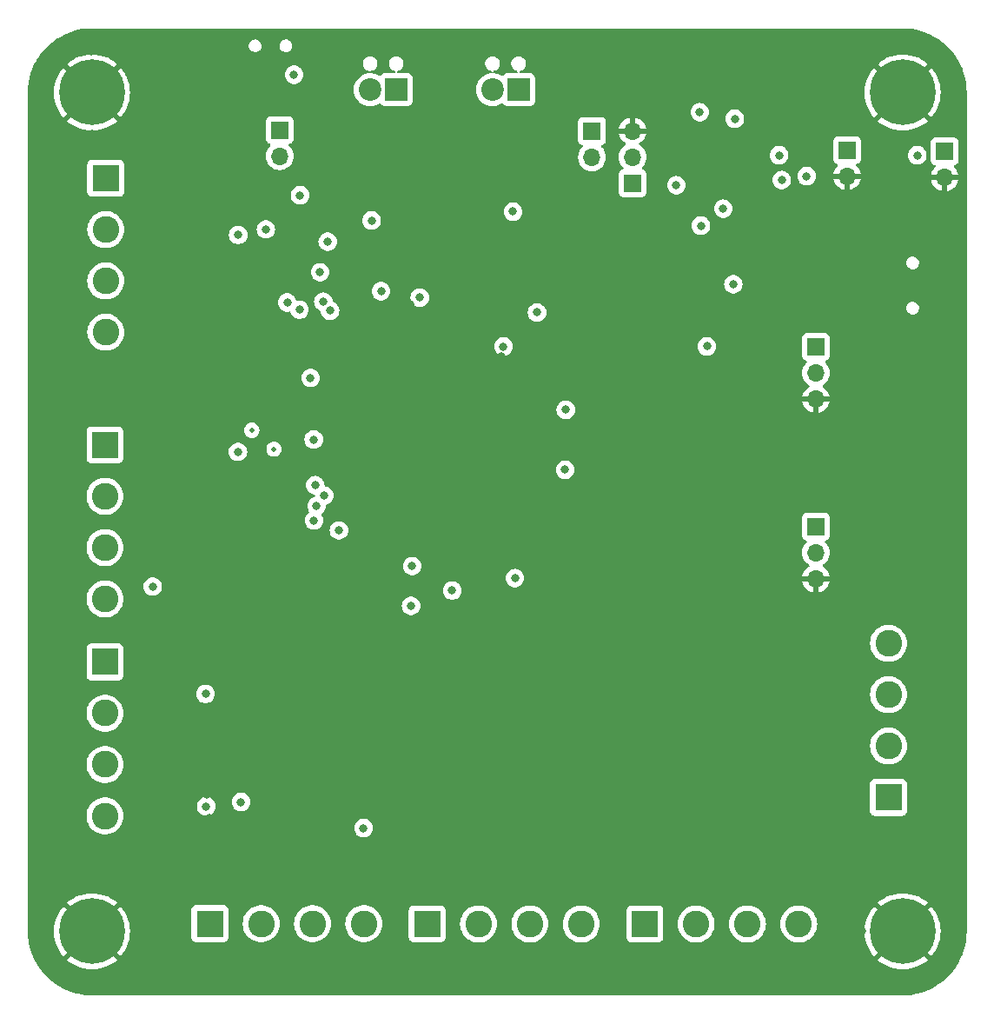
<source format=gbr>
%TF.GenerationSoftware,KiCad,Pcbnew,7.0.7*%
%TF.CreationDate,2024-06-15T17:22:07-05:00*%
%TF.ProjectId,Rev2.2,52657632-2e32-42e6-9b69-6361645f7063,rev?*%
%TF.SameCoordinates,Original*%
%TF.FileFunction,Copper,L3,Inr*%
%TF.FilePolarity,Positive*%
%FSLAX46Y46*%
G04 Gerber Fmt 4.6, Leading zero omitted, Abs format (unit mm)*
G04 Created by KiCad (PCBNEW 7.0.7) date 2024-06-15 17:22:07*
%MOMM*%
%LPD*%
G01*
G04 APERTURE LIST*
%TA.AperFunction,ComponentPad*%
%ADD10R,2.600000X2.600000*%
%TD*%
%TA.AperFunction,ComponentPad*%
%ADD11C,2.600000*%
%TD*%
%TA.AperFunction,ComponentPad*%
%ADD12C,0.800000*%
%TD*%
%TA.AperFunction,ComponentPad*%
%ADD13C,6.400000*%
%TD*%
%TA.AperFunction,ComponentPad*%
%ADD14R,1.700000X1.700000*%
%TD*%
%TA.AperFunction,ComponentPad*%
%ADD15O,1.700000X1.700000*%
%TD*%
%TA.AperFunction,ComponentPad*%
%ADD16R,2.200000X2.200000*%
%TD*%
%TA.AperFunction,ComponentPad*%
%ADD17C,2.200000*%
%TD*%
%TA.AperFunction,ViaPad*%
%ADD18C,0.800000*%
%TD*%
%TA.AperFunction,ViaPad*%
%ADD19C,0.500000*%
%TD*%
G04 APERTURE END LIST*
D10*
%TO.N,Net-(J13-Pin_1)*%
%TO.C,J13*%
X108675000Y-98825000D03*
D11*
%TO.N,Net-(J13-Pin_2)*%
X108675000Y-103825000D03*
%TO.N,Net-(J13-Pin_3)*%
X108675000Y-108825000D03*
%TO.N,Net-(J13-Pin_4)*%
X108675000Y-113825000D03*
%TD*%
D12*
%TO.N,GND*%
%TO.C,H4*%
X184000000Y-64500000D03*
X184702944Y-62802944D03*
X184702944Y-66197056D03*
X186400000Y-62100000D03*
D13*
X186400000Y-64500000D03*
D12*
X186400000Y-66900000D03*
X188097056Y-62802944D03*
X188097056Y-66197056D03*
X188800000Y-64500000D03*
%TD*%
D14*
%TO.N,+5V*%
%TO.C,J12*%
X190500000Y-70226000D03*
D15*
%TO.N,GND*%
X190500000Y-72766000D03*
%TD*%
D16*
%TO.N,/CAN2-*%
%TO.C,J2*%
X137050000Y-64225000D03*
D17*
%TO.N,/CAN2+*%
X134510000Y-64225000D03*
%TD*%
D10*
%TO.N,GPIO1*%
%TO.C,J7*%
X108750000Y-72850000D03*
D11*
%TO.N,GPIO2*%
X108750000Y-77850000D03*
%TO.N,GPIO3*%
X108750000Y-82850000D03*
%TO.N,GPIO4*%
X108750000Y-87850000D03*
%TD*%
D10*
%TO.N,Net-(J16-Pin_1)*%
%TO.C,J16*%
X108675000Y-119950000D03*
D11*
%TO.N,Net-(J16-Pin_2)*%
X108675000Y-124950000D03*
%TO.N,Net-(J16-Pin_3)*%
X108675000Y-129950000D03*
%TO.N,Net-(J16-Pin_4)*%
X108675000Y-134950000D03*
%TD*%
D12*
%TO.N,GND*%
%TO.C,H1*%
X105000000Y-64500000D03*
X105702944Y-62802944D03*
X105702944Y-66197056D03*
X107400000Y-62100000D03*
D13*
X107400000Y-64500000D03*
D12*
X107400000Y-66900000D03*
X109097056Y-62802944D03*
X109097056Y-66197056D03*
X109800000Y-64500000D03*
%TD*%
%TO.N,GND*%
%TO.C,H2*%
X105000000Y-146200000D03*
X105702944Y-144502944D03*
X105702944Y-147897056D03*
X107400000Y-143800000D03*
D13*
X107400000Y-146200000D03*
D12*
X107400000Y-148600000D03*
X109097056Y-144502944D03*
X109097056Y-147897056D03*
X109800000Y-146200000D03*
%TD*%
D10*
%TO.N,Net-(J9-Pin_1)*%
%TO.C,J9*%
X161275000Y-145475000D03*
D11*
%TO.N,Net-(J9-Pin_2)*%
X166275000Y-145475000D03*
%TO.N,Net-(J9-Pin_3)*%
X171275000Y-145475000D03*
%TO.N,Net-(J9-Pin_4)*%
X176275000Y-145475000D03*
%TD*%
D14*
%TO.N,/CAN1-*%
%TO.C,J3*%
X156125000Y-68250000D03*
D15*
%TO.N,/CAN1+*%
X156125000Y-70790000D03*
%TD*%
D14*
%TO.N,+3.3V*%
%TO.C,J11*%
X180975000Y-70104000D03*
D15*
%TO.N,GND*%
X180975000Y-72644000D03*
%TD*%
D10*
%TO.N,Net-(J18-Pin_1)*%
%TO.C,J18*%
X118900000Y-145455000D03*
D11*
%TO.N,Net-(J18-Pin_2)*%
X123900000Y-145455000D03*
%TO.N,Net-(J18-Pin_3)*%
X128900000Y-145455000D03*
%TO.N,Net-(J18-Pin_4)*%
X133900000Y-145455000D03*
%TD*%
D10*
%TO.N,Net-(J8-Pin_1)*%
%TO.C,J8*%
X185030000Y-133150000D03*
D11*
%TO.N,Net-(J8-Pin_2)*%
X185030000Y-128150000D03*
%TO.N,Net-(J8-Pin_3)*%
X185030000Y-123150000D03*
%TO.N,Net-(J8-Pin_4)*%
X185030000Y-118150000D03*
%TD*%
D14*
%TO.N,/CAN2-*%
%TO.C,J1*%
X125700000Y-68150000D03*
D15*
%TO.N,/CAN2+*%
X125700000Y-70690000D03*
%TD*%
D14*
%TO.N,USART6_RX*%
%TO.C,J15*%
X177950000Y-89270000D03*
D15*
%TO.N,USART6_TX*%
X177950000Y-91810000D03*
%TO.N,GND*%
X177950000Y-94350000D03*
%TD*%
D14*
%TO.N,SYS_JTMS_SWDIO*%
%TO.C,J5*%
X160075000Y-73325000D03*
D15*
%TO.N,SYS_JTCK_SWCLK*%
X160075000Y-70785000D03*
%TO.N,GND*%
X160075000Y-68245000D03*
%TD*%
D10*
%TO.N,Net-(J17-Pin_1)*%
%TO.C,J17*%
X140075000Y-145475000D03*
D11*
%TO.N,Net-(J17-Pin_2)*%
X145075000Y-145475000D03*
%TO.N,Net-(J17-Pin_3)*%
X150075000Y-145475000D03*
%TO.N,Net-(J17-Pin_4)*%
X155075000Y-145475000D03*
%TD*%
D16*
%TO.N,/CAN1-*%
%TO.C,J4*%
X148970000Y-64225000D03*
D17*
%TO.N,/CAN1+*%
X146430000Y-64225000D03*
%TD*%
D12*
%TO.N,GND*%
%TO.C,H3*%
X184000000Y-146200000D03*
X184702944Y-144502944D03*
X184702944Y-147897056D03*
X186400000Y-143800000D03*
D13*
X186400000Y-146200000D03*
D12*
X186400000Y-148600000D03*
X188097056Y-144502944D03*
X188097056Y-147897056D03*
X188800000Y-146200000D03*
%TD*%
D14*
%TO.N,USART1_RX*%
%TO.C,J10*%
X177950000Y-106770000D03*
D15*
%TO.N,USART1_TX*%
X177950000Y-109310000D03*
%TO.N,GND*%
X177950000Y-111850000D03*
%TD*%
D18*
%TO.N,GND*%
X115366800Y-88646000D03*
X116941600Y-88646000D03*
X119710200Y-88646000D03*
%TO.N,+3.3V*%
X150775000Y-85925000D03*
X127100000Y-62775000D03*
X138600000Y-110625000D03*
X138500000Y-114500000D03*
X142500000Y-113000000D03*
X148625000Y-111800000D03*
X129017271Y-98298000D03*
X153575000Y-95400000D03*
X128700000Y-92300000D03*
X166751000Y-77470000D03*
X127675000Y-74500000D03*
X127625000Y-85650000D03*
X121650000Y-78375000D03*
X164338000Y-73533000D03*
X139344400Y-84480400D03*
X174625000Y-73025000D03*
X168910000Y-75819000D03*
X129286000Y-104775000D03*
X147497403Y-89237168D03*
X130375000Y-79025000D03*
X131475000Y-107150000D03*
X126425000Y-84950000D03*
X177038000Y-72644000D03*
X153500000Y-101250000D03*
X129032000Y-106172000D03*
X135575000Y-83850000D03*
%TO.N,GND*%
X163830000Y-135128000D03*
X117094000Y-133350000D03*
X155448000Y-131318000D03*
X129794000Y-120904000D03*
X130167358Y-107417358D03*
X164846000Y-136144000D03*
X159875000Y-137450000D03*
X107300000Y-60500000D03*
X175300000Y-111900000D03*
X149098000Y-136144000D03*
X174875000Y-137475000D03*
X182200000Y-64700000D03*
X186400000Y-68800000D03*
X129039751Y-96774000D03*
X129794000Y-122174000D03*
X135125000Y-114975000D03*
X153670000Y-132588000D03*
X166878000Y-68453000D03*
X152908000Y-134112000D03*
X122450000Y-137425000D03*
X117075000Y-93975000D03*
X159766000Y-131064000D03*
X172325000Y-122575000D03*
X138600000Y-137425000D03*
X147025000Y-77325000D03*
X178689000Y-72771000D03*
X119126000Y-126238000D03*
X116950000Y-90025000D03*
X168148000Y-130302000D03*
X140750000Y-113000000D03*
X118275000Y-88650000D03*
X138430000Y-85090000D03*
X170180000Y-132334000D03*
X183800000Y-61500000D03*
X189750000Y-143200000D03*
X138684000Y-139192000D03*
X189625000Y-149425000D03*
X186450000Y-150550000D03*
X174925000Y-116850000D03*
X176975000Y-119600000D03*
X145288000Y-134620000D03*
X178562000Y-134366000D03*
X127254000Y-128270000D03*
X156718000Y-131826000D03*
X160782000Y-135890000D03*
X116400000Y-59400000D03*
X117094000Y-128016000D03*
X182600000Y-80800000D03*
X141732000Y-136144000D03*
X176025000Y-94350000D03*
X178562000Y-135890000D03*
X147875000Y-122575000D03*
X118364000Y-129286000D03*
X179324000Y-137414000D03*
X137000000Y-114500000D03*
X154940000Y-132334000D03*
X118071500Y-114808000D03*
X129250000Y-75500000D03*
X157988000Y-136398000D03*
X118364000Y-136144000D03*
X153924000Y-135128000D03*
X135128000Y-135636000D03*
X148700000Y-137475000D03*
X171196000Y-133350000D03*
X141732000Y-134366000D03*
X117050000Y-103550000D03*
X157988000Y-137414000D03*
X173625000Y-118075000D03*
X145600000Y-122575000D03*
X176975000Y-129500000D03*
X133075000Y-77225000D03*
X129794000Y-118364000D03*
X146304000Y-135890000D03*
X172212000Y-134366000D03*
X183642000Y-72771000D03*
X160782000Y-132080000D03*
X152146000Y-136398000D03*
X154686000Y-133604000D03*
X104100000Y-67200000D03*
X118364000Y-130810000D03*
X129540000Y-128524000D03*
X174244000Y-126492000D03*
X122428000Y-138938000D03*
X135125000Y-116900000D03*
X132625000Y-137425000D03*
X152908000Y-131572000D03*
X130048000Y-127254000D03*
X153500000Y-103000000D03*
X137160000Y-137414000D03*
X113275000Y-131050000D03*
X165100000Y-62357000D03*
X115250000Y-127950000D03*
X172000000Y-87000000D03*
X120621766Y-98653234D03*
X119634000Y-136144000D03*
X158750000Y-130302000D03*
X157988000Y-134874000D03*
X180175000Y-94350000D03*
X157734000Y-132842000D03*
X156972000Y-133858000D03*
X158750000Y-133858000D03*
X135125000Y-111200000D03*
X129794000Y-123444000D03*
X152349200Y-85902800D03*
X132588000Y-139192000D03*
X141025000Y-122550000D03*
X140208000Y-134620000D03*
X190300000Y-90000000D03*
X119634000Y-130302000D03*
X120396000Y-106019600D03*
X190800000Y-102075000D03*
X173600000Y-121500000D03*
X135125000Y-118700000D03*
X167132000Y-129286000D03*
X173228000Y-135382000D03*
X129794000Y-119634000D03*
X103100000Y-64500000D03*
X159258000Y-135890000D03*
X164900000Y-137500000D03*
X152146000Y-134874000D03*
X115175000Y-137250000D03*
X180725000Y-111925000D03*
X162814000Y-129540000D03*
X111600000Y-64800000D03*
X127254000Y-125730000D03*
X116725000Y-115900000D03*
X161544000Y-64643000D03*
X169425000Y-122600000D03*
X122174000Y-134874000D03*
X118872000Y-135128000D03*
X143650000Y-137400000D03*
X127254000Y-116840000D03*
X189200000Y-67600000D03*
X142100000Y-83950000D03*
X166475000Y-122625000D03*
X107400000Y-68500000D03*
X119634000Y-128778000D03*
X159250000Y-122575000D03*
X142748000Y-135382000D03*
X127254000Y-114300000D03*
X114628500Y-99822000D03*
X184800000Y-90000000D03*
X176975000Y-124625000D03*
X118110000Y-127254000D03*
X122650000Y-91325000D03*
X127558800Y-83921600D03*
X155702000Y-134620000D03*
X113300000Y-136025000D03*
X110400000Y-143000000D03*
X166878000Y-133604000D03*
X153650000Y-137475000D03*
X127254000Y-121920000D03*
X183700000Y-67700000D03*
X104300000Y-61700000D03*
X164846000Y-131572000D03*
X128270000Y-128524000D03*
X137906617Y-136397881D03*
X127000000Y-134874000D03*
X190800000Y-99675000D03*
X113250000Y-121375000D03*
X168402000Y-67183000D03*
X129794000Y-125984000D03*
X103100000Y-146000000D03*
X156350000Y-122575000D03*
X151892000Y-133096000D03*
X190200000Y-76600000D03*
X164719000Y-59817000D03*
X149606000Y-132334000D03*
X175260000Y-130556000D03*
X120246500Y-135128000D03*
X143764000Y-136144000D03*
X154178000Y-131318000D03*
X153416000Y-136398000D03*
X127254000Y-123190000D03*
X117094000Y-132334000D03*
X113125000Y-126450000D03*
X107400000Y-142100000D03*
X183225000Y-149325000D03*
X170000000Y-80000000D03*
X172466000Y-59944000D03*
X127254000Y-119380000D03*
X186300000Y-60400000D03*
X116925000Y-92450000D03*
X154940000Y-136144000D03*
X159766000Y-134874000D03*
X128016000Y-136144000D03*
X169925000Y-137450000D03*
X146800000Y-114600000D03*
X190800000Y-94825000D03*
X167894000Y-134620000D03*
X129794000Y-117094000D03*
X150750000Y-122575000D03*
X184800000Y-76600000D03*
X189300000Y-61600000D03*
X110400000Y-149200000D03*
X165862000Y-132588000D03*
X162814000Y-134112000D03*
X121920000Y-136144000D03*
X125444330Y-104120301D03*
X111700000Y-146400000D03*
X129794000Y-124714000D03*
X177025000Y-134450000D03*
X190800000Y-97175000D03*
X115175000Y-132275000D03*
X182825000Y-142950000D03*
X135125000Y-112975000D03*
X144272000Y-133604000D03*
X144750000Y-113500000D03*
X172085000Y-77470000D03*
X126824500Y-79000000D03*
X123444000Y-136144000D03*
X107400000Y-150300000D03*
X147574000Y-136398000D03*
X186375000Y-141675000D03*
X153475000Y-122575000D03*
X161798000Y-133096000D03*
X148082000Y-134874000D03*
X187706000Y-72771000D03*
X149098000Y-133350000D03*
X125476000Y-136144000D03*
X127254000Y-113030000D03*
X156718000Y-135636000D03*
X174925000Y-115075000D03*
X187706000Y-74041000D03*
X143400000Y-122550000D03*
X153550000Y-97100000D03*
X172974000Y-126492000D03*
X172593000Y-62230000D03*
X110400000Y-61700000D03*
X174625000Y-75311000D03*
X122500000Y-62900000D03*
X172212000Y-127508000D03*
X151130000Y-135636000D03*
X135125000Y-120325000D03*
X127769306Y-79055694D03*
X171196000Y-126492000D03*
X162425000Y-122575000D03*
X182400000Y-146150000D03*
X127254000Y-115570000D03*
X118618000Y-132842000D03*
X150876000Y-133858000D03*
X174244000Y-129540000D03*
X150114000Y-134620000D03*
X191300000Y-146300000D03*
X150876000Y-132334000D03*
X115225000Y-122925000D03*
X173625000Y-119900000D03*
X137475000Y-122525000D03*
X169164000Y-131318000D03*
X139100000Y-122550000D03*
X168910000Y-135636000D03*
X173228000Y-128524000D03*
X147320000Y-90220800D03*
X127525000Y-137450000D03*
X127508000Y-139192000D03*
X131064000Y-128524000D03*
X126746000Y-136144000D03*
X110500000Y-67700000D03*
X180975000Y-74930000D03*
X146812000Y-133858000D03*
X119634000Y-131826000D03*
X155956000Y-133096000D03*
X175514000Y-126492000D03*
X163830000Y-130556000D03*
X129794000Y-114808000D03*
X103900000Y-143400000D03*
X140970000Y-135382000D03*
X175641000Y-64643000D03*
X160000000Y-65750000D03*
X127254000Y-118110000D03*
X127254000Y-124460000D03*
X190700000Y-64600000D03*
X148082000Y-132334000D03*
X127254000Y-120650000D03*
X136398000Y-136398000D03*
X136325000Y-121575000D03*
X124206000Y-134518400D03*
X166116000Y-128270000D03*
X117575000Y-137500000D03*
X127254000Y-127000000D03*
X104500000Y-149300000D03*
%TO.N,+5V*%
X134660000Y-76962000D03*
X187833000Y-70612000D03*
X166624000Y-66421000D03*
X174371000Y-70612000D03*
X170053000Y-67056000D03*
X169900000Y-83175000D03*
X167325000Y-89225000D03*
X148425000Y-76100000D03*
%TO.N,A10*%
X121920000Y-133604000D03*
X129159000Y-102743000D03*
%TO.N,A12*%
X130048000Y-103759000D03*
X133858000Y-136144000D03*
%TO.N,A6*%
X118475000Y-123075000D03*
D19*
X125150000Y-99224500D03*
D18*
%TO.N,A8*%
X118525000Y-134025000D03*
X121625000Y-99500000D03*
D19*
%TO.N,A4*%
X122964661Y-97410339D03*
D18*
X113325000Y-112625000D03*
%TO.N,LSM6DSOX_CS*%
X124350500Y-77825077D03*
X130600500Y-85750000D03*
%TO.N,LSM6DSOX_int1*%
X129625000Y-82000000D03*
X129950000Y-84875000D03*
%TD*%
%TA.AperFunction,Conductor*%
%TO.N,GND*%
G36*
X108792586Y-147239033D02*
G01*
X109021915Y-147468362D01*
X109055400Y-147529685D01*
X109050416Y-147599377D01*
X109008544Y-147655310D01*
X109003126Y-147659144D01*
X108916816Y-147716815D01*
X108916815Y-147716816D01*
X108859144Y-147803126D01*
X108805532Y-147847930D01*
X108736207Y-147856637D01*
X108673180Y-147826482D01*
X108668362Y-147821915D01*
X108439033Y-147592586D01*
X108405548Y-147531263D01*
X108410532Y-147461571D01*
X108446180Y-147410617D01*
X108534870Y-147334870D01*
X108610617Y-147246180D01*
X108669121Y-147207990D01*
X108738989Y-147207490D01*
X108792586Y-147239033D01*
G37*
%TD.AperFunction*%
%TA.AperFunction,Conductor*%
G36*
X106138428Y-147210531D02*
G01*
X106189381Y-147246179D01*
X106265130Y-147334870D01*
X106328855Y-147389296D01*
X106353816Y-147410615D01*
X106392009Y-147469122D01*
X106392507Y-147538990D01*
X106360965Y-147592586D01*
X106131636Y-147821915D01*
X106070313Y-147855400D01*
X106000621Y-147850416D01*
X105944688Y-147808544D01*
X105940853Y-147803124D01*
X105883184Y-147716816D01*
X105796873Y-147659145D01*
X105752068Y-147605533D01*
X105743361Y-147536208D01*
X105773515Y-147473180D01*
X105778083Y-147468362D01*
X106007413Y-147239032D01*
X106068736Y-147205547D01*
X106138428Y-147210531D01*
G37*
%TD.AperFunction*%
%TA.AperFunction,Conductor*%
G36*
X108799377Y-144549582D02*
G01*
X108855310Y-144591454D01*
X108859145Y-144596873D01*
X108916816Y-144683184D01*
X109003124Y-144740853D01*
X109047930Y-144794465D01*
X109056637Y-144863790D01*
X109026483Y-144926817D01*
X109021915Y-144931636D01*
X108792586Y-145160965D01*
X108731263Y-145194450D01*
X108661571Y-145189466D01*
X108610615Y-145153816D01*
X108589296Y-145128855D01*
X108534870Y-145065130D01*
X108446179Y-144989381D01*
X108407989Y-144930878D01*
X108407489Y-144861010D01*
X108439032Y-144807413D01*
X108668362Y-144578083D01*
X108729685Y-144544598D01*
X108799377Y-144549582D01*
G37*
%TD.AperFunction*%
%TA.AperFunction,Conductor*%
G36*
X106126818Y-144573516D02*
G01*
X106131637Y-144578084D01*
X106360966Y-144807413D01*
X106394451Y-144868736D01*
X106389467Y-144938428D01*
X106353817Y-144989384D01*
X106265130Y-145065130D01*
X106189384Y-145153817D01*
X106130877Y-145192010D01*
X106061009Y-145192508D01*
X106007413Y-145160966D01*
X105778084Y-144931637D01*
X105744599Y-144870314D01*
X105749583Y-144800622D01*
X105791455Y-144744689D01*
X105796874Y-144740854D01*
X105800487Y-144738439D01*
X105800489Y-144738439D01*
X105883184Y-144683184D01*
X105938439Y-144600489D01*
X105938439Y-144600487D01*
X105940854Y-144596874D01*
X105994466Y-144552069D01*
X106063791Y-144543362D01*
X106126818Y-144573516D01*
G37*
%TD.AperFunction*%
%TA.AperFunction,Conductor*%
G36*
X187792586Y-147239033D02*
G01*
X188021915Y-147468362D01*
X188055400Y-147529685D01*
X188050416Y-147599377D01*
X188008544Y-147655310D01*
X188003126Y-147659144D01*
X187916816Y-147716815D01*
X187916815Y-147716816D01*
X187859144Y-147803126D01*
X187805532Y-147847930D01*
X187736207Y-147856637D01*
X187673180Y-147826482D01*
X187668362Y-147821915D01*
X187439033Y-147592586D01*
X187405548Y-147531263D01*
X187410532Y-147461571D01*
X187446180Y-147410617D01*
X187534870Y-147334870D01*
X187610617Y-147246180D01*
X187669121Y-147207990D01*
X187738989Y-147207490D01*
X187792586Y-147239033D01*
G37*
%TD.AperFunction*%
%TA.AperFunction,Conductor*%
G36*
X185138428Y-147210531D02*
G01*
X185189381Y-147246179D01*
X185265130Y-147334870D01*
X185328855Y-147389296D01*
X185353816Y-147410615D01*
X185392009Y-147469122D01*
X185392507Y-147538990D01*
X185360965Y-147592586D01*
X185131636Y-147821915D01*
X185070313Y-147855400D01*
X185000621Y-147850416D01*
X184944688Y-147808544D01*
X184940853Y-147803124D01*
X184883184Y-147716816D01*
X184796873Y-147659145D01*
X184752068Y-147605533D01*
X184743361Y-147536208D01*
X184773515Y-147473180D01*
X184778083Y-147468362D01*
X185007413Y-147239032D01*
X185068736Y-147205547D01*
X185138428Y-147210531D01*
G37*
%TD.AperFunction*%
%TA.AperFunction,Conductor*%
G36*
X187799377Y-144549582D02*
G01*
X187855310Y-144591454D01*
X187859145Y-144596873D01*
X187916816Y-144683184D01*
X188003124Y-144740853D01*
X188047930Y-144794465D01*
X188056637Y-144863790D01*
X188026483Y-144926817D01*
X188021915Y-144931636D01*
X187792586Y-145160965D01*
X187731263Y-145194450D01*
X187661571Y-145189466D01*
X187610615Y-145153816D01*
X187589296Y-145128855D01*
X187534870Y-145065130D01*
X187446179Y-144989381D01*
X187407989Y-144930878D01*
X187407489Y-144861010D01*
X187439032Y-144807413D01*
X187668362Y-144578083D01*
X187729685Y-144544598D01*
X187799377Y-144549582D01*
G37*
%TD.AperFunction*%
%TA.AperFunction,Conductor*%
G36*
X185126818Y-144573516D02*
G01*
X185131637Y-144578084D01*
X185360966Y-144807413D01*
X185394451Y-144868736D01*
X185389467Y-144938428D01*
X185353817Y-144989384D01*
X185265130Y-145065130D01*
X185189384Y-145153817D01*
X185130877Y-145192010D01*
X185061009Y-145192508D01*
X185007413Y-145160966D01*
X184778084Y-144931637D01*
X184744599Y-144870314D01*
X184749583Y-144800622D01*
X184791455Y-144744689D01*
X184796874Y-144740854D01*
X184800487Y-144738439D01*
X184800489Y-144738439D01*
X184883184Y-144683184D01*
X184938439Y-144600489D01*
X184938439Y-144600487D01*
X184940854Y-144596874D01*
X184994466Y-144552069D01*
X185063791Y-144543362D01*
X185126818Y-144573516D01*
G37*
%TD.AperFunction*%
%TA.AperFunction,Conductor*%
G36*
X108792586Y-65539033D02*
G01*
X109021915Y-65768362D01*
X109055400Y-65829685D01*
X109050416Y-65899377D01*
X109008544Y-65955310D01*
X109003126Y-65959144D01*
X108916816Y-66016815D01*
X108916815Y-66016816D01*
X108859144Y-66103126D01*
X108805532Y-66147930D01*
X108736207Y-66156637D01*
X108673180Y-66126482D01*
X108668362Y-66121915D01*
X108439033Y-65892586D01*
X108405548Y-65831263D01*
X108410532Y-65761571D01*
X108446180Y-65710617D01*
X108534870Y-65634870D01*
X108610617Y-65546180D01*
X108669121Y-65507990D01*
X108738989Y-65507490D01*
X108792586Y-65539033D01*
G37*
%TD.AperFunction*%
%TA.AperFunction,Conductor*%
G36*
X106138428Y-65510531D02*
G01*
X106189381Y-65546179D01*
X106265130Y-65634870D01*
X106320949Y-65682544D01*
X106353816Y-65710615D01*
X106392009Y-65769122D01*
X106392507Y-65838990D01*
X106360965Y-65892586D01*
X106131636Y-66121915D01*
X106070313Y-66155400D01*
X106000621Y-66150416D01*
X105944688Y-66108544D01*
X105940853Y-66103124D01*
X105883184Y-66016816D01*
X105796873Y-65959145D01*
X105752068Y-65905533D01*
X105743361Y-65836208D01*
X105773515Y-65773180D01*
X105778083Y-65768362D01*
X106007413Y-65539032D01*
X106068736Y-65505547D01*
X106138428Y-65510531D01*
G37*
%TD.AperFunction*%
%TA.AperFunction,Conductor*%
G36*
X108799377Y-62849582D02*
G01*
X108855310Y-62891454D01*
X108859145Y-62896873D01*
X108861560Y-62900488D01*
X108861561Y-62900489D01*
X108916816Y-62983184D01*
X108968197Y-63017516D01*
X109003124Y-63040853D01*
X109047930Y-63094465D01*
X109056637Y-63163790D01*
X109026483Y-63226817D01*
X109021915Y-63231636D01*
X108792586Y-63460965D01*
X108731263Y-63494450D01*
X108661571Y-63489466D01*
X108610615Y-63453816D01*
X108589296Y-63428855D01*
X108534870Y-63365130D01*
X108446179Y-63289381D01*
X108407989Y-63230878D01*
X108407489Y-63161010D01*
X108439032Y-63107413D01*
X108668362Y-62878083D01*
X108729685Y-62844598D01*
X108799377Y-62849582D01*
G37*
%TD.AperFunction*%
%TA.AperFunction,Conductor*%
G36*
X106126818Y-62873516D02*
G01*
X106131637Y-62878084D01*
X106360966Y-63107413D01*
X106394451Y-63168736D01*
X106389467Y-63238428D01*
X106353817Y-63289384D01*
X106265130Y-63365130D01*
X106189384Y-63453817D01*
X106130877Y-63492010D01*
X106061009Y-63492508D01*
X106007413Y-63460966D01*
X105778084Y-63231637D01*
X105744599Y-63170314D01*
X105749583Y-63100622D01*
X105791455Y-63044689D01*
X105796874Y-63040854D01*
X105800487Y-63038439D01*
X105800489Y-63038439D01*
X105883184Y-62983184D01*
X105938439Y-62900489D01*
X105938439Y-62900487D01*
X105940854Y-62896874D01*
X105994466Y-62852069D01*
X106063791Y-62843362D01*
X106126818Y-62873516D01*
G37*
%TD.AperFunction*%
%TA.AperFunction,Conductor*%
G36*
X187792586Y-65539033D02*
G01*
X188021915Y-65768362D01*
X188055400Y-65829685D01*
X188050416Y-65899377D01*
X188008544Y-65955310D01*
X188003126Y-65959144D01*
X187916816Y-66016815D01*
X187916815Y-66016816D01*
X187859144Y-66103126D01*
X187805532Y-66147930D01*
X187736207Y-66156637D01*
X187673180Y-66126482D01*
X187668362Y-66121915D01*
X187439033Y-65892586D01*
X187405548Y-65831263D01*
X187410532Y-65761571D01*
X187446180Y-65710617D01*
X187534870Y-65634870D01*
X187610617Y-65546180D01*
X187669121Y-65507990D01*
X187738989Y-65507490D01*
X187792586Y-65539033D01*
G37*
%TD.AperFunction*%
%TA.AperFunction,Conductor*%
G36*
X185138428Y-65510531D02*
G01*
X185189381Y-65546179D01*
X185265130Y-65634870D01*
X185320949Y-65682544D01*
X185353816Y-65710615D01*
X185392009Y-65769122D01*
X185392507Y-65838990D01*
X185360965Y-65892586D01*
X185131636Y-66121915D01*
X185070313Y-66155400D01*
X185000621Y-66150416D01*
X184944688Y-66108544D01*
X184940853Y-66103124D01*
X184883184Y-66016816D01*
X184796873Y-65959145D01*
X184752068Y-65905533D01*
X184743361Y-65836208D01*
X184773515Y-65773180D01*
X184778083Y-65768362D01*
X185007413Y-65539032D01*
X185068736Y-65505547D01*
X185138428Y-65510531D01*
G37*
%TD.AperFunction*%
%TA.AperFunction,Conductor*%
G36*
X187799377Y-62849582D02*
G01*
X187855310Y-62891454D01*
X187859145Y-62896873D01*
X187861560Y-62900488D01*
X187861561Y-62900489D01*
X187916816Y-62983184D01*
X187968197Y-63017516D01*
X188003124Y-63040853D01*
X188047930Y-63094465D01*
X188056637Y-63163790D01*
X188026483Y-63226817D01*
X188021915Y-63231636D01*
X187792586Y-63460965D01*
X187731263Y-63494450D01*
X187661571Y-63489466D01*
X187610615Y-63453816D01*
X187589296Y-63428855D01*
X187534870Y-63365130D01*
X187446179Y-63289381D01*
X187407989Y-63230878D01*
X187407489Y-63161010D01*
X187439032Y-63107413D01*
X187668362Y-62878083D01*
X187729685Y-62844598D01*
X187799377Y-62849582D01*
G37*
%TD.AperFunction*%
%TA.AperFunction,Conductor*%
G36*
X185126818Y-62873516D02*
G01*
X185131637Y-62878084D01*
X185360966Y-63107413D01*
X185394451Y-63168736D01*
X185389467Y-63238428D01*
X185353817Y-63289384D01*
X185265130Y-63365130D01*
X185189384Y-63453817D01*
X185130877Y-63492010D01*
X185061009Y-63492508D01*
X185007413Y-63460966D01*
X184778084Y-63231637D01*
X184744599Y-63170314D01*
X184749583Y-63100622D01*
X184791455Y-63044689D01*
X184796874Y-63040854D01*
X184800487Y-63038439D01*
X184800489Y-63038439D01*
X184883184Y-62983184D01*
X184938439Y-62900489D01*
X184938439Y-62900487D01*
X184940854Y-62896874D01*
X184994466Y-62852069D01*
X185063791Y-62843362D01*
X185126818Y-62873516D01*
G37*
%TD.AperFunction*%
%TA.AperFunction,Conductor*%
G36*
X186864737Y-58267889D02*
G01*
X186869312Y-58268232D01*
X187329160Y-58320045D01*
X187333713Y-58320732D01*
X187788357Y-58406755D01*
X187792879Y-58407787D01*
X188002547Y-58463967D01*
X188239838Y-58527549D01*
X188244259Y-58528914D01*
X188681010Y-58681739D01*
X188685327Y-58683434D01*
X189109438Y-58868472D01*
X189113611Y-58870481D01*
X189522707Y-59086694D01*
X189526707Y-59089004D01*
X189918505Y-59335187D01*
X189922337Y-59337800D01*
X190294626Y-59612561D01*
X190298253Y-59615453D01*
X190648989Y-59917286D01*
X190652389Y-59920441D01*
X190979558Y-60247610D01*
X190982713Y-60251010D01*
X191284546Y-60601746D01*
X191287438Y-60605373D01*
X191562199Y-60977662D01*
X191564812Y-60981494D01*
X191810995Y-61373292D01*
X191813314Y-61377308D01*
X192029515Y-61786382D01*
X192031527Y-61790561D01*
X192216565Y-62214672D01*
X192218260Y-62218989D01*
X192371085Y-62655740D01*
X192372453Y-62660172D01*
X192492212Y-63107120D01*
X192493244Y-63111642D01*
X192579266Y-63566280D01*
X192579957Y-63570861D01*
X192601951Y-63766063D01*
X192631765Y-64030668D01*
X192632112Y-64035293D01*
X192649500Y-64500000D01*
X192649500Y-146200000D01*
X192632112Y-146664706D01*
X192631765Y-146669331D01*
X192579958Y-147129133D01*
X192579266Y-147133719D01*
X192493244Y-147588357D01*
X192492212Y-147592879D01*
X192372453Y-148039827D01*
X192371085Y-148044259D01*
X192218260Y-148481010D01*
X192216565Y-148485327D01*
X192031527Y-148909438D01*
X192029515Y-148913617D01*
X191813314Y-149322691D01*
X191810995Y-149326707D01*
X191564812Y-149718505D01*
X191562199Y-149722337D01*
X191287438Y-150094626D01*
X191284546Y-150098253D01*
X190982713Y-150448989D01*
X190979558Y-150452389D01*
X190652389Y-150779558D01*
X190648989Y-150782713D01*
X190298253Y-151084546D01*
X190294626Y-151087438D01*
X189922337Y-151362199D01*
X189918505Y-151364812D01*
X189526707Y-151610995D01*
X189522691Y-151613314D01*
X189113617Y-151829515D01*
X189109438Y-151831527D01*
X188685327Y-152016565D01*
X188681010Y-152018260D01*
X188244259Y-152171085D01*
X188239827Y-152172453D01*
X187792879Y-152292212D01*
X187788357Y-152293244D01*
X187333719Y-152379266D01*
X187329134Y-152379957D01*
X187246698Y-152389246D01*
X186869331Y-152431765D01*
X186864711Y-152432111D01*
X186400000Y-152449500D01*
X107400000Y-152449500D01*
X106935286Y-152432111D01*
X106930668Y-152431765D01*
X106700767Y-152405861D01*
X106470861Y-152379957D01*
X106466280Y-152379266D01*
X106011642Y-152293244D01*
X106007120Y-152292212D01*
X105560172Y-152172453D01*
X105555740Y-152171085D01*
X105118989Y-152018260D01*
X105114672Y-152016565D01*
X104690561Y-151831527D01*
X104686382Y-151829515D01*
X104526668Y-151745104D01*
X104277301Y-151613310D01*
X104273292Y-151610995D01*
X103881494Y-151364812D01*
X103877662Y-151362199D01*
X103505373Y-151087438D01*
X103501746Y-151084546D01*
X103151010Y-150782713D01*
X103147610Y-150779558D01*
X102820441Y-150452389D01*
X102817286Y-150448989D01*
X102515453Y-150098253D01*
X102512561Y-150094626D01*
X102237800Y-149722337D01*
X102235187Y-149718505D01*
X101989004Y-149326707D01*
X101986694Y-149322707D01*
X101770481Y-148913611D01*
X101768472Y-148909438D01*
X101583434Y-148485327D01*
X101581739Y-148481010D01*
X101428914Y-148044259D01*
X101427546Y-148039827D01*
X101409424Y-147972196D01*
X101325543Y-147659145D01*
X101307787Y-147592879D01*
X101306755Y-147588357D01*
X101274648Y-147418666D01*
X101220732Y-147133713D01*
X101220045Y-147129160D01*
X101168232Y-146669312D01*
X101167889Y-146664737D01*
X101150500Y-146200000D01*
X103694922Y-146200000D01*
X103715219Y-146587287D01*
X103775886Y-146970323D01*
X103775887Y-146970330D01*
X103876262Y-147344936D01*
X104015244Y-147706994D01*
X104191310Y-148052543D01*
X104402531Y-148377793D01*
X104611095Y-148635350D01*
X104611096Y-148635350D01*
X105274250Y-147972195D01*
X105335573Y-147938710D01*
X105405264Y-147943694D01*
X105461198Y-147985565D01*
X105465033Y-147990985D01*
X105522704Y-148077296D01*
X105609012Y-148134965D01*
X105653818Y-148188577D01*
X105662525Y-148257902D01*
X105632371Y-148320929D01*
X105627803Y-148325748D01*
X104964648Y-148988902D01*
X104964649Y-148988904D01*
X105222206Y-149197468D01*
X105547456Y-149408689D01*
X105893005Y-149584755D01*
X106255063Y-149723737D01*
X106629669Y-149824112D01*
X106629676Y-149824113D01*
X107012712Y-149884780D01*
X107399999Y-149905078D01*
X107400001Y-149905078D01*
X107787287Y-149884780D01*
X108170323Y-149824113D01*
X108170330Y-149824112D01*
X108544936Y-149723737D01*
X108906994Y-149584755D01*
X109252543Y-149408689D01*
X109577783Y-149197476D01*
X109577785Y-149197475D01*
X109835349Y-148988902D01*
X109172196Y-148325749D01*
X109138711Y-148264426D01*
X109143695Y-148194734D01*
X109185567Y-148138801D01*
X109190986Y-148134966D01*
X109194599Y-148132551D01*
X109194601Y-148132551D01*
X109277296Y-148077296D01*
X109332551Y-147994601D01*
X109332551Y-147994599D01*
X109334966Y-147990986D01*
X109388578Y-147946181D01*
X109457903Y-147937474D01*
X109520930Y-147967628D01*
X109525749Y-147972196D01*
X110188902Y-148635349D01*
X110397475Y-148377785D01*
X110397476Y-148377783D01*
X110608689Y-148052543D01*
X110784755Y-147706994D01*
X110923737Y-147344936D01*
X111024112Y-146970330D01*
X111024113Y-146970323D01*
X111050635Y-146802870D01*
X117099500Y-146802870D01*
X117099501Y-146802876D01*
X117105908Y-146862483D01*
X117156202Y-146997328D01*
X117156206Y-146997335D01*
X117242452Y-147112544D01*
X117242455Y-147112547D01*
X117357664Y-147198793D01*
X117357671Y-147198797D01*
X117492517Y-147249091D01*
X117492516Y-147249091D01*
X117499444Y-147249835D01*
X117552127Y-147255500D01*
X120247872Y-147255499D01*
X120307483Y-147249091D01*
X120442331Y-147198796D01*
X120557546Y-147112546D01*
X120643796Y-146997331D01*
X120694091Y-146862483D01*
X120700500Y-146802873D01*
X120700500Y-145455004D01*
X122094451Y-145455004D01*
X122114616Y-145724101D01*
X122174664Y-145987188D01*
X122174666Y-145987195D01*
X122182515Y-146007195D01*
X122273257Y-146238398D01*
X122408185Y-146472102D01*
X122544080Y-146642509D01*
X122576442Y-146683089D01*
X122763183Y-146856358D01*
X122774259Y-146866635D01*
X122997226Y-147018651D01*
X123240359Y-147135738D01*
X123498228Y-147215280D01*
X123498229Y-147215280D01*
X123498232Y-147215281D01*
X123765063Y-147255499D01*
X123765068Y-147255499D01*
X123765071Y-147255500D01*
X123765072Y-147255500D01*
X124034928Y-147255500D01*
X124034929Y-147255500D01*
X124034936Y-147255499D01*
X124301767Y-147215281D01*
X124301768Y-147215280D01*
X124301772Y-147215280D01*
X124559641Y-147135738D01*
X124802775Y-147018651D01*
X125025741Y-146866635D01*
X125202006Y-146703085D01*
X125223557Y-146683089D01*
X125223557Y-146683087D01*
X125223561Y-146683085D01*
X125391815Y-146472102D01*
X125526743Y-146238398D01*
X125625334Y-145987195D01*
X125685383Y-145724103D01*
X125704050Y-145475004D01*
X125705549Y-145455004D01*
X127094451Y-145455004D01*
X127114616Y-145724101D01*
X127174664Y-145987188D01*
X127174666Y-145987195D01*
X127182515Y-146007195D01*
X127273257Y-146238398D01*
X127408185Y-146472102D01*
X127544080Y-146642509D01*
X127576442Y-146683089D01*
X127763183Y-146856358D01*
X127774259Y-146866635D01*
X127997226Y-147018651D01*
X128240359Y-147135738D01*
X128498228Y-147215280D01*
X128498229Y-147215280D01*
X128498232Y-147215281D01*
X128765063Y-147255499D01*
X128765068Y-147255499D01*
X128765071Y-147255500D01*
X128765072Y-147255500D01*
X129034928Y-147255500D01*
X129034929Y-147255500D01*
X129034936Y-147255499D01*
X129301767Y-147215281D01*
X129301768Y-147215280D01*
X129301772Y-147215280D01*
X129559641Y-147135738D01*
X129802775Y-147018651D01*
X130025741Y-146866635D01*
X130202006Y-146703085D01*
X130223557Y-146683089D01*
X130223557Y-146683087D01*
X130223561Y-146683085D01*
X130391815Y-146472102D01*
X130526743Y-146238398D01*
X130625334Y-145987195D01*
X130685383Y-145724103D01*
X130704050Y-145475004D01*
X130705549Y-145455004D01*
X132094451Y-145455004D01*
X132114616Y-145724101D01*
X132174664Y-145987188D01*
X132174666Y-145987195D01*
X132182515Y-146007195D01*
X132273257Y-146238398D01*
X132408185Y-146472102D01*
X132544080Y-146642509D01*
X132576442Y-146683089D01*
X132763183Y-146856358D01*
X132774259Y-146866635D01*
X132997226Y-147018651D01*
X133240359Y-147135738D01*
X133498228Y-147215280D01*
X133498229Y-147215280D01*
X133498232Y-147215281D01*
X133765063Y-147255499D01*
X133765068Y-147255499D01*
X133765071Y-147255500D01*
X133765072Y-147255500D01*
X134034928Y-147255500D01*
X134034929Y-147255500D01*
X134034936Y-147255499D01*
X134301767Y-147215281D01*
X134301768Y-147215280D01*
X134301772Y-147215280D01*
X134559641Y-147135738D01*
X134802775Y-147018651D01*
X135025741Y-146866635D01*
X135072908Y-146822870D01*
X138274500Y-146822870D01*
X138274501Y-146822876D01*
X138280908Y-146882483D01*
X138331202Y-147017328D01*
X138331206Y-147017335D01*
X138417452Y-147132544D01*
X138417455Y-147132547D01*
X138532664Y-147218793D01*
X138532671Y-147218797D01*
X138667517Y-147269091D01*
X138667516Y-147269091D01*
X138674444Y-147269835D01*
X138727127Y-147275500D01*
X141422872Y-147275499D01*
X141482483Y-147269091D01*
X141617331Y-147218796D01*
X141732546Y-147132546D01*
X141818796Y-147017331D01*
X141869091Y-146882483D01*
X141875500Y-146822873D01*
X141875500Y-145475004D01*
X143269451Y-145475004D01*
X143289616Y-145744101D01*
X143345101Y-145987195D01*
X143349666Y-146007195D01*
X143448257Y-146258398D01*
X143583185Y-146492102D01*
X143659093Y-146587287D01*
X143751442Y-146703089D01*
X143923228Y-146862482D01*
X143949259Y-146886635D01*
X144172226Y-147038651D01*
X144415359Y-147155738D01*
X144673228Y-147235280D01*
X144673229Y-147235280D01*
X144673232Y-147235281D01*
X144940063Y-147275499D01*
X144940068Y-147275499D01*
X144940071Y-147275500D01*
X144940072Y-147275500D01*
X145209928Y-147275500D01*
X145209929Y-147275500D01*
X145209936Y-147275499D01*
X145476767Y-147235281D01*
X145476768Y-147235280D01*
X145476772Y-147235280D01*
X145734641Y-147155738D01*
X145977775Y-147038651D01*
X146200741Y-146886635D01*
X146398561Y-146703085D01*
X146566815Y-146492102D01*
X146701743Y-146258398D01*
X146800334Y-146007195D01*
X146860383Y-145744103D01*
X146880549Y-145475004D01*
X148269451Y-145475004D01*
X148289616Y-145744101D01*
X148345101Y-145987195D01*
X148349666Y-146007195D01*
X148448257Y-146258398D01*
X148583185Y-146492102D01*
X148659093Y-146587287D01*
X148751442Y-146703089D01*
X148923228Y-146862482D01*
X148949259Y-146886635D01*
X149172226Y-147038651D01*
X149415359Y-147155738D01*
X149673228Y-147235280D01*
X149673229Y-147235280D01*
X149673232Y-147235281D01*
X149940063Y-147275499D01*
X149940068Y-147275499D01*
X149940071Y-147275500D01*
X149940072Y-147275500D01*
X150209928Y-147275500D01*
X150209929Y-147275500D01*
X150209936Y-147275499D01*
X150476767Y-147235281D01*
X150476768Y-147235280D01*
X150476772Y-147235280D01*
X150734641Y-147155738D01*
X150977775Y-147038651D01*
X151200741Y-146886635D01*
X151398561Y-146703085D01*
X151566815Y-146492102D01*
X151701743Y-146258398D01*
X151800334Y-146007195D01*
X151860383Y-145744103D01*
X151880549Y-145475004D01*
X153269451Y-145475004D01*
X153289616Y-145744101D01*
X153345101Y-145987195D01*
X153349666Y-146007195D01*
X153448257Y-146258398D01*
X153583185Y-146492102D01*
X153659093Y-146587287D01*
X153751442Y-146703089D01*
X153923228Y-146862482D01*
X153949259Y-146886635D01*
X154172226Y-147038651D01*
X154415359Y-147155738D01*
X154673228Y-147235280D01*
X154673229Y-147235280D01*
X154673232Y-147235281D01*
X154940063Y-147275499D01*
X154940068Y-147275499D01*
X154940071Y-147275500D01*
X154940072Y-147275500D01*
X155209928Y-147275500D01*
X155209929Y-147275500D01*
X155209936Y-147275499D01*
X155476767Y-147235281D01*
X155476768Y-147235280D01*
X155476772Y-147235280D01*
X155734641Y-147155738D01*
X155977775Y-147038651D01*
X156200741Y-146886635D01*
X156269463Y-146822870D01*
X159474500Y-146822870D01*
X159474501Y-146822876D01*
X159480908Y-146882483D01*
X159531202Y-147017328D01*
X159531206Y-147017335D01*
X159617452Y-147132544D01*
X159617455Y-147132547D01*
X159732664Y-147218793D01*
X159732671Y-147218797D01*
X159867517Y-147269091D01*
X159867516Y-147269091D01*
X159874444Y-147269835D01*
X159927127Y-147275500D01*
X162622872Y-147275499D01*
X162682483Y-147269091D01*
X162817331Y-147218796D01*
X162932546Y-147132546D01*
X163018796Y-147017331D01*
X163069091Y-146882483D01*
X163075500Y-146822873D01*
X163075500Y-145475004D01*
X164469451Y-145475004D01*
X164489616Y-145744101D01*
X164545101Y-145987195D01*
X164549666Y-146007195D01*
X164648257Y-146258398D01*
X164783185Y-146492102D01*
X164859093Y-146587287D01*
X164951442Y-146703089D01*
X165123228Y-146862482D01*
X165149259Y-146886635D01*
X165372226Y-147038651D01*
X165615359Y-147155738D01*
X165873228Y-147235280D01*
X165873229Y-147235280D01*
X165873232Y-147235281D01*
X166140063Y-147275499D01*
X166140068Y-147275499D01*
X166140071Y-147275500D01*
X166140072Y-147275500D01*
X166409928Y-147275500D01*
X166409929Y-147275500D01*
X166409936Y-147275499D01*
X166676767Y-147235281D01*
X166676768Y-147235280D01*
X166676772Y-147235280D01*
X166934641Y-147155738D01*
X167177775Y-147038651D01*
X167400741Y-146886635D01*
X167598561Y-146703085D01*
X167766815Y-146492102D01*
X167901743Y-146258398D01*
X168000334Y-146007195D01*
X168060383Y-145744103D01*
X168080549Y-145475004D01*
X169469451Y-145475004D01*
X169489616Y-145744101D01*
X169545101Y-145987195D01*
X169549666Y-146007195D01*
X169648257Y-146258398D01*
X169783185Y-146492102D01*
X169859093Y-146587287D01*
X169951442Y-146703089D01*
X170123228Y-146862482D01*
X170149259Y-146886635D01*
X170372226Y-147038651D01*
X170615359Y-147155738D01*
X170873228Y-147235280D01*
X170873229Y-147235280D01*
X170873232Y-147235281D01*
X171140063Y-147275499D01*
X171140068Y-147275499D01*
X171140071Y-147275500D01*
X171140072Y-147275500D01*
X171409928Y-147275500D01*
X171409929Y-147275500D01*
X171409936Y-147275499D01*
X171676767Y-147235281D01*
X171676768Y-147235280D01*
X171676772Y-147235280D01*
X171934641Y-147155738D01*
X172177775Y-147038651D01*
X172400741Y-146886635D01*
X172598561Y-146703085D01*
X172766815Y-146492102D01*
X172901743Y-146258398D01*
X173000334Y-146007195D01*
X173060383Y-145744103D01*
X173080549Y-145475004D01*
X174469451Y-145475004D01*
X174489616Y-145744101D01*
X174545101Y-145987195D01*
X174549666Y-146007195D01*
X174648257Y-146258398D01*
X174783185Y-146492102D01*
X174859093Y-146587287D01*
X174951442Y-146703089D01*
X175123228Y-146862482D01*
X175149259Y-146886635D01*
X175372226Y-147038651D01*
X175615359Y-147155738D01*
X175873228Y-147235280D01*
X175873229Y-147235280D01*
X175873232Y-147235281D01*
X176140063Y-147275499D01*
X176140068Y-147275499D01*
X176140071Y-147275500D01*
X176140072Y-147275500D01*
X176409928Y-147275500D01*
X176409929Y-147275500D01*
X176409936Y-147275499D01*
X176676767Y-147235281D01*
X176676768Y-147235280D01*
X176676772Y-147235280D01*
X176934641Y-147155738D01*
X177177775Y-147038651D01*
X177400741Y-146886635D01*
X177598561Y-146703085D01*
X177766815Y-146492102D01*
X177901743Y-146258398D01*
X177924663Y-146200000D01*
X182694922Y-146200000D01*
X182715219Y-146587287D01*
X182775886Y-146970323D01*
X182775887Y-146970330D01*
X182876262Y-147344936D01*
X183015244Y-147706994D01*
X183191310Y-148052543D01*
X183402531Y-148377793D01*
X183611095Y-148635350D01*
X183611096Y-148635350D01*
X184274250Y-147972195D01*
X184335573Y-147938710D01*
X184405264Y-147943694D01*
X184461198Y-147985565D01*
X184465033Y-147990985D01*
X184522704Y-148077296D01*
X184609012Y-148134965D01*
X184653818Y-148188577D01*
X184662525Y-148257902D01*
X184632371Y-148320929D01*
X184627803Y-148325748D01*
X183964648Y-148988902D01*
X183964649Y-148988904D01*
X184222206Y-149197468D01*
X184547456Y-149408689D01*
X184893005Y-149584755D01*
X185255063Y-149723737D01*
X185629669Y-149824112D01*
X185629676Y-149824113D01*
X186012712Y-149884780D01*
X186399999Y-149905078D01*
X186400001Y-149905078D01*
X186787287Y-149884780D01*
X187170323Y-149824113D01*
X187170330Y-149824112D01*
X187544936Y-149723737D01*
X187906994Y-149584755D01*
X188252543Y-149408689D01*
X188577783Y-149197476D01*
X188577785Y-149197475D01*
X188835349Y-148988902D01*
X188172196Y-148325749D01*
X188138711Y-148264426D01*
X188143695Y-148194734D01*
X188185567Y-148138801D01*
X188190986Y-148134966D01*
X188194599Y-148132551D01*
X188194601Y-148132551D01*
X188277296Y-148077296D01*
X188332551Y-147994601D01*
X188332551Y-147994599D01*
X188334966Y-147990986D01*
X188388578Y-147946181D01*
X188457903Y-147937474D01*
X188520930Y-147967628D01*
X188525749Y-147972196D01*
X189188902Y-148635349D01*
X189397475Y-148377785D01*
X189397476Y-148377783D01*
X189608689Y-148052543D01*
X189784755Y-147706994D01*
X189923737Y-147344936D01*
X190024112Y-146970330D01*
X190024113Y-146970323D01*
X190084780Y-146587287D01*
X190105078Y-146200000D01*
X190105078Y-146199999D01*
X190084780Y-145812712D01*
X190024113Y-145429676D01*
X190024112Y-145429669D01*
X189923737Y-145055063D01*
X189784755Y-144693005D01*
X189608689Y-144347456D01*
X189397468Y-144022206D01*
X189188904Y-143764649D01*
X189188902Y-143764648D01*
X188525748Y-144427803D01*
X188464425Y-144461288D01*
X188394733Y-144456304D01*
X188338800Y-144414432D01*
X188334965Y-144409012D01*
X188277296Y-144322704D01*
X188190985Y-144265033D01*
X188146180Y-144211421D01*
X188137473Y-144142096D01*
X188167627Y-144079068D01*
X188172195Y-144074250D01*
X188835350Y-143411096D01*
X188835350Y-143411095D01*
X188577793Y-143202531D01*
X188252543Y-142991310D01*
X187906994Y-142815244D01*
X187544936Y-142676262D01*
X187170330Y-142575887D01*
X187170323Y-142575886D01*
X186787287Y-142515219D01*
X186400001Y-142494922D01*
X186399999Y-142494922D01*
X186012712Y-142515219D01*
X185629676Y-142575886D01*
X185629669Y-142575887D01*
X185255063Y-142676262D01*
X184893005Y-142815244D01*
X184547456Y-142991310D01*
X184222206Y-143202531D01*
X183964648Y-143411095D01*
X183964648Y-143411096D01*
X184627803Y-144074251D01*
X184661288Y-144135574D01*
X184656304Y-144205266D01*
X184614432Y-144261199D01*
X184609013Y-144265034D01*
X184522704Y-144322704D01*
X184465034Y-144409013D01*
X184411422Y-144453818D01*
X184342097Y-144462525D01*
X184279069Y-144432370D01*
X184274251Y-144427803D01*
X183611096Y-143764648D01*
X183611095Y-143764648D01*
X183402531Y-144022206D01*
X183191310Y-144347456D01*
X183015244Y-144693005D01*
X182876262Y-145055063D01*
X182775887Y-145429669D01*
X182775886Y-145429676D01*
X182715219Y-145812712D01*
X182694922Y-146199999D01*
X182694922Y-146200000D01*
X177924663Y-146200000D01*
X178000334Y-146007195D01*
X178060383Y-145744103D01*
X178080549Y-145475000D01*
X178079050Y-145455000D01*
X178060383Y-145205898D01*
X178057213Y-145192010D01*
X178000334Y-144942805D01*
X177901743Y-144691602D01*
X177766815Y-144457898D01*
X177598561Y-144246915D01*
X177598560Y-144246914D01*
X177598557Y-144246910D01*
X177400741Y-144063365D01*
X177278819Y-143980240D01*
X177177775Y-143911349D01*
X177177769Y-143911346D01*
X177177768Y-143911345D01*
X177177767Y-143911344D01*
X176934643Y-143794263D01*
X176934645Y-143794263D01*
X176676773Y-143714720D01*
X176676767Y-143714718D01*
X176409936Y-143674500D01*
X176409929Y-143674500D01*
X176140071Y-143674500D01*
X176140063Y-143674500D01*
X175873232Y-143714718D01*
X175873226Y-143714720D01*
X175615358Y-143794262D01*
X175372230Y-143911346D01*
X175149258Y-144063365D01*
X174951442Y-144246910D01*
X174783185Y-144457898D01*
X174648258Y-144691599D01*
X174648256Y-144691603D01*
X174549666Y-144942804D01*
X174549664Y-144942811D01*
X174489616Y-145205898D01*
X174469451Y-145474995D01*
X174469451Y-145475004D01*
X173080549Y-145475004D01*
X173080549Y-145475000D01*
X173079050Y-145455000D01*
X173060383Y-145205898D01*
X173057213Y-145192010D01*
X173000334Y-144942805D01*
X172901743Y-144691602D01*
X172766815Y-144457898D01*
X172598561Y-144246915D01*
X172598560Y-144246914D01*
X172598557Y-144246910D01*
X172400741Y-144063365D01*
X172278819Y-143980240D01*
X172177775Y-143911349D01*
X172177769Y-143911346D01*
X172177768Y-143911345D01*
X172177767Y-143911344D01*
X171934643Y-143794263D01*
X171934645Y-143794263D01*
X171676773Y-143714720D01*
X171676767Y-143714718D01*
X171409936Y-143674500D01*
X171409929Y-143674500D01*
X171140071Y-143674500D01*
X171140063Y-143674500D01*
X170873232Y-143714718D01*
X170873226Y-143714720D01*
X170615358Y-143794262D01*
X170372230Y-143911346D01*
X170149258Y-144063365D01*
X169951442Y-144246910D01*
X169783185Y-144457898D01*
X169648258Y-144691599D01*
X169648256Y-144691603D01*
X169549666Y-144942804D01*
X169549664Y-144942811D01*
X169489616Y-145205898D01*
X169469451Y-145474995D01*
X169469451Y-145475004D01*
X168080549Y-145475004D01*
X168080549Y-145475000D01*
X168079050Y-145455000D01*
X168060383Y-145205898D01*
X168057213Y-145192010D01*
X168000334Y-144942805D01*
X167901743Y-144691602D01*
X167766815Y-144457898D01*
X167598561Y-144246915D01*
X167598560Y-144246914D01*
X167598557Y-144246910D01*
X167400741Y-144063365D01*
X167278819Y-143980240D01*
X167177775Y-143911349D01*
X167177769Y-143911346D01*
X167177768Y-143911345D01*
X167177767Y-143911344D01*
X166934643Y-143794263D01*
X166934645Y-143794263D01*
X166676773Y-143714720D01*
X166676767Y-143714718D01*
X166409936Y-143674500D01*
X166409929Y-143674500D01*
X166140071Y-143674500D01*
X166140063Y-143674500D01*
X165873232Y-143714718D01*
X165873226Y-143714720D01*
X165615358Y-143794262D01*
X165372230Y-143911346D01*
X165149258Y-144063365D01*
X164951442Y-144246910D01*
X164783185Y-144457898D01*
X164648258Y-144691599D01*
X164648256Y-144691603D01*
X164549666Y-144942804D01*
X164549664Y-144942811D01*
X164489616Y-145205898D01*
X164469451Y-145474995D01*
X164469451Y-145475004D01*
X163075500Y-145475004D01*
X163075499Y-144127128D01*
X163069091Y-144067517D01*
X163067542Y-144063365D01*
X163018797Y-143932671D01*
X163018793Y-143932664D01*
X162932547Y-143817455D01*
X162932544Y-143817452D01*
X162817335Y-143731206D01*
X162817328Y-143731202D01*
X162682482Y-143680908D01*
X162682483Y-143680908D01*
X162622883Y-143674501D01*
X162622881Y-143674500D01*
X162622873Y-143674500D01*
X162622864Y-143674500D01*
X159927129Y-143674500D01*
X159927123Y-143674501D01*
X159867516Y-143680908D01*
X159732671Y-143731202D01*
X159732664Y-143731206D01*
X159617455Y-143817452D01*
X159617452Y-143817455D01*
X159531206Y-143932664D01*
X159531202Y-143932671D01*
X159480908Y-144067517D01*
X159476650Y-144107127D01*
X159474501Y-144127123D01*
X159474500Y-144127135D01*
X159474500Y-146822870D01*
X156269463Y-146822870D01*
X156398561Y-146703085D01*
X156566815Y-146492102D01*
X156701743Y-146258398D01*
X156800334Y-146007195D01*
X156860383Y-145744103D01*
X156880549Y-145475000D01*
X156879050Y-145455000D01*
X156860383Y-145205898D01*
X156857213Y-145192010D01*
X156800334Y-144942805D01*
X156701743Y-144691602D01*
X156566815Y-144457898D01*
X156398561Y-144246915D01*
X156398560Y-144246914D01*
X156398557Y-144246910D01*
X156200741Y-144063365D01*
X156078819Y-143980240D01*
X155977775Y-143911349D01*
X155977769Y-143911346D01*
X155977768Y-143911345D01*
X155977767Y-143911344D01*
X155734643Y-143794263D01*
X155734645Y-143794263D01*
X155476773Y-143714720D01*
X155476767Y-143714718D01*
X155209936Y-143674500D01*
X155209929Y-143674500D01*
X154940071Y-143674500D01*
X154940063Y-143674500D01*
X154673232Y-143714718D01*
X154673226Y-143714720D01*
X154415358Y-143794262D01*
X154172230Y-143911346D01*
X153949258Y-144063365D01*
X153751442Y-144246910D01*
X153583185Y-144457898D01*
X153448258Y-144691599D01*
X153448256Y-144691603D01*
X153349666Y-144942804D01*
X153349664Y-144942811D01*
X153289616Y-145205898D01*
X153269451Y-145474995D01*
X153269451Y-145475004D01*
X151880549Y-145475004D01*
X151880549Y-145475000D01*
X151879050Y-145455000D01*
X151860383Y-145205898D01*
X151857213Y-145192010D01*
X151800334Y-144942805D01*
X151701743Y-144691602D01*
X151566815Y-144457898D01*
X151398561Y-144246915D01*
X151398560Y-144246914D01*
X151398557Y-144246910D01*
X151200741Y-144063365D01*
X151078819Y-143980240D01*
X150977775Y-143911349D01*
X150977769Y-143911346D01*
X150977768Y-143911345D01*
X150977767Y-143911344D01*
X150734643Y-143794263D01*
X150734645Y-143794263D01*
X150476773Y-143714720D01*
X150476767Y-143714718D01*
X150209936Y-143674500D01*
X150209929Y-143674500D01*
X149940071Y-143674500D01*
X149940063Y-143674500D01*
X149673232Y-143714718D01*
X149673226Y-143714720D01*
X149415358Y-143794262D01*
X149172230Y-143911346D01*
X148949258Y-144063365D01*
X148751442Y-144246910D01*
X148583185Y-144457898D01*
X148448258Y-144691599D01*
X148448256Y-144691603D01*
X148349666Y-144942804D01*
X148349664Y-144942811D01*
X148289616Y-145205898D01*
X148269451Y-145474995D01*
X148269451Y-145475004D01*
X146880549Y-145475004D01*
X146880549Y-145475000D01*
X146879050Y-145455000D01*
X146860383Y-145205898D01*
X146857213Y-145192010D01*
X146800334Y-144942805D01*
X146701743Y-144691602D01*
X146566815Y-144457898D01*
X146398561Y-144246915D01*
X146398560Y-144246914D01*
X146398557Y-144246910D01*
X146200741Y-144063365D01*
X146078819Y-143980240D01*
X145977775Y-143911349D01*
X145977769Y-143911346D01*
X145977768Y-143911345D01*
X145977767Y-143911344D01*
X145734643Y-143794263D01*
X145734645Y-143794263D01*
X145476773Y-143714720D01*
X145476767Y-143714718D01*
X145209936Y-143674500D01*
X145209929Y-143674500D01*
X144940071Y-143674500D01*
X144940063Y-143674500D01*
X144673232Y-143714718D01*
X144673226Y-143714720D01*
X144415358Y-143794262D01*
X144172230Y-143911346D01*
X143949258Y-144063365D01*
X143751442Y-144246910D01*
X143583185Y-144457898D01*
X143448258Y-144691599D01*
X143448256Y-144691603D01*
X143349666Y-144942804D01*
X143349664Y-144942811D01*
X143289616Y-145205898D01*
X143269451Y-145474995D01*
X143269451Y-145475004D01*
X141875500Y-145475004D01*
X141875499Y-144127128D01*
X141869091Y-144067517D01*
X141867542Y-144063365D01*
X141818797Y-143932671D01*
X141818793Y-143932664D01*
X141732547Y-143817455D01*
X141732544Y-143817452D01*
X141617335Y-143731206D01*
X141617328Y-143731202D01*
X141482482Y-143680908D01*
X141482483Y-143680908D01*
X141422883Y-143674501D01*
X141422881Y-143674500D01*
X141422873Y-143674500D01*
X141422864Y-143674500D01*
X138727129Y-143674500D01*
X138727123Y-143674501D01*
X138667516Y-143680908D01*
X138532671Y-143731202D01*
X138532664Y-143731206D01*
X138417455Y-143817452D01*
X138417452Y-143817455D01*
X138331206Y-143932664D01*
X138331202Y-143932671D01*
X138280908Y-144067517D01*
X138276650Y-144107127D01*
X138274501Y-144127123D01*
X138274500Y-144127135D01*
X138274500Y-146822870D01*
X135072908Y-146822870D01*
X135202006Y-146703085D01*
X135223557Y-146683089D01*
X135223557Y-146683087D01*
X135223561Y-146683085D01*
X135391815Y-146472102D01*
X135526743Y-146238398D01*
X135625334Y-145987195D01*
X135685383Y-145724103D01*
X135704050Y-145475004D01*
X135705549Y-145455004D01*
X135705549Y-145454995D01*
X135685383Y-145185898D01*
X135685383Y-145185897D01*
X135625334Y-144922805D01*
X135526743Y-144671602D01*
X135391815Y-144437898D01*
X135223561Y-144226915D01*
X135223560Y-144226914D01*
X135223557Y-144226910D01*
X135025741Y-144043365D01*
X135014198Y-144035495D01*
X134802775Y-143891349D01*
X134802769Y-143891346D01*
X134802768Y-143891345D01*
X134802767Y-143891344D01*
X134559643Y-143774263D01*
X134559645Y-143774263D01*
X134301773Y-143694720D01*
X134301767Y-143694718D01*
X134034936Y-143654500D01*
X134034929Y-143654500D01*
X133765071Y-143654500D01*
X133765063Y-143654500D01*
X133498232Y-143694718D01*
X133498226Y-143694720D01*
X133240358Y-143774262D01*
X132997230Y-143891346D01*
X132774258Y-144043365D01*
X132576442Y-144226910D01*
X132408185Y-144437898D01*
X132273258Y-144671599D01*
X132273256Y-144671603D01*
X132174666Y-144922804D01*
X132174664Y-144922811D01*
X132114616Y-145185898D01*
X132094451Y-145454995D01*
X132094451Y-145455004D01*
X130705549Y-145455004D01*
X130705549Y-145454995D01*
X130685383Y-145185898D01*
X130685383Y-145185897D01*
X130625334Y-144922805D01*
X130526743Y-144671602D01*
X130391815Y-144437898D01*
X130223561Y-144226915D01*
X130223560Y-144226914D01*
X130223557Y-144226910D01*
X130025741Y-144043365D01*
X130014198Y-144035495D01*
X129802775Y-143891349D01*
X129802769Y-143891346D01*
X129802768Y-143891345D01*
X129802767Y-143891344D01*
X129559643Y-143774263D01*
X129559645Y-143774263D01*
X129301773Y-143694720D01*
X129301767Y-143694718D01*
X129034936Y-143654500D01*
X129034929Y-143654500D01*
X128765071Y-143654500D01*
X128765063Y-143654500D01*
X128498232Y-143694718D01*
X128498226Y-143694720D01*
X128240358Y-143774262D01*
X127997230Y-143891346D01*
X127774258Y-144043365D01*
X127576442Y-144226910D01*
X127408185Y-144437898D01*
X127273258Y-144671599D01*
X127273256Y-144671603D01*
X127174666Y-144922804D01*
X127174664Y-144922811D01*
X127114616Y-145185898D01*
X127094451Y-145454995D01*
X127094451Y-145455004D01*
X125705549Y-145455004D01*
X125705549Y-145454995D01*
X125685383Y-145185898D01*
X125685383Y-145185897D01*
X125625334Y-144922805D01*
X125526743Y-144671602D01*
X125391815Y-144437898D01*
X125223561Y-144226915D01*
X125223560Y-144226914D01*
X125223557Y-144226910D01*
X125025741Y-144043365D01*
X125014198Y-144035495D01*
X124802775Y-143891349D01*
X124802769Y-143891346D01*
X124802768Y-143891345D01*
X124802767Y-143891344D01*
X124559643Y-143774263D01*
X124559645Y-143774263D01*
X124301773Y-143694720D01*
X124301767Y-143694718D01*
X124034936Y-143654500D01*
X124034929Y-143654500D01*
X123765071Y-143654500D01*
X123765063Y-143654500D01*
X123498232Y-143694718D01*
X123498226Y-143694720D01*
X123240358Y-143774262D01*
X122997230Y-143891346D01*
X122774258Y-144043365D01*
X122576442Y-144226910D01*
X122408185Y-144437898D01*
X122273258Y-144671599D01*
X122273256Y-144671603D01*
X122174666Y-144922804D01*
X122174664Y-144922811D01*
X122114616Y-145185898D01*
X122094451Y-145454995D01*
X122094451Y-145455004D01*
X120700500Y-145455004D01*
X120700499Y-144107128D01*
X120694091Y-144047517D01*
X120692542Y-144043365D01*
X120643797Y-143912671D01*
X120643793Y-143912664D01*
X120557547Y-143797455D01*
X120557544Y-143797452D01*
X120442335Y-143711206D01*
X120442328Y-143711202D01*
X120307482Y-143660908D01*
X120307483Y-143660908D01*
X120247883Y-143654501D01*
X120247881Y-143654500D01*
X120247873Y-143654500D01*
X120247864Y-143654500D01*
X117552129Y-143654500D01*
X117552123Y-143654501D01*
X117492516Y-143660908D01*
X117357671Y-143711202D01*
X117357664Y-143711206D01*
X117242455Y-143797452D01*
X117242452Y-143797455D01*
X117156206Y-143912664D01*
X117156202Y-143912671D01*
X117105908Y-144047517D01*
X117099501Y-144107116D01*
X117099501Y-144107123D01*
X117099500Y-144107135D01*
X117099500Y-146802870D01*
X111050635Y-146802870D01*
X111084780Y-146587287D01*
X111105078Y-146200000D01*
X111105078Y-146199999D01*
X111084780Y-145812712D01*
X111024113Y-145429676D01*
X111024112Y-145429669D01*
X110923737Y-145055063D01*
X110784755Y-144693005D01*
X110608689Y-144347456D01*
X110397468Y-144022206D01*
X110188904Y-143764649D01*
X110188902Y-143764648D01*
X109525748Y-144427803D01*
X109464425Y-144461288D01*
X109394733Y-144456304D01*
X109338800Y-144414432D01*
X109334965Y-144409012D01*
X109277296Y-144322704D01*
X109190985Y-144265033D01*
X109146180Y-144211421D01*
X109137473Y-144142096D01*
X109167627Y-144079068D01*
X109172195Y-144074250D01*
X109835350Y-143411096D01*
X109835350Y-143411095D01*
X109577793Y-143202531D01*
X109252543Y-142991310D01*
X108906994Y-142815244D01*
X108544936Y-142676262D01*
X108170330Y-142575887D01*
X108170323Y-142575886D01*
X107787287Y-142515219D01*
X107400001Y-142494922D01*
X107399999Y-142494922D01*
X107012712Y-142515219D01*
X106629676Y-142575886D01*
X106629669Y-142575887D01*
X106255063Y-142676262D01*
X105893005Y-142815244D01*
X105547456Y-142991310D01*
X105222206Y-143202531D01*
X104964648Y-143411095D01*
X104964648Y-143411096D01*
X105627803Y-144074251D01*
X105661288Y-144135574D01*
X105656304Y-144205266D01*
X105614432Y-144261199D01*
X105609013Y-144265034D01*
X105522704Y-144322704D01*
X105465034Y-144409013D01*
X105411422Y-144453818D01*
X105342097Y-144462525D01*
X105279069Y-144432370D01*
X105274251Y-144427803D01*
X104611096Y-143764648D01*
X104611095Y-143764648D01*
X104402531Y-144022206D01*
X104191310Y-144347456D01*
X104015244Y-144693005D01*
X103876262Y-145055063D01*
X103775887Y-145429669D01*
X103775886Y-145429676D01*
X103715219Y-145812712D01*
X103694922Y-146199999D01*
X103694922Y-146200000D01*
X101150500Y-146200000D01*
X101150500Y-146165649D01*
X101150500Y-134950004D01*
X106869451Y-134950004D01*
X106889616Y-135219101D01*
X106947136Y-135471111D01*
X106949666Y-135482195D01*
X107048257Y-135733398D01*
X107183185Y-135967102D01*
X107319080Y-136137509D01*
X107351442Y-136178089D01*
X107517596Y-136332256D01*
X107549259Y-136361635D01*
X107772226Y-136513651D01*
X108015359Y-136630738D01*
X108273228Y-136710280D01*
X108273229Y-136710280D01*
X108273232Y-136710281D01*
X108540063Y-136750499D01*
X108540068Y-136750499D01*
X108540071Y-136750500D01*
X108540072Y-136750500D01*
X108809928Y-136750500D01*
X108809929Y-136750500D01*
X108809936Y-136750499D01*
X109076767Y-136710281D01*
X109076768Y-136710280D01*
X109076772Y-136710280D01*
X109334641Y-136630738D01*
X109577775Y-136513651D01*
X109800741Y-136361635D01*
X109998561Y-136178085D01*
X110025743Y-136144000D01*
X132952540Y-136144000D01*
X132972326Y-136332256D01*
X132972327Y-136332259D01*
X133030818Y-136512277D01*
X133030821Y-136512284D01*
X133125467Y-136676216D01*
X133192352Y-136750499D01*
X133252129Y-136816888D01*
X133405265Y-136928148D01*
X133405270Y-136928151D01*
X133578192Y-137005142D01*
X133578197Y-137005144D01*
X133763354Y-137044500D01*
X133763355Y-137044500D01*
X133952644Y-137044500D01*
X133952646Y-137044500D01*
X134137803Y-137005144D01*
X134310730Y-136928151D01*
X134463871Y-136816888D01*
X134590533Y-136676216D01*
X134685179Y-136512284D01*
X134743674Y-136332256D01*
X134763460Y-136144000D01*
X134743674Y-135955744D01*
X134685179Y-135775716D01*
X134590533Y-135611784D01*
X134463871Y-135471112D01*
X134463870Y-135471111D01*
X134310734Y-135359851D01*
X134310729Y-135359848D01*
X134137807Y-135282857D01*
X134137802Y-135282855D01*
X133992000Y-135251865D01*
X133952646Y-135243500D01*
X133763354Y-135243500D01*
X133730897Y-135250398D01*
X133578197Y-135282855D01*
X133578192Y-135282857D01*
X133405270Y-135359848D01*
X133405265Y-135359851D01*
X133252129Y-135471111D01*
X133125466Y-135611785D01*
X133030821Y-135775715D01*
X133030818Y-135775722D01*
X132972327Y-135955740D01*
X132972326Y-135955744D01*
X132952540Y-136144000D01*
X110025743Y-136144000D01*
X110166815Y-135967102D01*
X110301743Y-135733398D01*
X110400334Y-135482195D01*
X110460383Y-135219103D01*
X110480549Y-134950000D01*
X110480106Y-134944091D01*
X110460383Y-134680898D01*
X110460383Y-134680897D01*
X110400334Y-134417805D01*
X110301743Y-134166602D01*
X110219990Y-134025000D01*
X117619540Y-134025000D01*
X117639326Y-134213256D01*
X117639327Y-134213259D01*
X117697818Y-134393277D01*
X117697821Y-134393284D01*
X117792467Y-134557216D01*
X117903830Y-134680897D01*
X117919129Y-134697888D01*
X118072265Y-134809148D01*
X118072270Y-134809151D01*
X118245192Y-134886142D01*
X118245197Y-134886144D01*
X118430354Y-134925500D01*
X118430355Y-134925500D01*
X118619644Y-134925500D01*
X118619646Y-134925500D01*
X118804803Y-134886144D01*
X118977730Y-134809151D01*
X119130871Y-134697888D01*
X119257533Y-134557216D01*
X119352179Y-134393284D01*
X119410674Y-134213256D01*
X119430460Y-134025000D01*
X119410674Y-133836744D01*
X119352179Y-133656716D01*
X119321743Y-133604000D01*
X121014540Y-133604000D01*
X121034326Y-133792256D01*
X121034327Y-133792259D01*
X121092818Y-133972277D01*
X121092821Y-133972284D01*
X121187467Y-134136216D01*
X121256837Y-134213259D01*
X121314129Y-134276888D01*
X121467265Y-134388148D01*
X121467270Y-134388151D01*
X121640192Y-134465142D01*
X121640197Y-134465144D01*
X121825354Y-134504500D01*
X121825355Y-134504500D01*
X122014644Y-134504500D01*
X122014646Y-134504500D01*
X122045838Y-134497870D01*
X183229500Y-134497870D01*
X183229501Y-134497876D01*
X183235908Y-134557483D01*
X183286202Y-134692328D01*
X183286206Y-134692335D01*
X183372452Y-134807544D01*
X183372455Y-134807547D01*
X183487664Y-134893793D01*
X183487671Y-134893797D01*
X183622517Y-134944091D01*
X183622516Y-134944091D01*
X183629444Y-134944835D01*
X183682127Y-134950500D01*
X186377872Y-134950499D01*
X186437483Y-134944091D01*
X186572331Y-134893796D01*
X186687546Y-134807546D01*
X186773796Y-134692331D01*
X186824091Y-134557483D01*
X186830500Y-134497873D01*
X186830499Y-131802128D01*
X186824091Y-131742517D01*
X186812067Y-131710280D01*
X186773797Y-131607671D01*
X186773793Y-131607664D01*
X186687547Y-131492455D01*
X186687544Y-131492452D01*
X186572335Y-131406206D01*
X186572328Y-131406202D01*
X186437482Y-131355908D01*
X186437483Y-131355908D01*
X186377883Y-131349501D01*
X186377881Y-131349500D01*
X186377873Y-131349500D01*
X186377864Y-131349500D01*
X183682129Y-131349500D01*
X183682123Y-131349501D01*
X183622516Y-131355908D01*
X183487671Y-131406202D01*
X183487664Y-131406206D01*
X183372455Y-131492452D01*
X183372452Y-131492455D01*
X183286206Y-131607664D01*
X183286202Y-131607671D01*
X183235908Y-131742517D01*
X183229501Y-131802116D01*
X183229501Y-131802123D01*
X183229500Y-131802135D01*
X183229500Y-134497870D01*
X122045838Y-134497870D01*
X122199803Y-134465144D01*
X122372730Y-134388151D01*
X122525871Y-134276888D01*
X122652533Y-134136216D01*
X122747179Y-133972284D01*
X122805674Y-133792256D01*
X122825460Y-133604000D01*
X122805674Y-133415744D01*
X122751112Y-133247823D01*
X122747181Y-133235722D01*
X122747180Y-133235721D01*
X122747179Y-133235716D01*
X122652533Y-133071784D01*
X122525871Y-132931112D01*
X122525870Y-132931111D01*
X122372734Y-132819851D01*
X122372729Y-132819848D01*
X122199807Y-132742857D01*
X122199802Y-132742855D01*
X122054000Y-132711865D01*
X122014646Y-132703500D01*
X121825354Y-132703500D01*
X121792897Y-132710398D01*
X121640197Y-132742855D01*
X121640192Y-132742857D01*
X121467270Y-132819848D01*
X121467265Y-132819851D01*
X121314129Y-132931111D01*
X121187466Y-133071785D01*
X121092821Y-133235715D01*
X121092818Y-133235722D01*
X121043878Y-133386345D01*
X121034326Y-133415744D01*
X121014540Y-133604000D01*
X119321743Y-133604000D01*
X119257533Y-133492784D01*
X119130871Y-133352112D01*
X119130870Y-133352111D01*
X118977734Y-133240851D01*
X118977729Y-133240848D01*
X118804807Y-133163857D01*
X118804802Y-133163855D01*
X118659001Y-133132865D01*
X118619646Y-133124500D01*
X118430354Y-133124500D01*
X118397897Y-133131398D01*
X118245197Y-133163855D01*
X118245192Y-133163857D01*
X118072270Y-133240848D01*
X118072265Y-133240851D01*
X117919129Y-133352111D01*
X117792466Y-133492785D01*
X117697821Y-133656715D01*
X117697818Y-133656722D01*
X117676636Y-133721915D01*
X117639326Y-133836744D01*
X117619540Y-134025000D01*
X110219990Y-134025000D01*
X110166815Y-133932898D01*
X109998561Y-133721915D01*
X109998560Y-133721914D01*
X109998557Y-133721910D01*
X109800741Y-133538365D01*
X109800740Y-133538364D01*
X109577775Y-133386349D01*
X109577769Y-133386346D01*
X109577768Y-133386345D01*
X109577767Y-133386344D01*
X109334643Y-133269263D01*
X109334645Y-133269263D01*
X109076773Y-133189720D01*
X109076767Y-133189718D01*
X108809936Y-133149500D01*
X108809929Y-133149500D01*
X108540071Y-133149500D01*
X108540063Y-133149500D01*
X108273232Y-133189718D01*
X108273226Y-133189720D01*
X108015358Y-133269262D01*
X107772230Y-133386346D01*
X107549258Y-133538365D01*
X107351442Y-133721910D01*
X107183185Y-133932898D01*
X107048258Y-134166599D01*
X107048256Y-134166603D01*
X106949666Y-134417804D01*
X106949664Y-134417811D01*
X106889616Y-134680898D01*
X106869451Y-134949995D01*
X106869451Y-134950004D01*
X101150500Y-134950004D01*
X101150500Y-129950004D01*
X106869451Y-129950004D01*
X106889616Y-130219101D01*
X106949664Y-130482188D01*
X106949666Y-130482195D01*
X107048257Y-130733398D01*
X107183185Y-130967102D01*
X107319080Y-131137509D01*
X107351442Y-131178089D01*
X107536181Y-131349500D01*
X107549259Y-131361635D01*
X107772226Y-131513651D01*
X108015359Y-131630738D01*
X108273228Y-131710280D01*
X108273229Y-131710280D01*
X108273232Y-131710281D01*
X108540063Y-131750499D01*
X108540068Y-131750499D01*
X108540071Y-131750500D01*
X108540072Y-131750500D01*
X108809928Y-131750500D01*
X108809929Y-131750500D01*
X108809936Y-131750499D01*
X109076767Y-131710281D01*
X109076768Y-131710280D01*
X109076772Y-131710280D01*
X109334641Y-131630738D01*
X109577775Y-131513651D01*
X109800741Y-131361635D01*
X109998561Y-131178085D01*
X110166815Y-130967102D01*
X110301743Y-130733398D01*
X110400334Y-130482195D01*
X110460383Y-130219103D01*
X110480549Y-129950000D01*
X110477572Y-129910280D01*
X110462838Y-129713653D01*
X110460383Y-129680897D01*
X110400334Y-129417805D01*
X110301743Y-129166602D01*
X110166815Y-128932898D01*
X109998561Y-128721915D01*
X109998560Y-128721914D01*
X109998557Y-128721910D01*
X109800741Y-128538365D01*
X109800741Y-128538364D01*
X109577775Y-128386349D01*
X109577769Y-128386346D01*
X109577768Y-128386345D01*
X109577767Y-128386344D01*
X109334643Y-128269263D01*
X109334645Y-128269263D01*
X109076773Y-128189720D01*
X109076767Y-128189718D01*
X108813280Y-128150004D01*
X183224451Y-128150004D01*
X183244616Y-128419101D01*
X183304664Y-128682188D01*
X183304666Y-128682195D01*
X183403257Y-128933398D01*
X183538185Y-129167102D01*
X183674080Y-129337509D01*
X183706442Y-129378089D01*
X183893183Y-129551358D01*
X183904259Y-129561635D01*
X184127226Y-129713651D01*
X184370359Y-129830738D01*
X184628228Y-129910280D01*
X184628229Y-129910280D01*
X184628232Y-129910281D01*
X184895063Y-129950499D01*
X184895068Y-129950499D01*
X184895071Y-129950500D01*
X184895072Y-129950500D01*
X185164928Y-129950500D01*
X185164929Y-129950500D01*
X185168220Y-129950004D01*
X185431767Y-129910281D01*
X185431768Y-129910280D01*
X185431772Y-129910280D01*
X185689641Y-129830738D01*
X185932775Y-129713651D01*
X186155741Y-129561635D01*
X186353561Y-129378085D01*
X186521815Y-129167102D01*
X186656743Y-128933398D01*
X186755334Y-128682195D01*
X186815383Y-128419103D01*
X186826612Y-128269262D01*
X186835549Y-128150004D01*
X186835549Y-128149995D01*
X186815383Y-127880898D01*
X186755335Y-127617811D01*
X186755334Y-127617805D01*
X186656743Y-127366602D01*
X186521815Y-127132898D01*
X186353561Y-126921915D01*
X186353560Y-126921914D01*
X186353557Y-126921910D01*
X186155741Y-126738365D01*
X186114548Y-126710280D01*
X185932775Y-126586349D01*
X185932769Y-126586346D01*
X185932768Y-126586345D01*
X185932767Y-126586344D01*
X185689643Y-126469263D01*
X185689645Y-126469263D01*
X185431773Y-126389720D01*
X185431767Y-126389718D01*
X185164936Y-126349500D01*
X185164929Y-126349500D01*
X184895071Y-126349500D01*
X184895063Y-126349500D01*
X184628232Y-126389718D01*
X184628226Y-126389720D01*
X184370358Y-126469262D01*
X184127230Y-126586346D01*
X183904258Y-126738365D01*
X183706442Y-126921910D01*
X183538185Y-127132898D01*
X183403258Y-127366599D01*
X183403256Y-127366603D01*
X183304666Y-127617804D01*
X183304664Y-127617811D01*
X183244616Y-127880898D01*
X183224451Y-128149995D01*
X183224451Y-128150004D01*
X108813280Y-128150004D01*
X108809936Y-128149500D01*
X108809929Y-128149500D01*
X108540071Y-128149500D01*
X108540063Y-128149500D01*
X108273232Y-128189718D01*
X108273226Y-128189720D01*
X108015358Y-128269262D01*
X107772230Y-128386346D01*
X107549258Y-128538365D01*
X107351442Y-128721910D01*
X107183185Y-128932898D01*
X107048258Y-129166599D01*
X107048256Y-129166603D01*
X106949666Y-129417804D01*
X106949664Y-129417811D01*
X106889616Y-129680898D01*
X106869451Y-129949995D01*
X106869451Y-129950004D01*
X101150500Y-129950004D01*
X101150500Y-124950004D01*
X106869451Y-124950004D01*
X106889616Y-125219101D01*
X106949664Y-125482188D01*
X106949666Y-125482195D01*
X107048257Y-125733398D01*
X107183185Y-125967102D01*
X107319080Y-126137509D01*
X107351442Y-126178089D01*
X107536181Y-126349500D01*
X107549259Y-126361635D01*
X107772226Y-126513651D01*
X108015359Y-126630738D01*
X108273228Y-126710280D01*
X108273229Y-126710280D01*
X108273232Y-126710281D01*
X108540063Y-126750499D01*
X108540068Y-126750499D01*
X108540071Y-126750500D01*
X108540072Y-126750500D01*
X108809928Y-126750500D01*
X108809929Y-126750500D01*
X108890440Y-126738365D01*
X109076767Y-126710281D01*
X109076768Y-126710280D01*
X109076772Y-126710280D01*
X109334641Y-126630738D01*
X109577775Y-126513651D01*
X109800741Y-126361635D01*
X109998561Y-126178085D01*
X110166815Y-125967102D01*
X110301743Y-125733398D01*
X110400334Y-125482195D01*
X110460383Y-125219103D01*
X110480549Y-124950000D01*
X110477572Y-124910280D01*
X110462838Y-124713653D01*
X110460383Y-124680897D01*
X110400334Y-124417805D01*
X110301743Y-124166602D01*
X110166815Y-123932898D01*
X109998561Y-123721915D01*
X109998560Y-123721914D01*
X109998557Y-123721910D01*
X109800741Y-123538365D01*
X109800741Y-123538364D01*
X109577775Y-123386349D01*
X109577769Y-123386346D01*
X109577768Y-123386345D01*
X109577767Y-123386344D01*
X109334643Y-123269263D01*
X109334645Y-123269263D01*
X109076773Y-123189720D01*
X109076767Y-123189718D01*
X108809936Y-123149500D01*
X108809929Y-123149500D01*
X108540071Y-123149500D01*
X108540063Y-123149500D01*
X108273232Y-123189718D01*
X108273226Y-123189720D01*
X108015358Y-123269262D01*
X107772230Y-123386346D01*
X107549258Y-123538365D01*
X107351442Y-123721910D01*
X107183185Y-123932898D01*
X107048258Y-124166599D01*
X107048256Y-124166603D01*
X106949666Y-124417804D01*
X106949664Y-124417811D01*
X106889616Y-124680898D01*
X106869451Y-124949995D01*
X106869451Y-124950004D01*
X101150500Y-124950004D01*
X101150500Y-123075000D01*
X117569540Y-123075000D01*
X117589326Y-123263256D01*
X117589327Y-123263259D01*
X117647818Y-123443277D01*
X117647821Y-123443284D01*
X117742467Y-123607216D01*
X117809979Y-123682195D01*
X117869129Y-123747888D01*
X118022265Y-123859148D01*
X118022270Y-123859151D01*
X118195192Y-123936142D01*
X118195197Y-123936144D01*
X118380354Y-123975500D01*
X118380355Y-123975500D01*
X118569644Y-123975500D01*
X118569646Y-123975500D01*
X118754803Y-123936144D01*
X118927730Y-123859151D01*
X119080871Y-123747888D01*
X119207533Y-123607216D01*
X119302179Y-123443284D01*
X119360674Y-123263256D01*
X119372577Y-123150004D01*
X183224451Y-123150004D01*
X183244616Y-123419101D01*
X183304664Y-123682188D01*
X183304666Y-123682195D01*
X183403257Y-123933398D01*
X183538185Y-124167102D01*
X183674080Y-124337509D01*
X183706442Y-124378089D01*
X183893183Y-124551358D01*
X183904259Y-124561635D01*
X184127226Y-124713651D01*
X184370359Y-124830738D01*
X184628228Y-124910280D01*
X184628229Y-124910280D01*
X184628232Y-124910281D01*
X184895063Y-124950499D01*
X184895068Y-124950499D01*
X184895071Y-124950500D01*
X184895072Y-124950500D01*
X185164928Y-124950500D01*
X185164929Y-124950500D01*
X185168220Y-124950004D01*
X185431767Y-124910281D01*
X185431768Y-124910280D01*
X185431772Y-124910280D01*
X185689641Y-124830738D01*
X185932775Y-124713651D01*
X186155741Y-124561635D01*
X186353561Y-124378085D01*
X186521815Y-124167102D01*
X186656743Y-123933398D01*
X186755334Y-123682195D01*
X186815383Y-123419103D01*
X186827062Y-123263256D01*
X186835549Y-123150004D01*
X186835549Y-123149995D01*
X186815383Y-122880898D01*
X186815383Y-122880897D01*
X186755334Y-122617805D01*
X186656743Y-122366602D01*
X186521815Y-122132898D01*
X186353561Y-121921915D01*
X186353560Y-121921914D01*
X186353557Y-121921910D01*
X186155741Y-121738365D01*
X186090366Y-121693793D01*
X185932775Y-121586349D01*
X185932769Y-121586346D01*
X185932768Y-121586345D01*
X185932767Y-121586344D01*
X185689643Y-121469263D01*
X185689645Y-121469263D01*
X185431773Y-121389720D01*
X185431767Y-121389718D01*
X185164936Y-121349500D01*
X185164929Y-121349500D01*
X184895071Y-121349500D01*
X184895063Y-121349500D01*
X184628232Y-121389718D01*
X184628226Y-121389720D01*
X184370358Y-121469262D01*
X184127230Y-121586346D01*
X183904258Y-121738365D01*
X183706442Y-121921910D01*
X183538185Y-122132898D01*
X183403258Y-122366599D01*
X183403256Y-122366603D01*
X183304666Y-122617804D01*
X183304664Y-122617811D01*
X183244616Y-122880898D01*
X183224451Y-123149995D01*
X183224451Y-123150004D01*
X119372577Y-123150004D01*
X119380460Y-123075000D01*
X119360674Y-122886744D01*
X119302179Y-122706716D01*
X119207533Y-122542784D01*
X119080871Y-122402112D01*
X119080870Y-122402111D01*
X118927734Y-122290851D01*
X118927729Y-122290848D01*
X118754807Y-122213857D01*
X118754802Y-122213855D01*
X118609001Y-122182865D01*
X118569646Y-122174500D01*
X118380354Y-122174500D01*
X118347897Y-122181398D01*
X118195197Y-122213855D01*
X118195192Y-122213857D01*
X118022270Y-122290848D01*
X118022265Y-122290851D01*
X117869129Y-122402111D01*
X117742466Y-122542785D01*
X117647821Y-122706715D01*
X117647818Y-122706722D01*
X117591225Y-122880898D01*
X117589326Y-122886744D01*
X117569540Y-123075000D01*
X101150500Y-123075000D01*
X101150500Y-121297870D01*
X106874500Y-121297870D01*
X106874501Y-121297876D01*
X106880908Y-121357483D01*
X106931202Y-121492328D01*
X106931206Y-121492335D01*
X107017452Y-121607544D01*
X107017455Y-121607547D01*
X107132664Y-121693793D01*
X107132671Y-121693797D01*
X107267517Y-121744091D01*
X107267516Y-121744091D01*
X107274444Y-121744835D01*
X107327127Y-121750500D01*
X110022872Y-121750499D01*
X110082483Y-121744091D01*
X110217331Y-121693796D01*
X110332546Y-121607546D01*
X110418796Y-121492331D01*
X110469091Y-121357483D01*
X110475500Y-121297873D01*
X110475499Y-118602128D01*
X110469091Y-118542517D01*
X110418796Y-118407669D01*
X110418795Y-118407668D01*
X110418793Y-118407664D01*
X110332547Y-118292455D01*
X110332544Y-118292452D01*
X110217335Y-118206206D01*
X110217328Y-118206202D01*
X110082482Y-118155908D01*
X110082483Y-118155908D01*
X110027562Y-118150004D01*
X183224451Y-118150004D01*
X183244616Y-118419101D01*
X183304664Y-118682188D01*
X183304666Y-118682195D01*
X183403257Y-118933398D01*
X183538185Y-119167102D01*
X183674080Y-119337509D01*
X183706442Y-119378089D01*
X183893183Y-119551358D01*
X183904259Y-119561635D01*
X184127226Y-119713651D01*
X184370359Y-119830738D01*
X184628228Y-119910280D01*
X184628229Y-119910280D01*
X184628232Y-119910281D01*
X184895063Y-119950499D01*
X184895068Y-119950499D01*
X184895071Y-119950500D01*
X184895072Y-119950500D01*
X185164928Y-119950500D01*
X185164929Y-119950500D01*
X185164936Y-119950499D01*
X185431767Y-119910281D01*
X185431768Y-119910280D01*
X185431772Y-119910280D01*
X185689641Y-119830738D01*
X185932775Y-119713651D01*
X186155741Y-119561635D01*
X186353561Y-119378085D01*
X186521815Y-119167102D01*
X186656743Y-118933398D01*
X186755334Y-118682195D01*
X186815383Y-118419103D01*
X186831337Y-118206204D01*
X186835549Y-118150004D01*
X186835549Y-118149995D01*
X186815383Y-117880898D01*
X186755335Y-117617811D01*
X186755334Y-117617805D01*
X186656743Y-117366602D01*
X186521815Y-117132898D01*
X186353561Y-116921915D01*
X186353560Y-116921914D01*
X186353557Y-116921910D01*
X186155741Y-116738365D01*
X185932775Y-116586349D01*
X185932769Y-116586346D01*
X185932768Y-116586345D01*
X185932767Y-116586344D01*
X185689643Y-116469263D01*
X185689645Y-116469263D01*
X185431773Y-116389720D01*
X185431767Y-116389718D01*
X185164936Y-116349500D01*
X185164929Y-116349500D01*
X184895071Y-116349500D01*
X184895063Y-116349500D01*
X184628232Y-116389718D01*
X184628226Y-116389720D01*
X184370358Y-116469262D01*
X184127230Y-116586346D01*
X183904258Y-116738365D01*
X183706442Y-116921910D01*
X183538185Y-117132898D01*
X183403258Y-117366599D01*
X183403256Y-117366603D01*
X183304666Y-117617804D01*
X183304664Y-117617811D01*
X183244616Y-117880898D01*
X183224451Y-118149995D01*
X183224451Y-118150004D01*
X110027562Y-118150004D01*
X110022883Y-118149501D01*
X110022881Y-118149500D01*
X110022873Y-118149500D01*
X110022864Y-118149500D01*
X107327129Y-118149500D01*
X107327123Y-118149501D01*
X107267516Y-118155908D01*
X107132671Y-118206202D01*
X107132664Y-118206206D01*
X107017455Y-118292452D01*
X107017452Y-118292455D01*
X106931206Y-118407664D01*
X106931202Y-118407671D01*
X106880908Y-118542517D01*
X106874501Y-118602116D01*
X106874501Y-118602123D01*
X106874500Y-118602135D01*
X106874500Y-121297870D01*
X101150500Y-121297870D01*
X101150500Y-113825004D01*
X106869451Y-113825004D01*
X106889616Y-114094101D01*
X106898203Y-114131722D01*
X106949666Y-114357195D01*
X107048257Y-114608398D01*
X107183185Y-114842102D01*
X107204065Y-114868284D01*
X107351442Y-115053089D01*
X107480556Y-115172888D01*
X107549259Y-115236635D01*
X107772226Y-115388651D01*
X108015359Y-115505738D01*
X108273228Y-115585280D01*
X108273229Y-115585280D01*
X108273232Y-115585281D01*
X108540063Y-115625499D01*
X108540068Y-115625499D01*
X108540071Y-115625500D01*
X108540072Y-115625500D01*
X108809928Y-115625500D01*
X108809929Y-115625500D01*
X108809936Y-115625499D01*
X109076767Y-115585281D01*
X109076768Y-115585280D01*
X109076772Y-115585280D01*
X109334641Y-115505738D01*
X109577775Y-115388651D01*
X109800741Y-115236635D01*
X109998561Y-115053085D01*
X110166815Y-114842102D01*
X110301743Y-114608398D01*
X110344287Y-114500000D01*
X137594540Y-114500000D01*
X137614326Y-114688256D01*
X137614327Y-114688259D01*
X137672818Y-114868277D01*
X137672821Y-114868284D01*
X137767467Y-115032216D01*
X137894129Y-115172887D01*
X137894129Y-115172888D01*
X138047265Y-115284148D01*
X138047270Y-115284151D01*
X138220192Y-115361142D01*
X138220197Y-115361144D01*
X138405354Y-115400500D01*
X138405355Y-115400500D01*
X138594644Y-115400500D01*
X138594646Y-115400500D01*
X138779803Y-115361144D01*
X138952730Y-115284151D01*
X139105871Y-115172888D01*
X139232533Y-115032216D01*
X139327179Y-114868284D01*
X139385674Y-114688256D01*
X139405460Y-114500000D01*
X139385674Y-114311744D01*
X139327179Y-114131716D01*
X139232533Y-113967784D01*
X139105871Y-113827112D01*
X139102964Y-113825000D01*
X138952734Y-113715851D01*
X138952729Y-113715848D01*
X138779807Y-113638857D01*
X138779802Y-113638855D01*
X138634000Y-113607865D01*
X138594646Y-113599500D01*
X138405354Y-113599500D01*
X138372897Y-113606398D01*
X138220197Y-113638855D01*
X138220192Y-113638857D01*
X138047270Y-113715848D01*
X138047265Y-113715851D01*
X137894129Y-113827111D01*
X137767466Y-113967785D01*
X137672821Y-114131715D01*
X137672818Y-114131722D01*
X137614327Y-114311740D01*
X137614326Y-114311744D01*
X137594540Y-114500000D01*
X110344287Y-114500000D01*
X110400334Y-114357195D01*
X110460383Y-114094103D01*
X110474891Y-113900500D01*
X110480549Y-113825004D01*
X110480549Y-113824995D01*
X110460383Y-113555898D01*
X110454978Y-113532216D01*
X110400334Y-113292805D01*
X110301743Y-113041602D01*
X110166815Y-112807898D01*
X110020958Y-112625000D01*
X112419540Y-112625000D01*
X112439326Y-112813256D01*
X112439327Y-112813259D01*
X112497818Y-112993277D01*
X112497821Y-112993284D01*
X112592467Y-113157216D01*
X112714551Y-113292804D01*
X112719129Y-113297888D01*
X112872265Y-113409148D01*
X112872270Y-113409151D01*
X113045192Y-113486142D01*
X113045197Y-113486144D01*
X113230354Y-113525500D01*
X113230355Y-113525500D01*
X113419644Y-113525500D01*
X113419646Y-113525500D01*
X113604803Y-113486144D01*
X113777730Y-113409151D01*
X113930871Y-113297888D01*
X114057533Y-113157216D01*
X114148302Y-113000000D01*
X141594540Y-113000000D01*
X141614326Y-113188256D01*
X141614327Y-113188259D01*
X141672818Y-113368277D01*
X141672821Y-113368284D01*
X141767467Y-113532216D01*
X141863487Y-113638857D01*
X141894129Y-113672888D01*
X142047265Y-113784148D01*
X142047270Y-113784151D01*
X142220192Y-113861142D01*
X142220197Y-113861144D01*
X142405354Y-113900500D01*
X142405355Y-113900500D01*
X142594644Y-113900500D01*
X142594646Y-113900500D01*
X142779803Y-113861144D01*
X142952730Y-113784151D01*
X143105871Y-113672888D01*
X143232533Y-113532216D01*
X143327179Y-113368284D01*
X143385674Y-113188256D01*
X143405460Y-113000000D01*
X143385674Y-112811744D01*
X143327179Y-112631716D01*
X143232533Y-112467784D01*
X143105871Y-112327112D01*
X143087125Y-112313492D01*
X142952734Y-112215851D01*
X142952729Y-112215848D01*
X142779807Y-112138857D01*
X142779802Y-112138855D01*
X142634000Y-112107865D01*
X142594646Y-112099500D01*
X142405354Y-112099500D01*
X142372897Y-112106398D01*
X142220197Y-112138855D01*
X142220192Y-112138857D01*
X142047270Y-112215848D01*
X142047265Y-112215851D01*
X141894129Y-112327111D01*
X141767466Y-112467785D01*
X141672821Y-112631715D01*
X141672818Y-112631722D01*
X141614327Y-112811740D01*
X141614326Y-112811744D01*
X141594540Y-113000000D01*
X114148302Y-113000000D01*
X114152179Y-112993284D01*
X114210674Y-112813256D01*
X114230460Y-112625000D01*
X114210674Y-112436744D01*
X114152179Y-112256716D01*
X114057533Y-112092784D01*
X113930871Y-111952112D01*
X113915669Y-111941067D01*
X113777734Y-111840851D01*
X113777729Y-111840848D01*
X113685984Y-111800000D01*
X147719540Y-111800000D01*
X147739326Y-111988256D01*
X147739327Y-111988259D01*
X147797818Y-112168277D01*
X147797821Y-112168284D01*
X147892467Y-112332216D01*
X147949234Y-112395262D01*
X148019129Y-112472888D01*
X148172265Y-112584148D01*
X148172270Y-112584151D01*
X148345192Y-112661142D01*
X148345197Y-112661144D01*
X148530354Y-112700500D01*
X148530355Y-112700500D01*
X148719644Y-112700500D01*
X148719646Y-112700500D01*
X148904803Y-112661144D01*
X149077730Y-112584151D01*
X149230871Y-112472888D01*
X149357533Y-112332216D01*
X149452179Y-112168284D01*
X149510674Y-111988256D01*
X149530460Y-111800000D01*
X149510674Y-111611744D01*
X149452179Y-111431716D01*
X149357533Y-111267784D01*
X149230871Y-111127112D01*
X149230870Y-111127111D01*
X149077734Y-111015851D01*
X149077729Y-111015848D01*
X148904807Y-110938857D01*
X148904802Y-110938855D01*
X148759000Y-110907865D01*
X148719646Y-110899500D01*
X148530354Y-110899500D01*
X148497897Y-110906398D01*
X148345197Y-110938855D01*
X148345192Y-110938857D01*
X148172270Y-111015848D01*
X148172265Y-111015851D01*
X148019129Y-111127111D01*
X147892466Y-111267785D01*
X147797821Y-111431715D01*
X147797818Y-111431722D01*
X147739327Y-111611740D01*
X147739326Y-111611744D01*
X147719540Y-111800000D01*
X113685984Y-111800000D01*
X113604807Y-111763857D01*
X113604802Y-111763855D01*
X113459000Y-111732865D01*
X113419646Y-111724500D01*
X113230354Y-111724500D01*
X113197897Y-111731398D01*
X113045197Y-111763855D01*
X113045192Y-111763857D01*
X112872270Y-111840848D01*
X112872265Y-111840851D01*
X112719129Y-111952111D01*
X112592466Y-112092785D01*
X112497821Y-112256715D01*
X112497818Y-112256722D01*
X112452804Y-112395262D01*
X112439326Y-112436744D01*
X112419540Y-112625000D01*
X110020958Y-112625000D01*
X109998561Y-112596915D01*
X109998560Y-112596914D01*
X109998557Y-112596910D01*
X109800741Y-112413365D01*
X109774189Y-112395262D01*
X109577775Y-112261349D01*
X109577769Y-112261346D01*
X109577768Y-112261345D01*
X109577767Y-112261344D01*
X109334643Y-112144263D01*
X109334645Y-112144263D01*
X109076773Y-112064720D01*
X109076767Y-112064718D01*
X108809936Y-112024500D01*
X108809929Y-112024500D01*
X108540071Y-112024500D01*
X108540063Y-112024500D01*
X108273232Y-112064718D01*
X108273226Y-112064720D01*
X108015358Y-112144262D01*
X107772230Y-112261346D01*
X107549258Y-112413365D01*
X107351442Y-112596910D01*
X107183185Y-112807898D01*
X107048258Y-113041599D01*
X107048256Y-113041603D01*
X106949666Y-113292804D01*
X106949664Y-113292811D01*
X106889616Y-113555898D01*
X106869451Y-113824995D01*
X106869451Y-113825004D01*
X101150500Y-113825004D01*
X101150500Y-108825004D01*
X106869451Y-108825004D01*
X106889616Y-109094101D01*
X106938894Y-109310000D01*
X106949666Y-109357195D01*
X107048257Y-109608398D01*
X107183185Y-109842102D01*
X107299400Y-109987830D01*
X107351442Y-110053089D01*
X107489724Y-110181395D01*
X107549259Y-110236635D01*
X107772226Y-110388651D01*
X108015359Y-110505738D01*
X108273228Y-110585280D01*
X108273229Y-110585280D01*
X108273232Y-110585281D01*
X108540063Y-110625499D01*
X108540068Y-110625499D01*
X108540071Y-110625500D01*
X108540072Y-110625500D01*
X108809928Y-110625500D01*
X108809929Y-110625500D01*
X108809936Y-110625499D01*
X108813247Y-110625000D01*
X137694540Y-110625000D01*
X137714326Y-110813256D01*
X137714327Y-110813259D01*
X137772818Y-110993277D01*
X137772821Y-110993284D01*
X137867467Y-111157216D01*
X137881157Y-111172420D01*
X137994129Y-111297888D01*
X138147265Y-111409148D01*
X138147270Y-111409151D01*
X138320192Y-111486142D01*
X138320197Y-111486144D01*
X138505354Y-111525500D01*
X138505355Y-111525500D01*
X138694644Y-111525500D01*
X138694646Y-111525500D01*
X138879803Y-111486144D01*
X139052730Y-111409151D01*
X139205871Y-111297888D01*
X139332533Y-111157216D01*
X139427179Y-110993284D01*
X139485674Y-110813256D01*
X139505460Y-110625000D01*
X139485674Y-110436744D01*
X139427179Y-110256716D01*
X139332533Y-110092784D01*
X139205871Y-109952112D01*
X139205870Y-109952111D01*
X139052734Y-109840851D01*
X139052729Y-109840848D01*
X138879807Y-109763857D01*
X138879802Y-109763855D01*
X138734001Y-109732865D01*
X138694646Y-109724500D01*
X138505354Y-109724500D01*
X138472897Y-109731398D01*
X138320197Y-109763855D01*
X138320192Y-109763857D01*
X138147270Y-109840848D01*
X138147265Y-109840851D01*
X137994129Y-109952111D01*
X137867466Y-110092785D01*
X137772821Y-110256715D01*
X137772818Y-110256722D01*
X137729951Y-110388654D01*
X137714326Y-110436744D01*
X137694540Y-110625000D01*
X108813247Y-110625000D01*
X109076767Y-110585281D01*
X109076768Y-110585280D01*
X109076772Y-110585280D01*
X109334641Y-110505738D01*
X109577775Y-110388651D01*
X109800741Y-110236635D01*
X109998561Y-110053085D01*
X110166815Y-109842102D01*
X110301743Y-109608398D01*
X110400334Y-109357195D01*
X110411106Y-109310000D01*
X176594341Y-109310000D01*
X176614936Y-109545403D01*
X176614938Y-109545413D01*
X176676094Y-109773655D01*
X176676096Y-109773659D01*
X176676097Y-109773663D01*
X176708011Y-109842102D01*
X176775965Y-109987830D01*
X176775967Y-109987834D01*
X176911501Y-110181395D01*
X176911506Y-110181402D01*
X177078597Y-110348493D01*
X177078603Y-110348498D01*
X177264594Y-110478730D01*
X177308219Y-110533307D01*
X177315413Y-110602805D01*
X177283890Y-110665160D01*
X177264595Y-110681880D01*
X177078922Y-110811890D01*
X177078920Y-110811891D01*
X176911891Y-110978920D01*
X176911886Y-110978926D01*
X176776400Y-111172420D01*
X176776399Y-111172422D01*
X176676570Y-111386507D01*
X176676567Y-111386513D01*
X176619364Y-111599999D01*
X176619364Y-111600000D01*
X177336653Y-111600000D01*
X177403692Y-111619685D01*
X177449447Y-111672489D01*
X177459391Y-111741647D01*
X177455631Y-111758933D01*
X177450000Y-111778111D01*
X177450000Y-111921888D01*
X177455631Y-111941067D01*
X177455630Y-112010936D01*
X177417855Y-112069714D01*
X177354299Y-112098738D01*
X177336653Y-112100000D01*
X176619364Y-112100000D01*
X176676567Y-112313486D01*
X176676570Y-112313492D01*
X176776399Y-112527578D01*
X176911894Y-112721082D01*
X177078917Y-112888105D01*
X177272421Y-113023600D01*
X177486507Y-113123429D01*
X177486516Y-113123433D01*
X177700000Y-113180634D01*
X177700000Y-112462301D01*
X177719685Y-112395262D01*
X177772489Y-112349507D01*
X177841647Y-112339563D01*
X177914237Y-112350000D01*
X177914238Y-112350000D01*
X177985762Y-112350000D01*
X177985763Y-112350000D01*
X178058353Y-112339563D01*
X178127512Y-112349507D01*
X178180315Y-112395262D01*
X178200000Y-112462301D01*
X178200000Y-113180633D01*
X178413483Y-113123433D01*
X178413492Y-113123429D01*
X178627578Y-113023600D01*
X178821082Y-112888105D01*
X178988105Y-112721082D01*
X179123600Y-112527578D01*
X179223429Y-112313492D01*
X179223432Y-112313486D01*
X179280636Y-112100000D01*
X178563347Y-112100000D01*
X178496308Y-112080315D01*
X178450553Y-112027511D01*
X178440609Y-111958353D01*
X178444369Y-111941067D01*
X178450000Y-111921888D01*
X178450000Y-111778111D01*
X178444369Y-111758933D01*
X178444370Y-111689064D01*
X178482145Y-111630286D01*
X178545701Y-111601262D01*
X178563347Y-111600000D01*
X179280636Y-111600000D01*
X179280635Y-111599999D01*
X179223432Y-111386513D01*
X179223429Y-111386507D01*
X179123600Y-111172422D01*
X179123599Y-111172420D01*
X178988113Y-110978926D01*
X178988108Y-110978920D01*
X178821078Y-110811890D01*
X178635405Y-110681879D01*
X178591780Y-110627302D01*
X178584588Y-110557804D01*
X178616110Y-110495449D01*
X178635406Y-110478730D01*
X178695374Y-110436740D01*
X178821401Y-110348495D01*
X178988495Y-110181401D01*
X179124035Y-109987830D01*
X179223903Y-109773663D01*
X179285063Y-109545408D01*
X179305659Y-109310000D01*
X179285063Y-109074592D01*
X179223903Y-108846337D01*
X179124035Y-108632171D01*
X179070628Y-108555898D01*
X178988496Y-108438600D01*
X178988496Y-108438599D01*
X178866567Y-108316671D01*
X178833084Y-108255351D01*
X178838068Y-108185659D01*
X178879939Y-108129725D01*
X178910915Y-108112810D01*
X179042331Y-108063796D01*
X179157546Y-107977546D01*
X179243796Y-107862331D01*
X179294091Y-107727483D01*
X179300500Y-107667873D01*
X179300499Y-105872128D01*
X179294091Y-105812517D01*
X179290808Y-105803716D01*
X179243797Y-105677671D01*
X179243793Y-105677664D01*
X179157547Y-105562455D01*
X179157544Y-105562452D01*
X179042335Y-105476206D01*
X179042328Y-105476202D01*
X178907482Y-105425908D01*
X178907483Y-105425908D01*
X178847883Y-105419501D01*
X178847881Y-105419500D01*
X178847873Y-105419500D01*
X178847864Y-105419500D01*
X177052129Y-105419500D01*
X177052123Y-105419501D01*
X176992516Y-105425908D01*
X176857671Y-105476202D01*
X176857664Y-105476206D01*
X176742455Y-105562452D01*
X176742452Y-105562455D01*
X176656206Y-105677664D01*
X176656202Y-105677671D01*
X176605908Y-105812517D01*
X176599501Y-105872116D01*
X176599501Y-105872123D01*
X176599500Y-105872135D01*
X176599500Y-107667870D01*
X176599501Y-107667876D01*
X176605908Y-107727483D01*
X176656202Y-107862328D01*
X176656206Y-107862335D01*
X176742452Y-107977544D01*
X176742455Y-107977547D01*
X176857664Y-108063793D01*
X176857671Y-108063797D01*
X176989081Y-108112810D01*
X177045015Y-108154681D01*
X177069432Y-108220145D01*
X177054580Y-108288418D01*
X177033430Y-108316673D01*
X176911503Y-108438600D01*
X176775965Y-108632169D01*
X176775964Y-108632171D01*
X176676098Y-108846335D01*
X176676094Y-108846344D01*
X176614938Y-109074586D01*
X176614936Y-109074596D01*
X176594341Y-109309999D01*
X176594341Y-109310000D01*
X110411106Y-109310000D01*
X110460383Y-109094103D01*
X110480549Y-108825000D01*
X110460383Y-108555897D01*
X110400334Y-108292805D01*
X110301743Y-108041602D01*
X110166815Y-107807898D01*
X109998561Y-107596915D01*
X109998560Y-107596914D01*
X109998557Y-107596910D01*
X109800741Y-107413365D01*
X109800740Y-107413364D01*
X109577775Y-107261349D01*
X109577769Y-107261346D01*
X109577768Y-107261345D01*
X109577767Y-107261344D01*
X109346556Y-107150000D01*
X130569540Y-107150000D01*
X130589326Y-107338256D01*
X130589327Y-107338259D01*
X130647818Y-107518277D01*
X130647821Y-107518284D01*
X130742467Y-107682216D01*
X130783225Y-107727482D01*
X130869129Y-107822888D01*
X131022265Y-107934148D01*
X131022270Y-107934151D01*
X131195192Y-108011142D01*
X131195197Y-108011144D01*
X131380354Y-108050500D01*
X131380355Y-108050500D01*
X131569644Y-108050500D01*
X131569646Y-108050500D01*
X131754803Y-108011144D01*
X131927730Y-107934151D01*
X132080871Y-107822888D01*
X132207533Y-107682216D01*
X132302179Y-107518284D01*
X132360674Y-107338256D01*
X132380460Y-107150000D01*
X132360674Y-106961744D01*
X132302179Y-106781716D01*
X132207533Y-106617784D01*
X132080871Y-106477112D01*
X132080870Y-106477111D01*
X131927734Y-106365851D01*
X131927729Y-106365848D01*
X131754807Y-106288857D01*
X131754802Y-106288855D01*
X131609001Y-106257865D01*
X131569646Y-106249500D01*
X131380354Y-106249500D01*
X131347897Y-106256398D01*
X131195197Y-106288855D01*
X131195192Y-106288857D01*
X131022270Y-106365848D01*
X131022265Y-106365851D01*
X130869129Y-106477111D01*
X130742466Y-106617785D01*
X130647821Y-106781715D01*
X130647818Y-106781722D01*
X130591144Y-106956148D01*
X130589326Y-106961744D01*
X130569540Y-107150000D01*
X109346556Y-107150000D01*
X109334643Y-107144263D01*
X109334645Y-107144263D01*
X109076773Y-107064720D01*
X109076767Y-107064718D01*
X108809936Y-107024500D01*
X108809929Y-107024500D01*
X108540071Y-107024500D01*
X108540063Y-107024500D01*
X108273232Y-107064718D01*
X108273226Y-107064720D01*
X108015358Y-107144262D01*
X107772230Y-107261346D01*
X107549258Y-107413365D01*
X107351442Y-107596910D01*
X107183185Y-107807898D01*
X107048258Y-108041599D01*
X107048256Y-108041603D01*
X106949666Y-108292804D01*
X106949664Y-108292811D01*
X106889616Y-108555898D01*
X106869451Y-108824995D01*
X106869451Y-108825004D01*
X101150500Y-108825004D01*
X101150500Y-106172000D01*
X128126540Y-106172000D01*
X128146326Y-106360256D01*
X128146327Y-106360259D01*
X128204818Y-106540277D01*
X128204821Y-106540284D01*
X128299467Y-106704216D01*
X128369248Y-106781715D01*
X128426129Y-106844888D01*
X128579265Y-106956148D01*
X128579270Y-106956151D01*
X128752192Y-107033142D01*
X128752197Y-107033144D01*
X128937354Y-107072500D01*
X128937355Y-107072500D01*
X129126644Y-107072500D01*
X129126646Y-107072500D01*
X129311803Y-107033144D01*
X129484730Y-106956151D01*
X129637871Y-106844888D01*
X129764533Y-106704216D01*
X129859179Y-106540284D01*
X129917674Y-106360256D01*
X129937460Y-106172000D01*
X129917674Y-105983744D01*
X129859179Y-105803716D01*
X129779935Y-105666462D01*
X129763463Y-105598563D01*
X129786316Y-105532536D01*
X129814434Y-105504149D01*
X129891871Y-105447888D01*
X130018533Y-105307216D01*
X130113179Y-105143284D01*
X130171674Y-104963256D01*
X130191460Y-104775000D01*
X130190189Y-104762915D01*
X130202758Y-104694185D01*
X130250489Y-104643160D01*
X130287724Y-104628662D01*
X130327803Y-104620144D01*
X130327807Y-104620142D01*
X130327808Y-104620142D01*
X130402829Y-104586740D01*
X130500730Y-104543151D01*
X130653871Y-104431888D01*
X130780533Y-104291216D01*
X130875179Y-104127284D01*
X130933674Y-103947256D01*
X130953460Y-103759000D01*
X130933674Y-103570744D01*
X130875179Y-103390716D01*
X130780533Y-103226784D01*
X130653871Y-103086112D01*
X130653870Y-103086111D01*
X130500734Y-102974851D01*
X130500729Y-102974848D01*
X130327807Y-102897857D01*
X130327802Y-102897855D01*
X130162679Y-102862758D01*
X130101197Y-102829566D01*
X130067421Y-102768403D01*
X130065336Y-102749442D01*
X130065139Y-102749463D01*
X130064460Y-102743000D01*
X130044674Y-102554744D01*
X129986179Y-102374716D01*
X129891533Y-102210784D01*
X129764871Y-102070112D01*
X129715371Y-102034148D01*
X129611734Y-101958851D01*
X129611729Y-101958848D01*
X129438807Y-101881857D01*
X129438802Y-101881855D01*
X129293000Y-101850865D01*
X129253646Y-101842500D01*
X129064354Y-101842500D01*
X129031897Y-101849398D01*
X128879197Y-101881855D01*
X128879192Y-101881857D01*
X128706270Y-101958848D01*
X128706265Y-101958851D01*
X128553129Y-102070111D01*
X128426466Y-102210785D01*
X128331821Y-102374715D01*
X128331818Y-102374722D01*
X128273327Y-102554740D01*
X128273326Y-102554744D01*
X128253540Y-102743000D01*
X128273326Y-102931256D01*
X128273327Y-102931259D01*
X128331818Y-103111277D01*
X128331821Y-103111284D01*
X128426467Y-103275216D01*
X128553129Y-103415888D01*
X128706265Y-103527148D01*
X128706270Y-103527151D01*
X128879191Y-103604142D01*
X128879193Y-103604142D01*
X128879197Y-103604144D01*
X129044325Y-103639242D01*
X129105802Y-103672433D01*
X129139579Y-103733596D01*
X129141663Y-103752560D01*
X129141861Y-103752540D01*
X129143810Y-103771089D01*
X129131239Y-103839819D01*
X129083505Y-103890841D01*
X129046273Y-103905337D01*
X129014146Y-103912166D01*
X129006197Y-103913856D01*
X129006196Y-103913856D01*
X129006193Y-103913857D01*
X129006192Y-103913857D01*
X128833270Y-103990848D01*
X128833265Y-103990851D01*
X128680129Y-104102111D01*
X128553466Y-104242785D01*
X128458821Y-104406715D01*
X128458818Y-104406722D01*
X128414491Y-104543148D01*
X128400326Y-104586744D01*
X128380540Y-104775000D01*
X128400326Y-104963256D01*
X128400327Y-104963259D01*
X128458818Y-105143277D01*
X128458821Y-105143284D01*
X128538063Y-105280536D01*
X128554536Y-105348437D01*
X128531683Y-105414463D01*
X128503562Y-105442853D01*
X128496633Y-105447888D01*
X128426127Y-105499113D01*
X128299466Y-105639785D01*
X128204821Y-105803715D01*
X128204818Y-105803722D01*
X128146327Y-105983740D01*
X128146326Y-105983744D01*
X128126540Y-106172000D01*
X101150500Y-106172000D01*
X101150500Y-103825004D01*
X106869451Y-103825004D01*
X106889616Y-104094101D01*
X106949664Y-104357188D01*
X106949666Y-104357195D01*
X107048256Y-104608396D01*
X107048258Y-104608400D01*
X107059955Y-104628660D01*
X107183185Y-104842102D01*
X107279805Y-104963259D01*
X107351442Y-105053089D01*
X107448650Y-105143284D01*
X107549259Y-105236635D01*
X107772226Y-105388651D01*
X108015359Y-105505738D01*
X108273228Y-105585280D01*
X108273229Y-105585280D01*
X108273232Y-105585281D01*
X108540063Y-105625499D01*
X108540068Y-105625499D01*
X108540071Y-105625500D01*
X108540072Y-105625500D01*
X108809928Y-105625500D01*
X108809929Y-105625500D01*
X108809936Y-105625499D01*
X109076767Y-105585281D01*
X109076768Y-105585280D01*
X109076772Y-105585280D01*
X109334641Y-105505738D01*
X109577775Y-105388651D01*
X109800741Y-105236635D01*
X109998561Y-105053085D01*
X110166815Y-104842102D01*
X110301743Y-104608398D01*
X110400334Y-104357195D01*
X110460383Y-104094103D01*
X110467104Y-104004401D01*
X110480549Y-103825004D01*
X110480549Y-103824995D01*
X110460383Y-103555898D01*
X110422683Y-103390722D01*
X110400334Y-103292805D01*
X110301743Y-103041602D01*
X110166815Y-102807898D01*
X109998561Y-102596915D01*
X109998560Y-102596914D01*
X109998557Y-102596910D01*
X109800741Y-102413365D01*
X109744052Y-102374715D01*
X109577775Y-102261349D01*
X109577769Y-102261346D01*
X109577768Y-102261345D01*
X109577767Y-102261344D01*
X109334643Y-102144263D01*
X109334645Y-102144263D01*
X109076773Y-102064720D01*
X109076767Y-102064718D01*
X108809936Y-102024500D01*
X108809929Y-102024500D01*
X108540071Y-102024500D01*
X108540063Y-102024500D01*
X108273232Y-102064718D01*
X108273226Y-102064720D01*
X108015358Y-102144262D01*
X107772230Y-102261346D01*
X107549258Y-102413365D01*
X107351442Y-102596910D01*
X107183185Y-102807898D01*
X107048258Y-103041599D01*
X107048256Y-103041603D01*
X106949666Y-103292804D01*
X106949664Y-103292811D01*
X106889616Y-103555898D01*
X106869451Y-103824995D01*
X106869451Y-103825004D01*
X101150500Y-103825004D01*
X101150500Y-101250000D01*
X152594540Y-101250000D01*
X152614326Y-101438256D01*
X152614327Y-101438259D01*
X152672818Y-101618277D01*
X152672821Y-101618284D01*
X152767467Y-101782216D01*
X152894129Y-101922887D01*
X152894129Y-101922888D01*
X153047265Y-102034148D01*
X153047270Y-102034151D01*
X153220192Y-102111142D01*
X153220197Y-102111144D01*
X153405354Y-102150500D01*
X153405355Y-102150500D01*
X153594644Y-102150500D01*
X153594646Y-102150500D01*
X153779803Y-102111144D01*
X153952730Y-102034151D01*
X154105871Y-101922888D01*
X154232533Y-101782216D01*
X154327179Y-101618284D01*
X154385674Y-101438256D01*
X154405460Y-101250000D01*
X154385674Y-101061744D01*
X154327179Y-100881716D01*
X154232533Y-100717784D01*
X154105871Y-100577112D01*
X154105870Y-100577111D01*
X153952734Y-100465851D01*
X153952729Y-100465848D01*
X153779807Y-100388857D01*
X153779802Y-100388855D01*
X153634000Y-100357865D01*
X153594646Y-100349500D01*
X153405354Y-100349500D01*
X153372897Y-100356398D01*
X153220197Y-100388855D01*
X153220192Y-100388857D01*
X153047270Y-100465848D01*
X153047265Y-100465851D01*
X152894129Y-100577111D01*
X152767466Y-100717785D01*
X152672821Y-100881715D01*
X152672818Y-100881722D01*
X152614327Y-101061740D01*
X152614326Y-101061744D01*
X152594540Y-101250000D01*
X101150500Y-101250000D01*
X101150500Y-100172870D01*
X106874500Y-100172870D01*
X106874501Y-100172876D01*
X106880908Y-100232483D01*
X106931202Y-100367328D01*
X106931206Y-100367335D01*
X107017452Y-100482544D01*
X107017455Y-100482547D01*
X107132664Y-100568793D01*
X107132671Y-100568797D01*
X107267517Y-100619091D01*
X107267516Y-100619091D01*
X107274444Y-100619835D01*
X107327127Y-100625500D01*
X110022872Y-100625499D01*
X110082483Y-100619091D01*
X110217331Y-100568796D01*
X110332546Y-100482546D01*
X110418796Y-100367331D01*
X110469091Y-100232483D01*
X110475500Y-100172873D01*
X110475500Y-99500000D01*
X120719540Y-99500000D01*
X120739326Y-99688256D01*
X120739327Y-99688259D01*
X120797818Y-99868277D01*
X120797821Y-99868284D01*
X120892467Y-100032216D01*
X121019107Y-100172864D01*
X121019129Y-100172888D01*
X121172265Y-100284148D01*
X121172270Y-100284151D01*
X121345192Y-100361142D01*
X121345197Y-100361144D01*
X121530354Y-100400500D01*
X121530355Y-100400500D01*
X121719644Y-100400500D01*
X121719646Y-100400500D01*
X121904803Y-100361144D01*
X122077730Y-100284151D01*
X122230871Y-100172888D01*
X122357533Y-100032216D01*
X122452179Y-99868284D01*
X122510674Y-99688256D01*
X122530460Y-99500000D01*
X122510674Y-99311744D01*
X122482327Y-99224502D01*
X124394751Y-99224502D01*
X124413685Y-99392556D01*
X124469545Y-99552194D01*
X124469547Y-99552197D01*
X124559518Y-99695384D01*
X124559523Y-99695390D01*
X124679109Y-99814976D01*
X124679115Y-99814981D01*
X124822302Y-99904952D01*
X124822305Y-99904954D01*
X124822309Y-99904955D01*
X124822310Y-99904956D01*
X124894913Y-99930360D01*
X124981943Y-99960814D01*
X125149997Y-99979749D01*
X125150000Y-99979749D01*
X125150003Y-99979749D01*
X125318056Y-99960814D01*
X125318059Y-99960813D01*
X125477690Y-99904956D01*
X125477692Y-99904954D01*
X125477694Y-99904954D01*
X125477697Y-99904952D01*
X125620884Y-99814981D01*
X125620885Y-99814980D01*
X125620890Y-99814977D01*
X125740477Y-99695390D01*
X125830452Y-99552197D01*
X125830454Y-99552194D01*
X125830454Y-99552192D01*
X125830456Y-99552190D01*
X125886313Y-99392559D01*
X125886313Y-99392558D01*
X125886314Y-99392556D01*
X125905249Y-99224502D01*
X125905249Y-99224497D01*
X125886314Y-99056443D01*
X125830454Y-98896805D01*
X125830452Y-98896802D01*
X125740481Y-98753615D01*
X125740476Y-98753609D01*
X125620890Y-98634023D01*
X125620884Y-98634018D01*
X125477697Y-98544047D01*
X125477694Y-98544045D01*
X125318056Y-98488185D01*
X125150003Y-98469251D01*
X125149997Y-98469251D01*
X124981943Y-98488185D01*
X124822305Y-98544045D01*
X124822302Y-98544047D01*
X124679115Y-98634018D01*
X124679109Y-98634023D01*
X124559523Y-98753609D01*
X124559518Y-98753615D01*
X124469547Y-98896802D01*
X124469545Y-98896805D01*
X124413685Y-99056443D01*
X124394751Y-99224497D01*
X124394751Y-99224502D01*
X122482327Y-99224502D01*
X122452179Y-99131716D01*
X122357533Y-98967784D01*
X122230871Y-98827112D01*
X122230870Y-98827111D01*
X122077734Y-98715851D01*
X122077729Y-98715848D01*
X121904807Y-98638857D01*
X121904802Y-98638855D01*
X121759001Y-98607865D01*
X121719646Y-98599500D01*
X121530354Y-98599500D01*
X121497897Y-98606398D01*
X121345197Y-98638855D01*
X121345192Y-98638857D01*
X121172270Y-98715848D01*
X121172265Y-98715851D01*
X121019129Y-98827111D01*
X120892466Y-98967785D01*
X120797821Y-99131715D01*
X120797818Y-99131722D01*
X120739327Y-99311740D01*
X120739326Y-99311744D01*
X120719540Y-99500000D01*
X110475500Y-99500000D01*
X110475499Y-98298000D01*
X128111811Y-98298000D01*
X128131597Y-98486256D01*
X128131598Y-98486259D01*
X128190089Y-98666277D01*
X128190092Y-98666284D01*
X128284738Y-98830216D01*
X128344700Y-98896810D01*
X128411400Y-98970888D01*
X128564536Y-99082148D01*
X128564541Y-99082151D01*
X128737463Y-99159142D01*
X128737468Y-99159144D01*
X128922625Y-99198500D01*
X128922626Y-99198500D01*
X129111915Y-99198500D01*
X129111917Y-99198500D01*
X129297074Y-99159144D01*
X129470001Y-99082151D01*
X129623142Y-98970888D01*
X129749804Y-98830216D01*
X129844450Y-98666284D01*
X129902945Y-98486256D01*
X129922731Y-98298000D01*
X129902945Y-98109744D01*
X129844450Y-97929716D01*
X129749804Y-97765784D01*
X129623142Y-97625112D01*
X129623141Y-97625111D01*
X129470005Y-97513851D01*
X129470000Y-97513848D01*
X129297078Y-97436857D01*
X129297073Y-97436855D01*
X129151272Y-97405865D01*
X129111917Y-97397500D01*
X128922625Y-97397500D01*
X128890168Y-97404398D01*
X128737468Y-97436855D01*
X128737463Y-97436857D01*
X128564541Y-97513848D01*
X128564536Y-97513851D01*
X128411400Y-97625111D01*
X128284737Y-97765785D01*
X128190092Y-97929715D01*
X128190089Y-97929722D01*
X128137754Y-98090795D01*
X128131597Y-98109744D01*
X128111811Y-98298000D01*
X110475499Y-98298000D01*
X110475499Y-97477128D01*
X110469091Y-97417517D01*
X110466414Y-97410341D01*
X122209412Y-97410341D01*
X122228346Y-97578395D01*
X122284206Y-97738033D01*
X122284208Y-97738036D01*
X122374179Y-97881223D01*
X122374184Y-97881229D01*
X122493770Y-98000815D01*
X122493776Y-98000820D01*
X122636963Y-98090791D01*
X122636966Y-98090793D01*
X122636970Y-98090794D01*
X122636971Y-98090795D01*
X122709574Y-98116199D01*
X122796604Y-98146653D01*
X122964658Y-98165588D01*
X122964661Y-98165588D01*
X122964664Y-98165588D01*
X123132717Y-98146653D01*
X123132720Y-98146652D01*
X123292351Y-98090795D01*
X123292353Y-98090793D01*
X123292355Y-98090793D01*
X123292358Y-98090791D01*
X123435545Y-98000820D01*
X123435546Y-98000819D01*
X123435551Y-98000816D01*
X123555138Y-97881229D01*
X123627677Y-97765785D01*
X123645113Y-97738036D01*
X123645115Y-97738033D01*
X123645115Y-97738031D01*
X123645117Y-97738029D01*
X123700974Y-97578398D01*
X123700974Y-97578397D01*
X123700975Y-97578395D01*
X123719910Y-97410341D01*
X123719910Y-97410336D01*
X123700975Y-97242282D01*
X123645115Y-97082644D01*
X123645113Y-97082641D01*
X123555142Y-96939454D01*
X123555137Y-96939448D01*
X123435551Y-96819862D01*
X123435545Y-96819857D01*
X123292358Y-96729886D01*
X123292355Y-96729884D01*
X123132717Y-96674024D01*
X122964664Y-96655090D01*
X122964658Y-96655090D01*
X122796604Y-96674024D01*
X122636966Y-96729884D01*
X122636963Y-96729886D01*
X122493776Y-96819857D01*
X122493770Y-96819862D01*
X122374184Y-96939448D01*
X122374179Y-96939454D01*
X122284208Y-97082641D01*
X122284206Y-97082644D01*
X122228346Y-97242282D01*
X122209412Y-97410336D01*
X122209412Y-97410341D01*
X110466414Y-97410341D01*
X110461625Y-97397500D01*
X110418797Y-97282671D01*
X110418793Y-97282664D01*
X110332547Y-97167455D01*
X110332544Y-97167452D01*
X110217335Y-97081206D01*
X110217328Y-97081202D01*
X110082482Y-97030908D01*
X110082483Y-97030908D01*
X110022883Y-97024501D01*
X110022881Y-97024500D01*
X110022873Y-97024500D01*
X110022864Y-97024500D01*
X107327129Y-97024500D01*
X107327123Y-97024501D01*
X107267516Y-97030908D01*
X107132671Y-97081202D01*
X107132664Y-97081206D01*
X107017455Y-97167452D01*
X107017452Y-97167455D01*
X106931206Y-97282664D01*
X106931202Y-97282671D01*
X106880908Y-97417517D01*
X106874501Y-97477116D01*
X106874501Y-97477123D01*
X106874500Y-97477135D01*
X106874500Y-100172870D01*
X101150500Y-100172870D01*
X101150500Y-95400000D01*
X152669540Y-95400000D01*
X152689326Y-95588256D01*
X152689327Y-95588259D01*
X152747818Y-95768277D01*
X152747821Y-95768284D01*
X152842467Y-95932216D01*
X152969129Y-96072888D01*
X153122265Y-96184148D01*
X153122270Y-96184151D01*
X153295192Y-96261142D01*
X153295197Y-96261144D01*
X153480354Y-96300500D01*
X153480355Y-96300500D01*
X153669644Y-96300500D01*
X153669646Y-96300500D01*
X153854803Y-96261144D01*
X154027730Y-96184151D01*
X154180871Y-96072888D01*
X154307533Y-95932216D01*
X154402179Y-95768284D01*
X154460674Y-95588256D01*
X154480460Y-95400000D01*
X154460674Y-95211744D01*
X154402179Y-95031716D01*
X154307533Y-94867784D01*
X154180871Y-94727112D01*
X154180870Y-94727111D01*
X154027734Y-94615851D01*
X154027729Y-94615848D01*
X153854807Y-94538857D01*
X153854802Y-94538855D01*
X153709001Y-94507865D01*
X153669646Y-94499500D01*
X153480354Y-94499500D01*
X153447897Y-94506398D01*
X153295197Y-94538855D01*
X153295192Y-94538857D01*
X153122270Y-94615848D01*
X153122265Y-94615851D01*
X152969129Y-94727111D01*
X152842466Y-94867785D01*
X152747821Y-95031715D01*
X152747818Y-95031722D01*
X152689327Y-95211740D01*
X152689326Y-95211744D01*
X152669540Y-95400000D01*
X101150500Y-95400000D01*
X101150500Y-92300000D01*
X127794540Y-92300000D01*
X127814326Y-92488256D01*
X127814327Y-92488259D01*
X127872818Y-92668277D01*
X127872821Y-92668284D01*
X127967467Y-92832216D01*
X128094129Y-92972887D01*
X128094129Y-92972888D01*
X128247265Y-93084148D01*
X128247270Y-93084151D01*
X128420192Y-93161142D01*
X128420197Y-93161144D01*
X128605354Y-93200500D01*
X128605355Y-93200500D01*
X128794644Y-93200500D01*
X128794646Y-93200500D01*
X128979803Y-93161144D01*
X129152730Y-93084151D01*
X129305871Y-92972888D01*
X129432533Y-92832216D01*
X129527179Y-92668284D01*
X129585674Y-92488256D01*
X129605460Y-92300000D01*
X129585674Y-92111744D01*
X129527179Y-91931716D01*
X129456906Y-91810000D01*
X176594341Y-91810000D01*
X176614936Y-92045403D01*
X176614938Y-92045413D01*
X176676094Y-92273655D01*
X176676096Y-92273659D01*
X176676097Y-92273663D01*
X176775964Y-92487829D01*
X176775965Y-92487830D01*
X176775967Y-92487834D01*
X176776265Y-92488259D01*
X176911505Y-92681401D01*
X177078599Y-92848495D01*
X177256250Y-92972888D01*
X177264594Y-92978730D01*
X177308219Y-93033307D01*
X177315413Y-93102805D01*
X177283890Y-93165160D01*
X177264595Y-93181880D01*
X177078922Y-93311890D01*
X177078920Y-93311891D01*
X176911891Y-93478920D01*
X176911886Y-93478926D01*
X176776400Y-93672420D01*
X176776399Y-93672422D01*
X176676570Y-93886507D01*
X176676567Y-93886513D01*
X176619364Y-94099999D01*
X176619364Y-94100000D01*
X177336653Y-94100000D01*
X177403692Y-94119685D01*
X177449447Y-94172489D01*
X177459391Y-94241647D01*
X177455631Y-94258933D01*
X177450000Y-94278111D01*
X177450000Y-94421888D01*
X177455631Y-94441067D01*
X177455630Y-94510936D01*
X177417855Y-94569714D01*
X177354299Y-94598738D01*
X177336653Y-94600000D01*
X176619364Y-94600000D01*
X176676567Y-94813486D01*
X176676570Y-94813492D01*
X176776399Y-95027578D01*
X176911894Y-95221082D01*
X177078917Y-95388105D01*
X177272421Y-95523600D01*
X177486507Y-95623429D01*
X177486516Y-95623433D01*
X177700000Y-95680634D01*
X177700000Y-94962301D01*
X177719685Y-94895262D01*
X177772489Y-94849507D01*
X177841647Y-94839563D01*
X177914237Y-94850000D01*
X177914238Y-94850000D01*
X177985762Y-94850000D01*
X177985763Y-94850000D01*
X178058353Y-94839563D01*
X178127512Y-94849507D01*
X178180315Y-94895262D01*
X178200000Y-94962301D01*
X178200000Y-95680633D01*
X178413483Y-95623433D01*
X178413492Y-95623429D01*
X178627578Y-95523600D01*
X178821082Y-95388105D01*
X178988105Y-95221082D01*
X179123600Y-95027578D01*
X179223429Y-94813492D01*
X179223432Y-94813486D01*
X179280636Y-94600000D01*
X178563347Y-94600000D01*
X178496308Y-94580315D01*
X178450553Y-94527511D01*
X178440609Y-94458353D01*
X178444369Y-94441067D01*
X178450000Y-94421888D01*
X178450000Y-94278111D01*
X178444369Y-94258933D01*
X178444370Y-94189064D01*
X178482145Y-94130286D01*
X178545701Y-94101262D01*
X178563347Y-94100000D01*
X179280636Y-94100000D01*
X179280635Y-94099999D01*
X179223432Y-93886513D01*
X179223429Y-93886507D01*
X179123600Y-93672422D01*
X179123599Y-93672420D01*
X178988113Y-93478926D01*
X178988108Y-93478920D01*
X178821078Y-93311890D01*
X178635405Y-93181879D01*
X178591780Y-93127302D01*
X178584588Y-93057804D01*
X178616110Y-92995449D01*
X178635406Y-92978730D01*
X178821401Y-92848495D01*
X178988495Y-92681401D01*
X179124035Y-92487830D01*
X179223903Y-92273663D01*
X179285063Y-92045408D01*
X179305659Y-91810000D01*
X179301965Y-91767784D01*
X179285063Y-91574596D01*
X179285063Y-91574592D01*
X179223903Y-91346337D01*
X179124035Y-91132171D01*
X178988495Y-90938599D01*
X178866567Y-90816671D01*
X178833084Y-90755351D01*
X178838068Y-90685659D01*
X178879939Y-90629725D01*
X178910915Y-90612810D01*
X179042331Y-90563796D01*
X179157546Y-90477546D01*
X179243796Y-90362331D01*
X179294091Y-90227483D01*
X179300500Y-90167873D01*
X179300499Y-88372128D01*
X179294091Y-88312517D01*
X179243796Y-88177669D01*
X179243795Y-88177668D01*
X179243793Y-88177664D01*
X179157547Y-88062455D01*
X179157544Y-88062452D01*
X179042335Y-87976206D01*
X179042328Y-87976202D01*
X178907482Y-87925908D01*
X178907483Y-87925908D01*
X178847883Y-87919501D01*
X178847881Y-87919500D01*
X178847873Y-87919500D01*
X178847864Y-87919500D01*
X177052129Y-87919500D01*
X177052123Y-87919501D01*
X176992516Y-87925908D01*
X176857671Y-87976202D01*
X176857664Y-87976206D01*
X176742455Y-88062452D01*
X176742452Y-88062455D01*
X176656206Y-88177664D01*
X176656202Y-88177671D01*
X176605908Y-88312517D01*
X176603312Y-88336668D01*
X176599501Y-88372123D01*
X176599500Y-88372135D01*
X176599500Y-90167870D01*
X176599501Y-90167876D01*
X176605908Y-90227483D01*
X176656202Y-90362328D01*
X176656206Y-90362335D01*
X176742452Y-90477544D01*
X176742455Y-90477547D01*
X176857664Y-90563793D01*
X176857671Y-90563797D01*
X176989081Y-90612810D01*
X177045015Y-90654681D01*
X177069432Y-90720145D01*
X177054580Y-90788418D01*
X177033430Y-90816673D01*
X176911503Y-90938600D01*
X176775965Y-91132169D01*
X176775964Y-91132171D01*
X176676098Y-91346335D01*
X176676094Y-91346344D01*
X176614938Y-91574586D01*
X176614936Y-91574596D01*
X176594341Y-91809999D01*
X176594341Y-91810000D01*
X129456906Y-91810000D01*
X129432533Y-91767784D01*
X129305871Y-91627112D01*
X129233589Y-91574596D01*
X129152734Y-91515851D01*
X129152729Y-91515848D01*
X128979807Y-91438857D01*
X128979802Y-91438855D01*
X128834000Y-91407865D01*
X128794646Y-91399500D01*
X128605354Y-91399500D01*
X128572897Y-91406398D01*
X128420197Y-91438855D01*
X128420192Y-91438857D01*
X128247270Y-91515848D01*
X128247265Y-91515851D01*
X128094129Y-91627111D01*
X127967466Y-91767785D01*
X127872821Y-91931715D01*
X127872818Y-91931722D01*
X127835878Y-92045413D01*
X127814326Y-92111744D01*
X127794540Y-92300000D01*
X101150500Y-92300000D01*
X101150500Y-87850004D01*
X106944451Y-87850004D01*
X106964616Y-88119101D01*
X107024664Y-88382188D01*
X107024666Y-88382195D01*
X107052461Y-88453016D01*
X107123257Y-88633398D01*
X107258185Y-88867102D01*
X107393467Y-89036740D01*
X107426442Y-89078089D01*
X107584776Y-89225000D01*
X107624259Y-89261635D01*
X107847226Y-89413651D01*
X108090359Y-89530738D01*
X108348228Y-89610280D01*
X108348229Y-89610280D01*
X108348232Y-89610281D01*
X108615063Y-89650499D01*
X108615068Y-89650499D01*
X108615071Y-89650500D01*
X108615072Y-89650500D01*
X108884928Y-89650500D01*
X108884929Y-89650500D01*
X108884936Y-89650499D01*
X109151767Y-89610281D01*
X109151768Y-89610280D01*
X109151772Y-89610280D01*
X109409641Y-89530738D01*
X109652775Y-89413651D01*
X109875741Y-89261635D01*
X109902110Y-89237168D01*
X146591943Y-89237168D01*
X146611729Y-89425424D01*
X146611730Y-89425427D01*
X146670221Y-89605445D01*
X146670224Y-89605452D01*
X146764870Y-89769384D01*
X146880576Y-89897888D01*
X146891532Y-89910056D01*
X147044668Y-90021316D01*
X147044673Y-90021319D01*
X147217595Y-90098310D01*
X147217600Y-90098312D01*
X147402757Y-90137668D01*
X147402758Y-90137668D01*
X147592047Y-90137668D01*
X147592049Y-90137668D01*
X147777206Y-90098312D01*
X147950133Y-90021319D01*
X148103274Y-89910056D01*
X148229936Y-89769384D01*
X148324582Y-89605452D01*
X148383077Y-89425424D01*
X148402863Y-89237168D01*
X148401584Y-89225000D01*
X166419540Y-89225000D01*
X166439326Y-89413256D01*
X166439327Y-89413259D01*
X166497818Y-89593277D01*
X166497821Y-89593284D01*
X166592467Y-89757216D01*
X166719128Y-89897887D01*
X166719129Y-89897888D01*
X166872265Y-90009148D01*
X166872270Y-90009151D01*
X167045192Y-90086142D01*
X167045197Y-90086144D01*
X167230354Y-90125500D01*
X167230355Y-90125500D01*
X167419644Y-90125500D01*
X167419646Y-90125500D01*
X167604803Y-90086144D01*
X167777730Y-90009151D01*
X167930871Y-89897888D01*
X168057533Y-89757216D01*
X168152179Y-89593284D01*
X168210674Y-89413256D01*
X168230460Y-89225000D01*
X168210674Y-89036744D01*
X168152179Y-88856716D01*
X168057533Y-88692784D01*
X167930871Y-88552112D01*
X167930870Y-88552111D01*
X167777734Y-88440851D01*
X167777729Y-88440848D01*
X167604807Y-88363857D01*
X167604802Y-88363855D01*
X167459001Y-88332865D01*
X167419646Y-88324500D01*
X167230354Y-88324500D01*
X167197897Y-88331398D01*
X167045197Y-88363855D01*
X167045192Y-88363857D01*
X166872270Y-88440848D01*
X166872265Y-88440851D01*
X166719129Y-88552111D01*
X166592466Y-88692785D01*
X166497821Y-88856715D01*
X166497818Y-88856722D01*
X166439327Y-89036740D01*
X166439326Y-89036744D01*
X166419540Y-89225000D01*
X148401584Y-89225000D01*
X148383077Y-89048912D01*
X148324582Y-88868884D01*
X148229936Y-88704952D01*
X148103274Y-88564280D01*
X148103273Y-88564279D01*
X147950137Y-88453019D01*
X147950132Y-88453016D01*
X147777210Y-88376025D01*
X147777205Y-88376023D01*
X147631404Y-88345033D01*
X147592049Y-88336668D01*
X147402757Y-88336668D01*
X147370300Y-88343566D01*
X147217600Y-88376023D01*
X147217595Y-88376025D01*
X147044673Y-88453016D01*
X147044668Y-88453019D01*
X146891532Y-88564279D01*
X146764869Y-88704953D01*
X146670224Y-88868883D01*
X146670221Y-88868890D01*
X146611730Y-89048908D01*
X146611729Y-89048912D01*
X146591943Y-89237168D01*
X109902110Y-89237168D01*
X110073561Y-89078085D01*
X110241815Y-88867102D01*
X110376743Y-88633398D01*
X110475334Y-88382195D01*
X110535383Y-88119103D01*
X110555549Y-87850000D01*
X110535383Y-87580897D01*
X110475334Y-87317805D01*
X110376743Y-87066602D01*
X110241815Y-86832898D01*
X110073561Y-86621915D01*
X110073560Y-86621914D01*
X110073557Y-86621910D01*
X109875741Y-86438365D01*
X109853040Y-86422888D01*
X109652775Y-86286349D01*
X109652769Y-86286346D01*
X109652768Y-86286345D01*
X109652767Y-86286344D01*
X109409643Y-86169263D01*
X109409645Y-86169263D01*
X109151773Y-86089720D01*
X109151767Y-86089718D01*
X108884936Y-86049500D01*
X108884929Y-86049500D01*
X108615071Y-86049500D01*
X108615063Y-86049500D01*
X108348232Y-86089718D01*
X108348226Y-86089720D01*
X108090358Y-86169262D01*
X107847230Y-86286346D01*
X107624258Y-86438365D01*
X107426442Y-86621910D01*
X107258185Y-86832898D01*
X107123258Y-87066599D01*
X107123256Y-87066603D01*
X107024666Y-87317804D01*
X107024664Y-87317811D01*
X106964616Y-87580898D01*
X106944451Y-87849995D01*
X106944451Y-87850004D01*
X101150500Y-87850004D01*
X101150500Y-84950000D01*
X125519540Y-84950000D01*
X125539326Y-85138256D01*
X125539327Y-85138259D01*
X125597818Y-85318277D01*
X125597821Y-85318284D01*
X125692467Y-85482216D01*
X125759553Y-85556722D01*
X125819129Y-85622888D01*
X125972265Y-85734148D01*
X125972270Y-85734151D01*
X126145192Y-85811142D01*
X126145197Y-85811144D01*
X126330354Y-85850500D01*
X126330355Y-85850500D01*
X126519644Y-85850500D01*
X126519646Y-85850500D01*
X126619647Y-85829244D01*
X126689312Y-85834560D01*
X126745045Y-85876697D01*
X126763357Y-85912216D01*
X126797818Y-86018277D01*
X126797821Y-86018284D01*
X126892467Y-86182216D01*
X127019129Y-86322888D01*
X127172265Y-86434148D01*
X127172270Y-86434151D01*
X127345192Y-86511142D01*
X127345197Y-86511144D01*
X127530354Y-86550500D01*
X127530355Y-86550500D01*
X127719644Y-86550500D01*
X127719646Y-86550500D01*
X127904803Y-86511144D01*
X128077730Y-86434151D01*
X128230871Y-86322888D01*
X128357533Y-86182216D01*
X128452179Y-86018284D01*
X128510674Y-85838256D01*
X128530460Y-85650000D01*
X128510674Y-85461744D01*
X128452179Y-85281716D01*
X128357533Y-85117784D01*
X128230871Y-84977112D01*
X128215372Y-84965851D01*
X128090327Y-84875000D01*
X129044540Y-84875000D01*
X129064326Y-85063256D01*
X129064327Y-85063259D01*
X129122818Y-85243277D01*
X129122821Y-85243284D01*
X129217467Y-85407216D01*
X129335798Y-85538636D01*
X129344129Y-85547888D01*
X129497265Y-85659148D01*
X129497267Y-85659149D01*
X129497270Y-85659151D01*
X129629331Y-85717949D01*
X129682567Y-85763198D01*
X129702214Y-85818264D01*
X129714826Y-85938256D01*
X129714827Y-85938259D01*
X129773318Y-86118277D01*
X129773321Y-86118284D01*
X129867967Y-86282216D01*
X129994628Y-86422888D01*
X129994629Y-86422888D01*
X130147765Y-86534148D01*
X130147770Y-86534151D01*
X130320692Y-86611142D01*
X130320697Y-86611144D01*
X130505854Y-86650500D01*
X130505855Y-86650500D01*
X130695144Y-86650500D01*
X130695146Y-86650500D01*
X130880303Y-86611144D01*
X131053230Y-86534151D01*
X131206371Y-86422888D01*
X131333033Y-86282216D01*
X131427679Y-86118284D01*
X131486174Y-85938256D01*
X131487567Y-85925000D01*
X149869540Y-85925000D01*
X149889326Y-86113256D01*
X149889327Y-86113259D01*
X149947818Y-86293277D01*
X149947821Y-86293284D01*
X150042467Y-86457216D01*
X150111737Y-86534148D01*
X150169129Y-86597888D01*
X150322265Y-86709148D01*
X150322270Y-86709151D01*
X150495192Y-86786142D01*
X150495197Y-86786144D01*
X150680354Y-86825500D01*
X150680355Y-86825500D01*
X150869644Y-86825500D01*
X150869646Y-86825500D01*
X151054803Y-86786144D01*
X151227730Y-86709151D01*
X151380871Y-86597888D01*
X151507533Y-86457216D01*
X151602179Y-86293284D01*
X151660674Y-86113256D01*
X151680460Y-85925000D01*
X151660674Y-85736744D01*
X151602179Y-85556716D01*
X151547126Y-85461362D01*
X186760862Y-85461362D01*
X186770548Y-85615305D01*
X186810004Y-85736740D01*
X186818213Y-85762003D01*
X186818214Y-85762006D01*
X186900862Y-85892240D01*
X186900863Y-85892241D01*
X187013301Y-85997827D01*
X187013309Y-85997833D01*
X187148470Y-86072138D01*
X187148474Y-86072140D01*
X187297876Y-86110500D01*
X187297880Y-86110500D01*
X187413406Y-86110500D01*
X187413408Y-86110500D01*
X187413413Y-86110499D01*
X187413417Y-86110499D01*
X187425840Y-86108929D01*
X187528032Y-86096020D01*
X187671448Y-86039237D01*
X187796237Y-85948572D01*
X187894559Y-85829722D01*
X187960235Y-85690154D01*
X187989138Y-85538638D01*
X187979452Y-85384695D01*
X187931787Y-85237996D01*
X187878030Y-85153288D01*
X187849137Y-85107759D01*
X187849136Y-85107758D01*
X187736698Y-85002172D01*
X187736690Y-85002166D01*
X187601529Y-84927861D01*
X187601519Y-84927858D01*
X187452127Y-84889500D01*
X187452124Y-84889500D01*
X187336592Y-84889500D01*
X187336582Y-84889500D01*
X187221968Y-84903980D01*
X187221966Y-84903980D01*
X187078553Y-84960762D01*
X186953762Y-85051429D01*
X186855440Y-85170279D01*
X186789764Y-85309847D01*
X186760862Y-85461359D01*
X186760862Y-85461362D01*
X151547126Y-85461362D01*
X151507533Y-85392784D01*
X151380871Y-85252112D01*
X151380870Y-85252111D01*
X151227734Y-85140851D01*
X151227729Y-85140848D01*
X151054807Y-85063857D01*
X151054802Y-85063855D01*
X150909001Y-85032865D01*
X150869646Y-85024500D01*
X150680354Y-85024500D01*
X150647897Y-85031398D01*
X150495197Y-85063855D01*
X150495192Y-85063857D01*
X150322270Y-85140848D01*
X150322265Y-85140851D01*
X150169129Y-85252111D01*
X150042466Y-85392785D01*
X149947821Y-85556715D01*
X149947818Y-85556722D01*
X149889521Y-85736144D01*
X149889326Y-85736744D01*
X149869540Y-85925000D01*
X131487567Y-85925000D01*
X131505960Y-85750000D01*
X131486174Y-85561744D01*
X131427679Y-85381716D01*
X131333033Y-85217784D01*
X131206371Y-85077112D01*
X131188126Y-85063856D01*
X131053234Y-84965851D01*
X131053232Y-84965850D01*
X131041804Y-84960762D01*
X130967909Y-84927861D01*
X130921168Y-84907050D01*
X130867932Y-84861799D01*
X130848285Y-84806735D01*
X130835674Y-84686744D01*
X130777179Y-84506716D01*
X130682533Y-84342784D01*
X130555871Y-84202112D01*
X130505962Y-84165851D01*
X130402734Y-84090851D01*
X130402729Y-84090848D01*
X130229807Y-84013857D01*
X130229802Y-84013855D01*
X130084001Y-83982865D01*
X130044646Y-83974500D01*
X129855354Y-83974500D01*
X129822897Y-83981398D01*
X129670197Y-84013855D01*
X129670192Y-84013857D01*
X129497270Y-84090848D01*
X129497265Y-84090851D01*
X129344129Y-84202111D01*
X129217466Y-84342785D01*
X129122821Y-84506715D01*
X129122818Y-84506722D01*
X129076102Y-84650500D01*
X129064326Y-84686744D01*
X129044540Y-84875000D01*
X128090327Y-84875000D01*
X128077734Y-84865851D01*
X128077729Y-84865848D01*
X127904807Y-84788857D01*
X127904802Y-84788855D01*
X127759000Y-84757865D01*
X127719646Y-84749500D01*
X127530354Y-84749500D01*
X127430351Y-84770755D01*
X127360686Y-84765439D01*
X127304953Y-84723301D01*
X127286642Y-84687783D01*
X127286304Y-84686744D01*
X127267524Y-84628945D01*
X127252181Y-84581721D01*
X127252178Y-84581715D01*
X127157533Y-84417784D01*
X127030871Y-84277112D01*
X127009569Y-84261635D01*
X126877734Y-84165851D01*
X126877729Y-84165848D01*
X126704807Y-84088857D01*
X126704802Y-84088855D01*
X126559001Y-84057865D01*
X126519646Y-84049500D01*
X126330354Y-84049500D01*
X126297897Y-84056398D01*
X126145197Y-84088855D01*
X126145192Y-84088857D01*
X125972270Y-84165848D01*
X125972265Y-84165851D01*
X125819129Y-84277111D01*
X125692466Y-84417785D01*
X125597821Y-84581715D01*
X125597818Y-84581722D01*
X125555767Y-84711144D01*
X125539326Y-84761744D01*
X125519540Y-84950000D01*
X101150500Y-84950000D01*
X101150500Y-82850004D01*
X106944451Y-82850004D01*
X106964616Y-83119101D01*
X107024664Y-83382188D01*
X107024666Y-83382195D01*
X107117706Y-83619256D01*
X107123257Y-83633398D01*
X107258185Y-83867102D01*
X107375217Y-84013855D01*
X107426442Y-84078089D01*
X107613183Y-84251358D01*
X107624259Y-84261635D01*
X107847226Y-84413651D01*
X108090359Y-84530738D01*
X108348228Y-84610280D01*
X108348229Y-84610280D01*
X108348232Y-84610281D01*
X108615063Y-84650499D01*
X108615068Y-84650499D01*
X108615071Y-84650500D01*
X108615072Y-84650500D01*
X108884928Y-84650500D01*
X108884929Y-84650500D01*
X108884936Y-84650499D01*
X109151767Y-84610281D01*
X109151768Y-84610280D01*
X109151772Y-84610280D01*
X109409641Y-84530738D01*
X109652775Y-84413651D01*
X109875741Y-84261635D01*
X110073561Y-84078085D01*
X110241815Y-83867102D01*
X110251689Y-83850000D01*
X134669540Y-83850000D01*
X134689326Y-84038256D01*
X134689327Y-84038259D01*
X134747818Y-84218277D01*
X134747821Y-84218284D01*
X134842467Y-84382216D01*
X134874493Y-84417784D01*
X134969129Y-84522888D01*
X135122265Y-84634148D01*
X135122270Y-84634151D01*
X135295192Y-84711142D01*
X135295197Y-84711144D01*
X135480354Y-84750500D01*
X135480355Y-84750500D01*
X135669644Y-84750500D01*
X135669646Y-84750500D01*
X135854803Y-84711144D01*
X136027730Y-84634151D01*
X136180871Y-84522888D01*
X136219127Y-84480400D01*
X138438940Y-84480400D01*
X138458726Y-84668656D01*
X138458727Y-84668659D01*
X138517218Y-84848677D01*
X138517221Y-84848684D01*
X138611867Y-85012616D01*
X138706561Y-85117784D01*
X138738529Y-85153288D01*
X138891665Y-85264548D01*
X138891670Y-85264551D01*
X139064592Y-85341542D01*
X139064597Y-85341544D01*
X139249754Y-85380900D01*
X139249755Y-85380900D01*
X139439044Y-85380900D01*
X139439046Y-85380900D01*
X139624203Y-85341544D01*
X139797130Y-85264551D01*
X139950271Y-85153288D01*
X140076933Y-85012616D01*
X140171579Y-84848684D01*
X140230074Y-84668656D01*
X140249860Y-84480400D01*
X140230074Y-84292144D01*
X140171579Y-84112116D01*
X140076933Y-83948184D01*
X139950271Y-83807512D01*
X139950270Y-83807511D01*
X139797134Y-83696251D01*
X139797129Y-83696248D01*
X139624207Y-83619257D01*
X139624202Y-83619255D01*
X139478400Y-83588265D01*
X139439046Y-83579900D01*
X139249754Y-83579900D01*
X139217297Y-83586798D01*
X139064597Y-83619255D01*
X139064592Y-83619257D01*
X138891670Y-83696248D01*
X138891665Y-83696251D01*
X138738529Y-83807511D01*
X138611866Y-83948185D01*
X138517221Y-84112115D01*
X138517218Y-84112122D01*
X138463610Y-84277112D01*
X138458726Y-84292144D01*
X138438940Y-84480400D01*
X136219127Y-84480400D01*
X136307533Y-84382216D01*
X136402179Y-84218284D01*
X136460674Y-84038256D01*
X136480460Y-83850000D01*
X136460674Y-83661744D01*
X136402179Y-83481716D01*
X136307533Y-83317784D01*
X136180871Y-83177112D01*
X136177964Y-83175000D01*
X168994540Y-83175000D01*
X169014326Y-83363256D01*
X169014327Y-83363259D01*
X169072818Y-83543277D01*
X169072821Y-83543284D01*
X169167467Y-83707216D01*
X169257774Y-83807512D01*
X169294129Y-83847888D01*
X169447265Y-83959148D01*
X169447270Y-83959151D01*
X169620192Y-84036142D01*
X169620197Y-84036144D01*
X169805354Y-84075500D01*
X169805355Y-84075500D01*
X169994644Y-84075500D01*
X169994646Y-84075500D01*
X170179803Y-84036144D01*
X170352730Y-83959151D01*
X170505871Y-83847888D01*
X170632533Y-83707216D01*
X170727179Y-83543284D01*
X170785674Y-83363256D01*
X170805460Y-83175000D01*
X170785674Y-82986744D01*
X170727179Y-82806716D01*
X170632533Y-82642784D01*
X170505871Y-82502112D01*
X170505870Y-82502111D01*
X170352734Y-82390851D01*
X170352729Y-82390848D01*
X170179807Y-82313857D01*
X170179802Y-82313855D01*
X170034001Y-82282865D01*
X169994646Y-82274500D01*
X169805354Y-82274500D01*
X169772897Y-82281398D01*
X169620197Y-82313855D01*
X169620192Y-82313857D01*
X169447270Y-82390848D01*
X169447265Y-82390851D01*
X169294129Y-82502111D01*
X169167466Y-82642785D01*
X169072821Y-82806715D01*
X169072818Y-82806722D01*
X169026427Y-82949500D01*
X169014326Y-82986744D01*
X168994540Y-83175000D01*
X136177964Y-83175000D01*
X136027734Y-83065851D01*
X136027729Y-83065848D01*
X135854807Y-82988857D01*
X135854802Y-82988855D01*
X135709000Y-82957865D01*
X135669646Y-82949500D01*
X135480354Y-82949500D01*
X135447897Y-82956398D01*
X135295197Y-82988855D01*
X135295192Y-82988857D01*
X135122270Y-83065848D01*
X135122265Y-83065851D01*
X134969129Y-83177111D01*
X134842466Y-83317785D01*
X134747821Y-83481715D01*
X134747818Y-83481722D01*
X134689327Y-83661740D01*
X134689326Y-83661744D01*
X134669540Y-83850000D01*
X110251689Y-83850000D01*
X110376743Y-83633398D01*
X110475334Y-83382195D01*
X110535383Y-83119103D01*
X110555549Y-82850000D01*
X110552305Y-82806716D01*
X110535383Y-82580898D01*
X110517401Y-82502112D01*
X110475334Y-82317805D01*
X110376743Y-82066602D01*
X110338291Y-82000000D01*
X128719540Y-82000000D01*
X128739326Y-82188256D01*
X128739327Y-82188259D01*
X128797818Y-82368277D01*
X128797821Y-82368284D01*
X128892467Y-82532216D01*
X128936300Y-82580897D01*
X129019129Y-82672888D01*
X129172265Y-82784148D01*
X129172270Y-82784151D01*
X129345192Y-82861142D01*
X129345197Y-82861144D01*
X129530354Y-82900500D01*
X129530355Y-82900500D01*
X129719644Y-82900500D01*
X129719646Y-82900500D01*
X129904803Y-82861144D01*
X130077730Y-82784151D01*
X130230871Y-82672888D01*
X130357533Y-82532216D01*
X130452179Y-82368284D01*
X130510674Y-82188256D01*
X130530460Y-82000000D01*
X130510674Y-81811744D01*
X130452179Y-81631716D01*
X130357533Y-81467784D01*
X130230871Y-81327112D01*
X130230870Y-81327111D01*
X130077734Y-81215851D01*
X130077729Y-81215848D01*
X129904807Y-81138857D01*
X129904802Y-81138855D01*
X129759001Y-81107865D01*
X129719646Y-81099500D01*
X129530354Y-81099500D01*
X129497897Y-81106398D01*
X129345197Y-81138855D01*
X129345192Y-81138857D01*
X129172270Y-81215848D01*
X129172265Y-81215851D01*
X129019129Y-81327111D01*
X128892466Y-81467785D01*
X128797821Y-81631715D01*
X128797818Y-81631722D01*
X128772222Y-81710500D01*
X128739326Y-81811744D01*
X128719540Y-82000000D01*
X110338291Y-82000000D01*
X110241815Y-81832898D01*
X110073561Y-81621915D01*
X110073560Y-81621914D01*
X110073557Y-81621910D01*
X109875741Y-81438365D01*
X109763740Y-81362004D01*
X109652775Y-81286349D01*
X109652769Y-81286346D01*
X109652768Y-81286345D01*
X109652767Y-81286344D01*
X109409643Y-81169263D01*
X109409645Y-81169263D01*
X109151773Y-81089720D01*
X109151767Y-81089718D01*
X108963636Y-81061362D01*
X186760862Y-81061362D01*
X186770548Y-81215305D01*
X186793631Y-81286349D01*
X186818213Y-81362003D01*
X186818214Y-81362006D01*
X186900862Y-81492240D01*
X186900863Y-81492241D01*
X187013301Y-81597827D01*
X187013309Y-81597833D01*
X187148470Y-81672138D01*
X187148474Y-81672140D01*
X187297876Y-81710500D01*
X187297880Y-81710500D01*
X187413406Y-81710500D01*
X187413408Y-81710500D01*
X187413413Y-81710499D01*
X187413417Y-81710499D01*
X187425840Y-81708929D01*
X187528032Y-81696020D01*
X187671448Y-81639237D01*
X187796237Y-81548572D01*
X187894559Y-81429722D01*
X187960235Y-81290154D01*
X187989138Y-81138638D01*
X187979452Y-80984695D01*
X187931787Y-80837996D01*
X187888812Y-80770278D01*
X187849137Y-80707759D01*
X187849136Y-80707758D01*
X187736698Y-80602172D01*
X187736690Y-80602166D01*
X187601529Y-80527861D01*
X187601519Y-80527858D01*
X187452127Y-80489500D01*
X187452124Y-80489500D01*
X187336592Y-80489500D01*
X187336582Y-80489500D01*
X187221968Y-80503980D01*
X187221966Y-80503980D01*
X187078553Y-80560762D01*
X186953762Y-80651429D01*
X186855440Y-80770279D01*
X186789764Y-80909847D01*
X186760862Y-81061359D01*
X186760862Y-81061362D01*
X108963636Y-81061362D01*
X108884936Y-81049500D01*
X108884929Y-81049500D01*
X108615071Y-81049500D01*
X108615063Y-81049500D01*
X108348232Y-81089718D01*
X108348226Y-81089720D01*
X108090358Y-81169262D01*
X107847230Y-81286346D01*
X107624258Y-81438365D01*
X107426442Y-81621910D01*
X107258185Y-81832898D01*
X107123258Y-82066599D01*
X107123256Y-82066603D01*
X107024666Y-82317804D01*
X107024664Y-82317811D01*
X106964616Y-82580898D01*
X106944451Y-82849995D01*
X106944451Y-82850004D01*
X101150500Y-82850004D01*
X101150500Y-77850004D01*
X106944451Y-77850004D01*
X106964616Y-78119101D01*
X107024664Y-78382188D01*
X107024666Y-78382195D01*
X107123256Y-78633396D01*
X107123258Y-78633400D01*
X107136723Y-78656722D01*
X107258185Y-78867102D01*
X107384104Y-79024999D01*
X107426442Y-79078089D01*
X107513804Y-79159148D01*
X107624259Y-79261635D01*
X107847226Y-79413651D01*
X108090359Y-79530738D01*
X108348228Y-79610280D01*
X108348229Y-79610280D01*
X108348232Y-79610281D01*
X108615063Y-79650499D01*
X108615068Y-79650499D01*
X108615071Y-79650500D01*
X108615072Y-79650500D01*
X108884928Y-79650500D01*
X108884929Y-79650500D01*
X108884936Y-79650499D01*
X109151767Y-79610281D01*
X109151768Y-79610280D01*
X109151772Y-79610280D01*
X109409641Y-79530738D01*
X109652775Y-79413651D01*
X109875741Y-79261635D01*
X110073561Y-79078085D01*
X110241815Y-78867102D01*
X110376743Y-78633398D01*
X110475334Y-78382195D01*
X110476976Y-78375000D01*
X120744540Y-78375000D01*
X120764326Y-78563256D01*
X120764327Y-78563259D01*
X120822818Y-78743277D01*
X120822821Y-78743284D01*
X120917467Y-78907216D01*
X121044128Y-79047888D01*
X121044129Y-79047888D01*
X121197265Y-79159148D01*
X121197270Y-79159151D01*
X121370192Y-79236142D01*
X121370197Y-79236144D01*
X121555354Y-79275500D01*
X121555355Y-79275500D01*
X121744644Y-79275500D01*
X121744646Y-79275500D01*
X121929803Y-79236144D01*
X122102730Y-79159151D01*
X122255871Y-79047888D01*
X122276480Y-79025000D01*
X129469540Y-79025000D01*
X129489326Y-79213256D01*
X129489327Y-79213259D01*
X129547818Y-79393277D01*
X129547821Y-79393284D01*
X129642467Y-79557216D01*
X129726460Y-79650499D01*
X129769129Y-79697888D01*
X129922265Y-79809148D01*
X129922270Y-79809151D01*
X130095192Y-79886142D01*
X130095197Y-79886144D01*
X130280354Y-79925500D01*
X130280355Y-79925500D01*
X130469644Y-79925500D01*
X130469646Y-79925500D01*
X130654803Y-79886144D01*
X130827730Y-79809151D01*
X130980871Y-79697888D01*
X131107533Y-79557216D01*
X131202179Y-79393284D01*
X131260674Y-79213256D01*
X131280460Y-79025000D01*
X131260674Y-78836744D01*
X131202179Y-78656716D01*
X131107533Y-78492784D01*
X130980871Y-78352112D01*
X130952011Y-78331144D01*
X130827734Y-78240851D01*
X130827729Y-78240848D01*
X130654807Y-78163857D01*
X130654802Y-78163855D01*
X130509000Y-78132865D01*
X130469646Y-78124500D01*
X130280354Y-78124500D01*
X130247897Y-78131398D01*
X130095197Y-78163855D01*
X130095192Y-78163857D01*
X129922270Y-78240848D01*
X129922265Y-78240851D01*
X129769129Y-78352111D01*
X129642466Y-78492785D01*
X129547821Y-78656715D01*
X129547818Y-78656722D01*
X129489327Y-78836740D01*
X129489326Y-78836744D01*
X129469540Y-79025000D01*
X122276480Y-79025000D01*
X122382533Y-78907216D01*
X122477179Y-78743284D01*
X122535674Y-78563256D01*
X122555460Y-78375000D01*
X122535674Y-78186744D01*
X122477179Y-78006716D01*
X122382533Y-77842784D01*
X122366589Y-77825077D01*
X123445040Y-77825077D01*
X123464826Y-78013333D01*
X123464827Y-78013336D01*
X123523318Y-78193354D01*
X123523321Y-78193361D01*
X123617967Y-78357293D01*
X123739964Y-78492784D01*
X123744629Y-78497965D01*
X123897765Y-78609225D01*
X123897770Y-78609228D01*
X124070692Y-78686219D01*
X124070697Y-78686221D01*
X124255854Y-78725577D01*
X124255855Y-78725577D01*
X124445144Y-78725577D01*
X124445146Y-78725577D01*
X124630303Y-78686221D01*
X124803230Y-78609228D01*
X124956371Y-78497965D01*
X125083033Y-78357293D01*
X125177679Y-78193361D01*
X125236174Y-78013333D01*
X125255960Y-77825077D01*
X125236174Y-77636821D01*
X125177679Y-77456793D01*
X125083033Y-77292861D01*
X124956371Y-77152189D01*
X124953715Y-77150259D01*
X124803234Y-77040928D01*
X124803229Y-77040925D01*
X124630307Y-76963934D01*
X124630302Y-76963932D01*
X124621212Y-76962000D01*
X133754540Y-76962000D01*
X133774326Y-77150256D01*
X133774327Y-77150259D01*
X133832818Y-77330277D01*
X133832821Y-77330284D01*
X133927467Y-77494216D01*
X134005515Y-77580897D01*
X134054129Y-77634888D01*
X134207265Y-77746148D01*
X134207270Y-77746151D01*
X134380192Y-77823142D01*
X134380197Y-77823144D01*
X134565354Y-77862500D01*
X134565355Y-77862500D01*
X134754644Y-77862500D01*
X134754646Y-77862500D01*
X134939803Y-77823144D01*
X135112730Y-77746151D01*
X135265871Y-77634888D01*
X135392533Y-77494216D01*
X135406514Y-77470000D01*
X165845540Y-77470000D01*
X165865326Y-77658256D01*
X165865327Y-77658259D01*
X165923818Y-77838277D01*
X165923821Y-77838284D01*
X166018467Y-78002216D01*
X166028480Y-78013336D01*
X166145129Y-78142888D01*
X166298265Y-78254148D01*
X166298270Y-78254151D01*
X166471192Y-78331142D01*
X166471197Y-78331144D01*
X166656354Y-78370500D01*
X166656355Y-78370500D01*
X166845644Y-78370500D01*
X166845646Y-78370500D01*
X167030803Y-78331144D01*
X167203730Y-78254151D01*
X167356871Y-78142888D01*
X167483533Y-78002216D01*
X167578179Y-77838284D01*
X167636674Y-77658256D01*
X167656460Y-77470000D01*
X167636674Y-77281744D01*
X167578179Y-77101716D01*
X167483533Y-76937784D01*
X167356871Y-76797112D01*
X167324708Y-76773744D01*
X167203734Y-76685851D01*
X167203729Y-76685848D01*
X167030807Y-76608857D01*
X167030802Y-76608855D01*
X166885001Y-76577865D01*
X166845646Y-76569500D01*
X166656354Y-76569500D01*
X166623897Y-76576398D01*
X166471197Y-76608855D01*
X166471192Y-76608857D01*
X166298270Y-76685848D01*
X166298265Y-76685851D01*
X166145129Y-76797111D01*
X166018466Y-76937785D01*
X165923821Y-77101715D01*
X165923818Y-77101722D01*
X165865327Y-77281740D01*
X165865326Y-77281744D01*
X165845540Y-77470000D01*
X135406514Y-77470000D01*
X135487179Y-77330284D01*
X135545674Y-77150256D01*
X135565460Y-76962000D01*
X135545674Y-76773744D01*
X135487179Y-76593716D01*
X135392533Y-76429784D01*
X135265871Y-76289112D01*
X135262063Y-76286345D01*
X135112734Y-76177851D01*
X135112729Y-76177848D01*
X134939807Y-76100857D01*
X134939802Y-76100855D01*
X134935779Y-76100000D01*
X147519540Y-76100000D01*
X147539326Y-76288256D01*
X147539327Y-76288259D01*
X147597818Y-76468277D01*
X147597821Y-76468284D01*
X147692467Y-76632216D01*
X147771058Y-76719500D01*
X147819129Y-76772888D01*
X147972265Y-76884148D01*
X147972270Y-76884151D01*
X148145192Y-76961142D01*
X148145197Y-76961144D01*
X148330354Y-77000500D01*
X148330355Y-77000500D01*
X148519644Y-77000500D01*
X148519646Y-77000500D01*
X148704803Y-76961144D01*
X148877730Y-76884151D01*
X149030871Y-76772888D01*
X149157533Y-76632216D01*
X149252179Y-76468284D01*
X149310674Y-76288256D01*
X149330460Y-76100000D01*
X149310674Y-75911744D01*
X149280539Y-75819000D01*
X168004540Y-75819000D01*
X168024326Y-76007256D01*
X168024327Y-76007259D01*
X168082818Y-76187277D01*
X168082821Y-76187284D01*
X168177467Y-76351216D01*
X168282876Y-76468284D01*
X168304129Y-76491888D01*
X168457265Y-76603148D01*
X168457270Y-76603151D01*
X168630192Y-76680142D01*
X168630197Y-76680144D01*
X168815354Y-76719500D01*
X168815355Y-76719500D01*
X169004644Y-76719500D01*
X169004646Y-76719500D01*
X169189803Y-76680144D01*
X169362730Y-76603151D01*
X169515871Y-76491888D01*
X169642533Y-76351216D01*
X169737179Y-76187284D01*
X169795674Y-76007256D01*
X169815460Y-75819000D01*
X169795674Y-75630744D01*
X169737179Y-75450716D01*
X169642533Y-75286784D01*
X169515871Y-75146112D01*
X169515870Y-75146111D01*
X169362734Y-75034851D01*
X169362729Y-75034848D01*
X169189807Y-74957857D01*
X169189802Y-74957855D01*
X169044001Y-74926865D01*
X169004646Y-74918500D01*
X168815354Y-74918500D01*
X168782897Y-74925398D01*
X168630197Y-74957855D01*
X168630192Y-74957857D01*
X168457270Y-75034848D01*
X168457265Y-75034851D01*
X168304129Y-75146111D01*
X168177466Y-75286785D01*
X168082821Y-75450715D01*
X168082818Y-75450722D01*
X168024327Y-75630740D01*
X168024326Y-75630744D01*
X168004540Y-75819000D01*
X149280539Y-75819000D01*
X149252179Y-75731716D01*
X149157533Y-75567784D01*
X149030871Y-75427112D01*
X148994243Y-75400500D01*
X148877734Y-75315851D01*
X148877729Y-75315848D01*
X148704807Y-75238857D01*
X148704802Y-75238855D01*
X148559000Y-75207865D01*
X148519646Y-75199500D01*
X148330354Y-75199500D01*
X148297897Y-75206398D01*
X148145197Y-75238855D01*
X148145192Y-75238857D01*
X147972270Y-75315848D01*
X147972265Y-75315851D01*
X147819129Y-75427111D01*
X147692466Y-75567785D01*
X147597821Y-75731715D01*
X147597818Y-75731722D01*
X147539327Y-75911740D01*
X147539326Y-75911744D01*
X147519540Y-76100000D01*
X134935779Y-76100000D01*
X134794001Y-76069865D01*
X134754646Y-76061500D01*
X134565354Y-76061500D01*
X134532897Y-76068398D01*
X134380197Y-76100855D01*
X134380192Y-76100857D01*
X134207270Y-76177848D01*
X134207265Y-76177851D01*
X134054129Y-76289111D01*
X133927466Y-76429785D01*
X133832821Y-76593715D01*
X133832818Y-76593722D01*
X133802884Y-76685851D01*
X133774326Y-76773744D01*
X133754540Y-76962000D01*
X124621212Y-76962000D01*
X124484500Y-76932942D01*
X124445146Y-76924577D01*
X124255854Y-76924577D01*
X124223397Y-76931475D01*
X124070697Y-76963932D01*
X124070692Y-76963934D01*
X123897770Y-77040925D01*
X123897765Y-77040928D01*
X123744629Y-77152188D01*
X123617966Y-77292862D01*
X123523321Y-77456792D01*
X123523318Y-77456799D01*
X123465454Y-77634888D01*
X123464826Y-77636821D01*
X123445040Y-77825077D01*
X122366589Y-77825077D01*
X122255871Y-77702112D01*
X122255870Y-77702111D01*
X122102734Y-77590851D01*
X122102729Y-77590848D01*
X121929807Y-77513857D01*
X121929802Y-77513855D01*
X121784000Y-77482865D01*
X121744646Y-77474500D01*
X121555354Y-77474500D01*
X121522897Y-77481398D01*
X121370197Y-77513855D01*
X121370192Y-77513857D01*
X121197270Y-77590848D01*
X121197265Y-77590851D01*
X121044129Y-77702111D01*
X120917466Y-77842785D01*
X120822821Y-78006715D01*
X120822818Y-78006722D01*
X120771762Y-78163857D01*
X120764326Y-78186744D01*
X120744540Y-78375000D01*
X110476976Y-78375000D01*
X110535383Y-78119103D01*
X110544142Y-78002214D01*
X110555549Y-77850004D01*
X110555549Y-77849995D01*
X110535383Y-77580898D01*
X110535383Y-77580897D01*
X110475334Y-77317805D01*
X110376743Y-77066602D01*
X110241815Y-76832898D01*
X110073561Y-76621915D01*
X110073560Y-76621914D01*
X110073557Y-76621910D01*
X109875741Y-76438365D01*
X109747914Y-76351214D01*
X109652775Y-76286349D01*
X109652769Y-76286346D01*
X109652768Y-76286345D01*
X109652767Y-76286344D01*
X109409643Y-76169263D01*
X109409645Y-76169263D01*
X109151773Y-76089720D01*
X109151767Y-76089718D01*
X108884936Y-76049500D01*
X108884929Y-76049500D01*
X108615071Y-76049500D01*
X108615063Y-76049500D01*
X108348232Y-76089718D01*
X108348226Y-76089720D01*
X108090358Y-76169262D01*
X107847230Y-76286346D01*
X107624258Y-76438365D01*
X107426442Y-76621910D01*
X107258185Y-76832898D01*
X107123258Y-77066599D01*
X107123256Y-77066603D01*
X107024666Y-77317804D01*
X107024664Y-77317811D01*
X106964616Y-77580898D01*
X106944451Y-77849995D01*
X106944451Y-77850004D01*
X101150500Y-77850004D01*
X101150500Y-74197870D01*
X106949500Y-74197870D01*
X106949501Y-74197876D01*
X106955908Y-74257483D01*
X107006202Y-74392328D01*
X107006206Y-74392335D01*
X107092452Y-74507544D01*
X107092455Y-74507547D01*
X107207664Y-74593793D01*
X107207671Y-74593797D01*
X107342517Y-74644091D01*
X107342516Y-74644091D01*
X107349444Y-74644835D01*
X107402127Y-74650500D01*
X110097872Y-74650499D01*
X110157483Y-74644091D01*
X110292331Y-74593796D01*
X110407546Y-74507546D01*
X110413195Y-74500000D01*
X126769540Y-74500000D01*
X126789326Y-74688256D01*
X126789327Y-74688259D01*
X126847818Y-74868277D01*
X126847821Y-74868284D01*
X126942467Y-75032216D01*
X126944840Y-75034851D01*
X127069129Y-75172888D01*
X127222265Y-75284148D01*
X127222270Y-75284151D01*
X127395192Y-75361142D01*
X127395197Y-75361144D01*
X127580354Y-75400500D01*
X127580355Y-75400500D01*
X127769644Y-75400500D01*
X127769646Y-75400500D01*
X127954803Y-75361144D01*
X128127730Y-75284151D01*
X128280871Y-75172888D01*
X128407533Y-75032216D01*
X128502179Y-74868284D01*
X128560674Y-74688256D01*
X128580460Y-74500000D01*
X128560674Y-74311744D01*
X128502179Y-74131716D01*
X128407533Y-73967784D01*
X128280871Y-73827112D01*
X128256146Y-73809148D01*
X128127734Y-73715851D01*
X128127729Y-73715848D01*
X127954807Y-73638857D01*
X127954802Y-73638855D01*
X127809001Y-73607865D01*
X127769646Y-73599500D01*
X127580354Y-73599500D01*
X127547897Y-73606398D01*
X127395197Y-73638855D01*
X127395192Y-73638857D01*
X127222270Y-73715848D01*
X127222265Y-73715851D01*
X127069129Y-73827111D01*
X126942466Y-73967785D01*
X126847821Y-74131715D01*
X126847818Y-74131722D01*
X126789327Y-74311740D01*
X126789326Y-74311744D01*
X126769540Y-74500000D01*
X110413195Y-74500000D01*
X110493796Y-74392331D01*
X110544091Y-74257483D01*
X110550500Y-74197873D01*
X110550499Y-71502128D01*
X110544091Y-71442517D01*
X110540745Y-71433547D01*
X110493797Y-71307671D01*
X110493793Y-71307664D01*
X110407547Y-71192455D01*
X110407544Y-71192452D01*
X110292335Y-71106206D01*
X110292328Y-71106202D01*
X110157482Y-71055908D01*
X110157483Y-71055908D01*
X110097883Y-71049501D01*
X110097881Y-71049500D01*
X110097873Y-71049500D01*
X110097864Y-71049500D01*
X107402129Y-71049500D01*
X107402123Y-71049501D01*
X107342516Y-71055908D01*
X107207671Y-71106202D01*
X107207664Y-71106206D01*
X107092455Y-71192452D01*
X107092452Y-71192455D01*
X107006206Y-71307664D01*
X107006202Y-71307671D01*
X106955908Y-71442517D01*
X106952616Y-71473142D01*
X106949501Y-71502123D01*
X106949500Y-71502135D01*
X106949500Y-74197870D01*
X101150500Y-74197870D01*
X101150500Y-70690000D01*
X124344341Y-70690000D01*
X124364936Y-70925403D01*
X124364938Y-70925413D01*
X124426094Y-71153655D01*
X124426096Y-71153659D01*
X124426097Y-71153663D01*
X124497912Y-71307671D01*
X124525965Y-71367830D01*
X124525967Y-71367834D01*
X124620002Y-71502129D01*
X124661505Y-71561401D01*
X124828599Y-71728495D01*
X124906236Y-71782857D01*
X125022165Y-71864032D01*
X125022167Y-71864033D01*
X125022170Y-71864035D01*
X125236337Y-71963903D01*
X125236343Y-71963904D01*
X125236344Y-71963905D01*
X125275886Y-71974500D01*
X125464592Y-72025063D01*
X125652918Y-72041539D01*
X125699999Y-72045659D01*
X125700000Y-72045659D01*
X125700001Y-72045659D01*
X125739234Y-72042226D01*
X125935408Y-72025063D01*
X126163663Y-71963903D01*
X126377830Y-71864035D01*
X126571401Y-71728495D01*
X126738495Y-71561401D01*
X126874035Y-71367830D01*
X126973903Y-71153663D01*
X127035063Y-70925408D01*
X127046910Y-70790000D01*
X154769341Y-70790000D01*
X154789936Y-71025403D01*
X154789938Y-71025413D01*
X154851094Y-71253655D01*
X154851096Y-71253659D01*
X154851097Y-71253663D01*
X154934977Y-71433544D01*
X154950965Y-71467830D01*
X154950967Y-71467834D01*
X155033650Y-71585917D01*
X155086505Y-71661401D01*
X155253599Y-71828495D01*
X155319805Y-71874853D01*
X155447165Y-71964032D01*
X155447167Y-71964033D01*
X155447170Y-71964035D01*
X155661337Y-72063903D01*
X155889592Y-72125063D01*
X156077918Y-72141539D01*
X156124999Y-72145659D01*
X156125000Y-72145659D01*
X156125001Y-72145659D01*
X156164234Y-72142226D01*
X156360408Y-72125063D01*
X156588663Y-72063903D01*
X156802830Y-71964035D01*
X156996401Y-71828495D01*
X157163495Y-71661401D01*
X157299035Y-71467830D01*
X157398903Y-71253663D01*
X157460063Y-71025408D01*
X157480659Y-70790000D01*
X157480221Y-70785000D01*
X158719341Y-70785000D01*
X158739936Y-71020403D01*
X158739938Y-71020413D01*
X158801094Y-71248655D01*
X158801096Y-71248659D01*
X158801097Y-71248663D01*
X158833584Y-71318331D01*
X158900965Y-71462830D01*
X158900967Y-71462834D01*
X158989690Y-71589542D01*
X159036501Y-71656396D01*
X159036506Y-71656402D01*
X159158430Y-71778326D01*
X159191915Y-71839649D01*
X159186931Y-71909341D01*
X159145059Y-71965274D01*
X159114083Y-71982189D01*
X158982669Y-72031203D01*
X158982664Y-72031206D01*
X158867455Y-72117452D01*
X158867452Y-72117455D01*
X158781206Y-72232664D01*
X158781202Y-72232671D01*
X158730908Y-72367517D01*
X158725945Y-72413685D01*
X158724501Y-72427123D01*
X158724500Y-72427135D01*
X158724500Y-74222870D01*
X158724501Y-74222876D01*
X158730908Y-74282483D01*
X158781202Y-74417328D01*
X158781206Y-74417335D01*
X158867452Y-74532544D01*
X158867455Y-74532547D01*
X158982664Y-74618793D01*
X158982671Y-74618797D01*
X159117517Y-74669091D01*
X159117516Y-74669091D01*
X159124444Y-74669835D01*
X159177127Y-74675500D01*
X160972872Y-74675499D01*
X161032483Y-74669091D01*
X161167331Y-74618796D01*
X161282546Y-74532546D01*
X161368796Y-74417331D01*
X161419091Y-74282483D01*
X161425500Y-74222873D01*
X161425500Y-73533000D01*
X163432540Y-73533000D01*
X163452326Y-73721256D01*
X163452327Y-73721259D01*
X163510818Y-73901277D01*
X163510821Y-73901284D01*
X163605467Y-74065216D01*
X163724904Y-74197864D01*
X163732129Y-74205888D01*
X163885265Y-74317148D01*
X163885270Y-74317151D01*
X164058192Y-74394142D01*
X164058197Y-74394144D01*
X164243354Y-74433500D01*
X164243355Y-74433500D01*
X164432644Y-74433500D01*
X164432646Y-74433500D01*
X164617803Y-74394144D01*
X164790730Y-74317151D01*
X164943871Y-74205888D01*
X165070533Y-74065216D01*
X165165179Y-73901284D01*
X165223674Y-73721256D01*
X165243460Y-73533000D01*
X165223674Y-73344744D01*
X165165179Y-73164716D01*
X165084514Y-73025000D01*
X173719540Y-73025000D01*
X173739326Y-73213256D01*
X173739327Y-73213259D01*
X173797818Y-73393277D01*
X173797821Y-73393284D01*
X173892467Y-73557216D01*
X173965977Y-73638857D01*
X174019129Y-73697888D01*
X174172265Y-73809148D01*
X174172270Y-73809151D01*
X174345192Y-73886142D01*
X174345197Y-73886144D01*
X174530354Y-73925500D01*
X174530355Y-73925500D01*
X174719644Y-73925500D01*
X174719646Y-73925500D01*
X174904803Y-73886144D01*
X175077730Y-73809151D01*
X175230871Y-73697888D01*
X175357533Y-73557216D01*
X175452179Y-73393284D01*
X175510674Y-73213256D01*
X175530460Y-73025000D01*
X175510674Y-72836744D01*
X175452179Y-72656716D01*
X175444837Y-72644000D01*
X176132540Y-72644000D01*
X176152326Y-72832256D01*
X176152327Y-72832259D01*
X176210818Y-73012277D01*
X176210821Y-73012284D01*
X176305467Y-73176216D01*
X176372515Y-73250680D01*
X176432129Y-73316888D01*
X176585265Y-73428148D01*
X176585270Y-73428151D01*
X176758192Y-73505142D01*
X176758197Y-73505144D01*
X176943354Y-73544500D01*
X176943355Y-73544500D01*
X177132644Y-73544500D01*
X177132646Y-73544500D01*
X177317803Y-73505144D01*
X177490730Y-73428151D01*
X177643871Y-73316888D01*
X177770533Y-73176216D01*
X177865179Y-73012284D01*
X177923674Y-72832256D01*
X177943460Y-72644000D01*
X177923674Y-72455744D01*
X177865179Y-72275716D01*
X177770533Y-72111784D01*
X177643871Y-71971112D01*
X177635836Y-71965274D01*
X177490734Y-71859851D01*
X177490729Y-71859848D01*
X177317807Y-71782857D01*
X177317802Y-71782855D01*
X177172001Y-71751865D01*
X177132646Y-71743500D01*
X176943354Y-71743500D01*
X176910897Y-71750398D01*
X176758197Y-71782855D01*
X176758192Y-71782857D01*
X176585270Y-71859848D01*
X176585265Y-71859851D01*
X176432129Y-71971111D01*
X176305466Y-72111785D01*
X176210821Y-72275715D01*
X176210818Y-72275722D01*
X176152327Y-72455740D01*
X176152326Y-72455744D01*
X176132540Y-72644000D01*
X175444837Y-72644000D01*
X175357533Y-72492784D01*
X175230871Y-72352112D01*
X175162604Y-72302513D01*
X175077734Y-72240851D01*
X175077729Y-72240848D01*
X174904807Y-72163857D01*
X174904802Y-72163855D01*
X174759001Y-72132865D01*
X174719646Y-72124500D01*
X174530354Y-72124500D01*
X174497897Y-72131398D01*
X174345197Y-72163855D01*
X174345192Y-72163857D01*
X174172270Y-72240848D01*
X174172265Y-72240851D01*
X174019129Y-72352111D01*
X173892466Y-72492785D01*
X173797821Y-72656715D01*
X173797818Y-72656722D01*
X173740784Y-72832256D01*
X173739326Y-72836744D01*
X173719540Y-73025000D01*
X165084514Y-73025000D01*
X165070533Y-73000784D01*
X164943871Y-72860112D01*
X164913284Y-72837889D01*
X164790734Y-72748851D01*
X164790729Y-72748848D01*
X164617807Y-72671857D01*
X164617802Y-72671855D01*
X164472000Y-72640865D01*
X164432646Y-72632500D01*
X164243354Y-72632500D01*
X164210897Y-72639398D01*
X164058197Y-72671855D01*
X164058192Y-72671857D01*
X163885270Y-72748848D01*
X163885265Y-72748851D01*
X163732129Y-72860111D01*
X163605466Y-73000785D01*
X163510821Y-73164715D01*
X163510818Y-73164722D01*
X163463205Y-73311262D01*
X163452326Y-73344744D01*
X163432540Y-73533000D01*
X161425500Y-73533000D01*
X161425499Y-72427128D01*
X161419091Y-72367517D01*
X161413345Y-72352112D01*
X161368797Y-72232671D01*
X161368793Y-72232664D01*
X161282547Y-72117455D01*
X161282544Y-72117452D01*
X161167335Y-72031206D01*
X161167328Y-72031202D01*
X161035917Y-71982189D01*
X160979983Y-71940318D01*
X160955566Y-71874853D01*
X160970418Y-71806580D01*
X160991563Y-71778332D01*
X161113495Y-71656401D01*
X161249035Y-71462830D01*
X161348903Y-71248663D01*
X161410063Y-71020408D01*
X161430659Y-70785000D01*
X161415523Y-70612000D01*
X173465540Y-70612000D01*
X173485326Y-70800256D01*
X173485327Y-70800259D01*
X173543818Y-70980277D01*
X173543821Y-70980284D01*
X173638467Y-71144216D01*
X173732505Y-71248655D01*
X173765129Y-71284888D01*
X173918265Y-71396148D01*
X173918270Y-71396151D01*
X174091192Y-71473142D01*
X174091197Y-71473144D01*
X174276354Y-71512500D01*
X174276355Y-71512500D01*
X174465644Y-71512500D01*
X174465646Y-71512500D01*
X174650803Y-71473144D01*
X174823730Y-71396151D01*
X174976871Y-71284888D01*
X175103533Y-71144216D01*
X175185716Y-71001870D01*
X179624500Y-71001870D01*
X179624501Y-71001876D01*
X179630908Y-71061483D01*
X179681202Y-71196328D01*
X179681206Y-71196335D01*
X179767452Y-71311544D01*
X179767455Y-71311547D01*
X179882664Y-71397793D01*
X179882671Y-71397797D01*
X179882674Y-71397798D01*
X180014598Y-71447002D01*
X180070531Y-71488873D01*
X180094949Y-71554337D01*
X180080098Y-71622610D01*
X180058947Y-71650865D01*
X179936886Y-71772926D01*
X179801400Y-71966420D01*
X179801399Y-71966422D01*
X179701570Y-72180507D01*
X179701567Y-72180513D01*
X179644364Y-72393999D01*
X179644364Y-72394000D01*
X180361653Y-72394000D01*
X180428692Y-72413685D01*
X180474447Y-72466489D01*
X180484391Y-72535647D01*
X180480631Y-72552933D01*
X180475000Y-72572111D01*
X180475000Y-72715888D01*
X180480631Y-72735067D01*
X180480630Y-72804936D01*
X180442855Y-72863714D01*
X180379299Y-72892738D01*
X180361653Y-72894000D01*
X179644364Y-72894000D01*
X179701567Y-73107486D01*
X179701570Y-73107492D01*
X179801399Y-73321578D01*
X179936894Y-73515082D01*
X180103917Y-73682105D01*
X180297421Y-73817600D01*
X180511507Y-73917429D01*
X180511516Y-73917433D01*
X180725000Y-73974634D01*
X180725000Y-73256301D01*
X180744685Y-73189262D01*
X180797489Y-73143507D01*
X180866647Y-73133563D01*
X180939237Y-73144000D01*
X180939238Y-73144000D01*
X181010762Y-73144000D01*
X181010763Y-73144000D01*
X181083353Y-73133563D01*
X181152512Y-73143507D01*
X181205315Y-73189262D01*
X181225000Y-73256301D01*
X181225000Y-73974633D01*
X181438483Y-73917433D01*
X181438492Y-73917429D01*
X181652578Y-73817600D01*
X181846082Y-73682105D01*
X182013105Y-73515082D01*
X182148600Y-73321578D01*
X182248429Y-73107492D01*
X182248432Y-73107486D01*
X182305636Y-72894000D01*
X181588347Y-72894000D01*
X181521308Y-72874315D01*
X181475553Y-72821511D01*
X181465609Y-72752353D01*
X181469369Y-72735067D01*
X181475000Y-72715888D01*
X181475000Y-72572111D01*
X181469369Y-72552933D01*
X181469370Y-72483064D01*
X181507145Y-72424286D01*
X181570701Y-72395262D01*
X181588347Y-72394000D01*
X182305636Y-72394000D01*
X182305635Y-72393999D01*
X182248432Y-72180513D01*
X182248429Y-72180507D01*
X182148600Y-71966422D01*
X182148599Y-71966420D01*
X182013113Y-71772926D01*
X182013108Y-71772920D01*
X181891053Y-71650865D01*
X181857568Y-71589542D01*
X181862552Y-71519850D01*
X181904424Y-71463917D01*
X181935400Y-71447002D01*
X182067331Y-71397796D01*
X182182546Y-71311546D01*
X182268796Y-71196331D01*
X182319091Y-71061483D01*
X182325500Y-71001873D01*
X182325500Y-70612000D01*
X186927540Y-70612000D01*
X186947326Y-70800256D01*
X186947327Y-70800259D01*
X187005818Y-70980277D01*
X187005821Y-70980284D01*
X187100467Y-71144216D01*
X187194505Y-71248655D01*
X187227129Y-71284888D01*
X187380265Y-71396148D01*
X187380270Y-71396151D01*
X187553192Y-71473142D01*
X187553197Y-71473144D01*
X187738354Y-71512500D01*
X187738355Y-71512500D01*
X187927644Y-71512500D01*
X187927646Y-71512500D01*
X188112803Y-71473144D01*
X188285730Y-71396151D01*
X188438871Y-71284888D01*
X188565533Y-71144216D01*
X188577280Y-71123870D01*
X189149500Y-71123870D01*
X189149501Y-71123876D01*
X189155908Y-71183483D01*
X189206202Y-71318328D01*
X189206206Y-71318335D01*
X189292452Y-71433544D01*
X189292455Y-71433547D01*
X189407664Y-71519793D01*
X189407671Y-71519797D01*
X189469902Y-71543007D01*
X189539598Y-71569002D01*
X189595531Y-71610873D01*
X189619949Y-71676337D01*
X189605098Y-71744610D01*
X189583947Y-71772865D01*
X189461886Y-71894926D01*
X189326400Y-72088420D01*
X189326399Y-72088422D01*
X189226570Y-72302507D01*
X189226567Y-72302513D01*
X189169364Y-72515999D01*
X189169364Y-72516000D01*
X189886653Y-72516000D01*
X189953692Y-72535685D01*
X189999447Y-72588489D01*
X190009391Y-72657647D01*
X190005631Y-72674933D01*
X190000000Y-72694111D01*
X190000000Y-72837888D01*
X190005631Y-72857067D01*
X190005630Y-72926936D01*
X189967855Y-72985714D01*
X189904299Y-73014738D01*
X189886653Y-73016000D01*
X189169364Y-73016000D01*
X189226567Y-73229486D01*
X189226570Y-73229492D01*
X189326399Y-73443578D01*
X189461894Y-73637082D01*
X189628917Y-73804105D01*
X189822421Y-73939600D01*
X190036507Y-74039429D01*
X190036516Y-74039433D01*
X190250000Y-74096634D01*
X190250000Y-73378301D01*
X190269685Y-73311262D01*
X190322489Y-73265507D01*
X190391647Y-73255563D01*
X190464237Y-73266000D01*
X190464238Y-73266000D01*
X190535762Y-73266000D01*
X190535763Y-73266000D01*
X190608353Y-73255563D01*
X190677512Y-73265507D01*
X190730315Y-73311262D01*
X190750000Y-73378301D01*
X190750000Y-74096633D01*
X190963483Y-74039433D01*
X190963492Y-74039429D01*
X191177578Y-73939600D01*
X191371082Y-73804105D01*
X191538105Y-73637082D01*
X191673600Y-73443578D01*
X191773429Y-73229492D01*
X191773432Y-73229486D01*
X191830636Y-73016000D01*
X191113347Y-73016000D01*
X191046308Y-72996315D01*
X191000553Y-72943511D01*
X190990609Y-72874353D01*
X190994369Y-72857067D01*
X191000000Y-72837888D01*
X191000000Y-72694111D01*
X190994369Y-72674933D01*
X190994370Y-72605064D01*
X191032145Y-72546286D01*
X191095701Y-72517262D01*
X191113347Y-72516000D01*
X191830636Y-72516000D01*
X191830635Y-72515999D01*
X191773432Y-72302513D01*
X191773429Y-72302507D01*
X191673600Y-72088422D01*
X191673599Y-72088420D01*
X191538113Y-71894926D01*
X191538108Y-71894920D01*
X191416053Y-71772865D01*
X191382568Y-71711542D01*
X191387552Y-71641850D01*
X191429424Y-71585917D01*
X191460400Y-71569002D01*
X191549847Y-71535641D01*
X191592326Y-71519798D01*
X191592326Y-71519797D01*
X191592331Y-71519796D01*
X191707546Y-71433546D01*
X191793796Y-71318331D01*
X191844091Y-71183483D01*
X191850500Y-71123873D01*
X191850499Y-69328128D01*
X191844091Y-69268517D01*
X191834324Y-69242331D01*
X191793797Y-69133671D01*
X191793793Y-69133664D01*
X191707547Y-69018455D01*
X191707544Y-69018452D01*
X191592335Y-68932206D01*
X191592328Y-68932202D01*
X191457482Y-68881908D01*
X191457483Y-68881908D01*
X191397883Y-68875501D01*
X191397881Y-68875500D01*
X191397873Y-68875500D01*
X191397864Y-68875500D01*
X189602129Y-68875500D01*
X189602123Y-68875501D01*
X189542516Y-68881908D01*
X189407671Y-68932202D01*
X189407664Y-68932206D01*
X189292455Y-69018452D01*
X189292452Y-69018455D01*
X189206206Y-69133664D01*
X189206202Y-69133671D01*
X189155908Y-69268517D01*
X189149501Y-69328116D01*
X189149501Y-69328123D01*
X189149500Y-69328135D01*
X189149500Y-71123870D01*
X188577280Y-71123870D01*
X188660179Y-70980284D01*
X188718674Y-70800256D01*
X188738460Y-70612000D01*
X188718674Y-70423744D01*
X188660179Y-70243716D01*
X188565533Y-70079784D01*
X188438871Y-69939112D01*
X188410639Y-69918600D01*
X188285734Y-69827851D01*
X188285729Y-69827848D01*
X188112807Y-69750857D01*
X188112802Y-69750855D01*
X187967001Y-69719865D01*
X187927646Y-69711500D01*
X187738354Y-69711500D01*
X187705897Y-69718398D01*
X187553197Y-69750855D01*
X187553192Y-69750857D01*
X187380270Y-69827848D01*
X187380265Y-69827851D01*
X187227129Y-69939111D01*
X187100466Y-70079785D01*
X187005821Y-70243715D01*
X187005818Y-70243722D01*
X186978973Y-70326344D01*
X186947326Y-70423744D01*
X186927540Y-70612000D01*
X182325500Y-70612000D01*
X182325499Y-69206128D01*
X182319237Y-69147872D01*
X182319091Y-69146516D01*
X182268797Y-69011671D01*
X182268793Y-69011664D01*
X182182547Y-68896455D01*
X182182544Y-68896452D01*
X182067335Y-68810206D01*
X182067328Y-68810202D01*
X181932482Y-68759908D01*
X181932483Y-68759908D01*
X181872883Y-68753501D01*
X181872881Y-68753500D01*
X181872873Y-68753500D01*
X181872864Y-68753500D01*
X180077129Y-68753500D01*
X180077123Y-68753501D01*
X180017516Y-68759908D01*
X179882671Y-68810202D01*
X179882664Y-68810206D01*
X179767455Y-68896452D01*
X179767452Y-68896455D01*
X179681206Y-69011664D01*
X179681202Y-69011671D01*
X179630908Y-69146517D01*
X179624501Y-69206116D01*
X179624501Y-69206123D01*
X179624500Y-69206135D01*
X179624500Y-71001870D01*
X175185716Y-71001870D01*
X175198179Y-70980284D01*
X175256674Y-70800256D01*
X175276460Y-70612000D01*
X175256674Y-70423744D01*
X175198179Y-70243716D01*
X175103533Y-70079784D01*
X174976871Y-69939112D01*
X174948639Y-69918600D01*
X174823734Y-69827851D01*
X174823729Y-69827848D01*
X174650807Y-69750857D01*
X174650802Y-69750855D01*
X174505000Y-69719865D01*
X174465646Y-69711500D01*
X174276354Y-69711500D01*
X174243897Y-69718398D01*
X174091197Y-69750855D01*
X174091192Y-69750857D01*
X173918270Y-69827848D01*
X173918265Y-69827851D01*
X173765129Y-69939111D01*
X173638466Y-70079785D01*
X173543821Y-70243715D01*
X173543818Y-70243722D01*
X173516973Y-70326344D01*
X173485326Y-70423744D01*
X173465540Y-70612000D01*
X161415523Y-70612000D01*
X161410063Y-70549592D01*
X161348903Y-70321337D01*
X161249035Y-70107171D01*
X161229860Y-70079785D01*
X161113494Y-69913597D01*
X160946402Y-69746506D01*
X160946401Y-69746505D01*
X160760405Y-69616269D01*
X160716781Y-69561692D01*
X160709588Y-69492193D01*
X160741110Y-69429839D01*
X160760405Y-69413119D01*
X160946082Y-69283105D01*
X161113105Y-69116082D01*
X161248600Y-68922578D01*
X161348429Y-68708492D01*
X161348432Y-68708486D01*
X161405636Y-68495000D01*
X160688347Y-68495000D01*
X160621308Y-68475315D01*
X160575553Y-68422511D01*
X160565609Y-68353353D01*
X160569369Y-68336067D01*
X160575000Y-68316888D01*
X160575000Y-68173111D01*
X160569369Y-68153933D01*
X160569370Y-68084064D01*
X160607145Y-68025286D01*
X160670701Y-67996262D01*
X160688347Y-67995000D01*
X161405636Y-67995000D01*
X161405635Y-67994999D01*
X161348432Y-67781513D01*
X161348429Y-67781507D01*
X161248600Y-67567422D01*
X161248599Y-67567420D01*
X161113113Y-67373926D01*
X161113108Y-67373920D01*
X160946082Y-67206894D01*
X160752578Y-67071399D01*
X160538492Y-66971570D01*
X160538486Y-66971567D01*
X160325000Y-66914364D01*
X160325000Y-67632698D01*
X160305315Y-67699737D01*
X160252511Y-67745492D01*
X160183355Y-67755436D01*
X160110766Y-67745000D01*
X160110763Y-67745000D01*
X160039237Y-67745000D01*
X160039233Y-67745000D01*
X159966645Y-67755436D01*
X159897487Y-67745492D01*
X159844684Y-67699736D01*
X159825000Y-67632698D01*
X159825000Y-66914364D01*
X159824999Y-66914364D01*
X159611513Y-66971567D01*
X159611507Y-66971570D01*
X159397422Y-67071399D01*
X159397420Y-67071400D01*
X159203926Y-67206886D01*
X159203920Y-67206891D01*
X159036891Y-67373920D01*
X159036886Y-67373926D01*
X158901400Y-67567420D01*
X158901399Y-67567422D01*
X158801570Y-67781507D01*
X158801567Y-67781513D01*
X158744364Y-67994999D01*
X158744364Y-67995000D01*
X159461653Y-67995000D01*
X159528692Y-68014685D01*
X159574447Y-68067489D01*
X159584391Y-68136647D01*
X159580631Y-68153933D01*
X159575000Y-68173111D01*
X159575000Y-68316888D01*
X159580631Y-68336067D01*
X159580630Y-68405936D01*
X159542855Y-68464714D01*
X159479299Y-68493738D01*
X159461653Y-68495000D01*
X158744364Y-68495000D01*
X158801567Y-68708486D01*
X158801570Y-68708492D01*
X158901399Y-68922578D01*
X159036894Y-69116082D01*
X159203917Y-69283105D01*
X159389595Y-69413119D01*
X159433219Y-69467696D01*
X159440412Y-69537195D01*
X159408890Y-69599549D01*
X159389595Y-69616269D01*
X159203594Y-69746508D01*
X159036505Y-69913597D01*
X158900965Y-70107169D01*
X158900964Y-70107171D01*
X158801098Y-70321335D01*
X158801094Y-70321344D01*
X158739938Y-70549586D01*
X158739936Y-70549596D01*
X158719341Y-70784999D01*
X158719341Y-70785000D01*
X157480221Y-70785000D01*
X157480221Y-70784999D01*
X157471910Y-70689999D01*
X157460063Y-70554592D01*
X157398903Y-70326337D01*
X157299035Y-70112171D01*
X157276358Y-70079785D01*
X157163496Y-69918600D01*
X157158493Y-69913597D01*
X157041567Y-69796671D01*
X157008084Y-69735351D01*
X157013068Y-69665659D01*
X157054939Y-69609725D01*
X157085915Y-69592810D01*
X157217331Y-69543796D01*
X157332546Y-69457546D01*
X157418796Y-69342331D01*
X157469091Y-69207483D01*
X157475500Y-69147873D01*
X157475499Y-67352128D01*
X157469091Y-67292517D01*
X157467743Y-67288904D01*
X157418797Y-67157671D01*
X157418793Y-67157664D01*
X157332547Y-67042455D01*
X157332544Y-67042452D01*
X157217335Y-66956206D01*
X157217328Y-66956202D01*
X157082482Y-66905908D01*
X157082483Y-66905908D01*
X157022883Y-66899501D01*
X157022881Y-66899500D01*
X157022873Y-66899500D01*
X157022864Y-66899500D01*
X155227129Y-66899500D01*
X155227123Y-66899501D01*
X155167516Y-66905908D01*
X155032671Y-66956202D01*
X155032664Y-66956206D01*
X154917455Y-67042452D01*
X154917452Y-67042455D01*
X154831206Y-67157664D01*
X154831202Y-67157671D01*
X154780908Y-67292517D01*
X154774501Y-67352116D01*
X154774501Y-67352123D01*
X154774500Y-67352135D01*
X154774500Y-69147870D01*
X154774501Y-69147876D01*
X154780908Y-69207483D01*
X154831202Y-69342328D01*
X154831206Y-69342335D01*
X154917452Y-69457544D01*
X154917455Y-69457547D01*
X155032664Y-69543793D01*
X155032671Y-69543797D01*
X155164081Y-69592810D01*
X155220015Y-69634681D01*
X155244432Y-69700145D01*
X155229580Y-69768418D01*
X155208430Y-69796673D01*
X155086503Y-69918600D01*
X154950965Y-70112169D01*
X154950964Y-70112171D01*
X154889624Y-70243716D01*
X154853430Y-70321335D01*
X154851098Y-70326335D01*
X154851094Y-70326344D01*
X154789938Y-70554586D01*
X154789936Y-70554596D01*
X154769341Y-70789999D01*
X154769341Y-70790000D01*
X127046910Y-70790000D01*
X127055659Y-70690000D01*
X127035063Y-70454592D01*
X126973903Y-70226337D01*
X126874035Y-70012171D01*
X126808516Y-69918600D01*
X126738496Y-69818600D01*
X126688314Y-69768418D01*
X126616567Y-69696671D01*
X126583084Y-69635351D01*
X126588068Y-69565659D01*
X126629939Y-69509725D01*
X126660915Y-69492810D01*
X126792331Y-69443796D01*
X126907546Y-69357546D01*
X126993796Y-69242331D01*
X127044091Y-69107483D01*
X127050500Y-69047873D01*
X127050499Y-67252128D01*
X127044091Y-67192517D01*
X127031094Y-67157671D01*
X126993797Y-67057671D01*
X126993793Y-67057664D01*
X126907547Y-66942455D01*
X126907544Y-66942452D01*
X126792335Y-66856206D01*
X126792328Y-66856202D01*
X126657482Y-66805908D01*
X126657483Y-66805908D01*
X126597883Y-66799501D01*
X126597881Y-66799500D01*
X126597873Y-66799500D01*
X126597864Y-66799500D01*
X124802129Y-66799500D01*
X124802123Y-66799501D01*
X124742516Y-66805908D01*
X124607671Y-66856202D01*
X124607664Y-66856206D01*
X124492455Y-66942452D01*
X124492452Y-66942455D01*
X124406206Y-67057664D01*
X124406202Y-67057671D01*
X124355908Y-67192517D01*
X124350346Y-67244256D01*
X124349501Y-67252123D01*
X124349500Y-67252135D01*
X124349500Y-69047870D01*
X124349501Y-69047876D01*
X124355908Y-69107483D01*
X124406202Y-69242328D01*
X124406206Y-69242335D01*
X124492452Y-69357544D01*
X124492455Y-69357547D01*
X124607664Y-69443793D01*
X124607671Y-69443797D01*
X124739081Y-69492810D01*
X124795015Y-69534681D01*
X124819432Y-69600145D01*
X124804580Y-69668418D01*
X124783430Y-69696673D01*
X124661503Y-69818600D01*
X124525965Y-70012169D01*
X124525964Y-70012171D01*
X124426098Y-70226335D01*
X124426094Y-70226344D01*
X124364938Y-70454586D01*
X124364936Y-70454596D01*
X124344341Y-70689999D01*
X124344341Y-70690000D01*
X101150500Y-70690000D01*
X101150500Y-64500000D01*
X103694922Y-64500000D01*
X103715219Y-64887287D01*
X103775886Y-65270323D01*
X103775887Y-65270330D01*
X103876262Y-65644936D01*
X104015244Y-66006994D01*
X104191310Y-66352543D01*
X104402531Y-66677793D01*
X104611095Y-66935350D01*
X104611096Y-66935350D01*
X105274250Y-66272195D01*
X105335573Y-66238710D01*
X105405264Y-66243694D01*
X105461198Y-66285565D01*
X105465033Y-66290985D01*
X105522704Y-66377296D01*
X105609012Y-66434965D01*
X105653818Y-66488577D01*
X105662525Y-66557902D01*
X105632371Y-66620929D01*
X105627803Y-66625748D01*
X104964648Y-67288902D01*
X104964649Y-67288904D01*
X105222206Y-67497468D01*
X105547456Y-67708689D01*
X105893005Y-67884755D01*
X106255063Y-68023737D01*
X106629669Y-68124112D01*
X106629676Y-68124113D01*
X107012712Y-68184780D01*
X107399999Y-68205078D01*
X107400001Y-68205078D01*
X107787287Y-68184780D01*
X108170323Y-68124113D01*
X108170330Y-68124112D01*
X108544936Y-68023737D01*
X108906994Y-67884755D01*
X109252543Y-67708689D01*
X109577783Y-67497476D01*
X109577785Y-67497475D01*
X109835349Y-67288902D01*
X109172196Y-66625749D01*
X109138711Y-66564426D01*
X109143695Y-66494734D01*
X109185567Y-66438801D01*
X109190986Y-66434966D01*
X109194599Y-66432551D01*
X109194601Y-66432551D01*
X109277296Y-66377296D01*
X109332551Y-66294601D01*
X109332551Y-66294599D01*
X109334966Y-66290986D01*
X109388578Y-66246181D01*
X109457903Y-66237474D01*
X109520930Y-66267628D01*
X109525749Y-66272196D01*
X110188902Y-66935349D01*
X110397475Y-66677785D01*
X110397476Y-66677783D01*
X110564233Y-66421000D01*
X165718540Y-66421000D01*
X165738326Y-66609256D01*
X165738327Y-66609259D01*
X165796818Y-66789277D01*
X165796821Y-66789284D01*
X165891467Y-66953216D01*
X165985513Y-67057664D01*
X166018129Y-67093888D01*
X166171265Y-67205148D01*
X166171270Y-67205151D01*
X166344192Y-67282142D01*
X166344197Y-67282144D01*
X166529354Y-67321500D01*
X166529355Y-67321500D01*
X166718644Y-67321500D01*
X166718646Y-67321500D01*
X166903803Y-67282144D01*
X167076730Y-67205151D01*
X167229871Y-67093888D01*
X167263986Y-67056000D01*
X169147540Y-67056000D01*
X169167326Y-67244256D01*
X169167327Y-67244259D01*
X169225818Y-67424277D01*
X169225821Y-67424284D01*
X169320467Y-67588216D01*
X169420881Y-67699737D01*
X169447129Y-67728888D01*
X169600265Y-67840148D01*
X169600270Y-67840151D01*
X169773192Y-67917142D01*
X169773197Y-67917144D01*
X169958354Y-67956500D01*
X169958355Y-67956500D01*
X170147644Y-67956500D01*
X170147646Y-67956500D01*
X170332803Y-67917144D01*
X170505730Y-67840151D01*
X170658871Y-67728888D01*
X170785533Y-67588216D01*
X170880179Y-67424284D01*
X170938674Y-67244256D01*
X170958460Y-67056000D01*
X170938674Y-66867744D01*
X170880179Y-66687716D01*
X170785533Y-66523784D01*
X170658871Y-66383112D01*
X170650865Y-66377295D01*
X170505734Y-66271851D01*
X170505729Y-66271848D01*
X170332807Y-66194857D01*
X170332802Y-66194855D01*
X170187000Y-66163865D01*
X170147646Y-66155500D01*
X169958354Y-66155500D01*
X169925897Y-66162398D01*
X169773197Y-66194855D01*
X169773192Y-66194857D01*
X169600270Y-66271848D01*
X169600265Y-66271851D01*
X169447129Y-66383111D01*
X169320466Y-66523785D01*
X169225821Y-66687715D01*
X169225818Y-66687722D01*
X169171075Y-66856206D01*
X169167326Y-66867744D01*
X169147540Y-67056000D01*
X167263986Y-67056000D01*
X167356533Y-66953216D01*
X167451179Y-66789284D01*
X167509674Y-66609256D01*
X167529460Y-66421000D01*
X167509674Y-66232744D01*
X167451179Y-66052716D01*
X167356533Y-65888784D01*
X167229871Y-65748112D01*
X167178261Y-65710615D01*
X167076734Y-65636851D01*
X167076729Y-65636848D01*
X166903807Y-65559857D01*
X166903802Y-65559855D01*
X166758001Y-65528865D01*
X166718646Y-65520500D01*
X166529354Y-65520500D01*
X166496897Y-65527398D01*
X166344197Y-65559855D01*
X166344192Y-65559857D01*
X166171270Y-65636848D01*
X166171265Y-65636851D01*
X166018129Y-65748111D01*
X165891466Y-65888785D01*
X165796821Y-66052715D01*
X165796818Y-66052722D01*
X165738327Y-66232740D01*
X165738326Y-66232744D01*
X165718540Y-66421000D01*
X110564233Y-66421000D01*
X110608689Y-66352543D01*
X110784755Y-66006994D01*
X110923737Y-65644936D01*
X111024112Y-65270330D01*
X111024113Y-65270323D01*
X111084780Y-64887287D01*
X111105078Y-64500000D01*
X111105078Y-64499999D01*
X111090665Y-64225000D01*
X132904551Y-64225000D01*
X132924317Y-64476151D01*
X132983126Y-64721110D01*
X133079533Y-64953859D01*
X133211160Y-65168653D01*
X133211161Y-65168656D01*
X133211164Y-65168659D01*
X133374776Y-65360224D01*
X133472122Y-65443365D01*
X133566343Y-65523838D01*
X133566346Y-65523839D01*
X133781140Y-65655466D01*
X133914283Y-65710615D01*
X134013889Y-65751873D01*
X134258852Y-65810683D01*
X134510000Y-65830449D01*
X134761148Y-65810683D01*
X135006111Y-65751873D01*
X135238859Y-65655466D01*
X135371019Y-65574477D01*
X135438461Y-65556234D01*
X135505064Y-65577350D01*
X135535072Y-65605894D01*
X135592455Y-65682547D01*
X135707664Y-65768793D01*
X135707671Y-65768797D01*
X135842517Y-65819091D01*
X135842516Y-65819091D01*
X135849444Y-65819835D01*
X135902127Y-65825500D01*
X138197872Y-65825499D01*
X138257483Y-65819091D01*
X138392331Y-65768796D01*
X138507546Y-65682546D01*
X138593796Y-65567331D01*
X138644091Y-65432483D01*
X138650500Y-65372873D01*
X138650499Y-64225000D01*
X144824551Y-64225000D01*
X144844317Y-64476151D01*
X144903126Y-64721110D01*
X144999533Y-64953859D01*
X145131160Y-65168653D01*
X145131161Y-65168656D01*
X145131164Y-65168659D01*
X145294776Y-65360224D01*
X145392122Y-65443365D01*
X145486343Y-65523838D01*
X145486346Y-65523839D01*
X145701140Y-65655466D01*
X145834283Y-65710615D01*
X145933889Y-65751873D01*
X146178852Y-65810683D01*
X146430000Y-65830449D01*
X146681148Y-65810683D01*
X146926111Y-65751873D01*
X147158859Y-65655466D01*
X147291019Y-65574477D01*
X147358461Y-65556234D01*
X147425064Y-65577350D01*
X147455072Y-65605894D01*
X147512455Y-65682547D01*
X147627664Y-65768793D01*
X147627671Y-65768797D01*
X147762517Y-65819091D01*
X147762516Y-65819091D01*
X147769444Y-65819835D01*
X147822127Y-65825500D01*
X150117872Y-65825499D01*
X150177483Y-65819091D01*
X150312331Y-65768796D01*
X150427546Y-65682546D01*
X150513796Y-65567331D01*
X150564091Y-65432483D01*
X150570500Y-65372873D01*
X150570500Y-64500000D01*
X182694922Y-64500000D01*
X182715219Y-64887287D01*
X182775886Y-65270323D01*
X182775887Y-65270330D01*
X182876262Y-65644936D01*
X183015244Y-66006994D01*
X183191310Y-66352543D01*
X183402531Y-66677793D01*
X183611095Y-66935350D01*
X183611096Y-66935350D01*
X184274250Y-66272195D01*
X184335573Y-66238710D01*
X184405264Y-66243694D01*
X184461198Y-66285565D01*
X184465033Y-66290985D01*
X184522704Y-66377296D01*
X184609012Y-66434965D01*
X184653818Y-66488577D01*
X184662525Y-66557902D01*
X184632371Y-66620929D01*
X184627803Y-66625748D01*
X183964648Y-67288902D01*
X183964649Y-67288904D01*
X184222206Y-67497468D01*
X184547456Y-67708689D01*
X184893005Y-67884755D01*
X185255063Y-68023737D01*
X185629669Y-68124112D01*
X185629676Y-68124113D01*
X186012712Y-68184780D01*
X186399999Y-68205078D01*
X186400001Y-68205078D01*
X186787287Y-68184780D01*
X187170323Y-68124113D01*
X187170330Y-68124112D01*
X187544936Y-68023737D01*
X187906994Y-67884755D01*
X188252543Y-67708689D01*
X188577783Y-67497476D01*
X188577785Y-67497475D01*
X188835349Y-67288902D01*
X188172196Y-66625749D01*
X188138711Y-66564426D01*
X188143695Y-66494734D01*
X188185567Y-66438801D01*
X188190986Y-66434966D01*
X188194599Y-66432551D01*
X188194601Y-66432551D01*
X188277296Y-66377296D01*
X188332551Y-66294601D01*
X188332551Y-66294599D01*
X188334966Y-66290986D01*
X188388578Y-66246181D01*
X188457903Y-66237474D01*
X188520930Y-66267628D01*
X188525749Y-66272196D01*
X189188902Y-66935349D01*
X189397475Y-66677785D01*
X189397476Y-66677783D01*
X189608689Y-66352543D01*
X189784755Y-66006994D01*
X189923737Y-65644936D01*
X190024112Y-65270330D01*
X190024113Y-65270323D01*
X190084780Y-64887287D01*
X190105078Y-64500000D01*
X190105078Y-64499999D01*
X190084780Y-64112712D01*
X190024113Y-63729676D01*
X190024112Y-63729669D01*
X189923737Y-63355063D01*
X189784755Y-62993005D01*
X189608689Y-62647456D01*
X189397468Y-62322206D01*
X189188904Y-62064649D01*
X189188902Y-62064648D01*
X188525748Y-62727803D01*
X188464425Y-62761288D01*
X188394733Y-62756304D01*
X188338800Y-62714432D01*
X188334965Y-62709012D01*
X188277296Y-62622704D01*
X188190985Y-62565033D01*
X188146180Y-62511421D01*
X188137473Y-62442096D01*
X188167627Y-62379068D01*
X188172195Y-62374250D01*
X188835350Y-61711096D01*
X188835350Y-61711095D01*
X188577793Y-61502531D01*
X188252543Y-61291310D01*
X187906994Y-61115244D01*
X187544936Y-60976262D01*
X187170330Y-60875887D01*
X187170323Y-60875886D01*
X186787287Y-60815219D01*
X186400001Y-60794922D01*
X186399999Y-60794922D01*
X186012712Y-60815219D01*
X185629676Y-60875886D01*
X185629669Y-60875887D01*
X185255063Y-60976262D01*
X184893005Y-61115244D01*
X184547456Y-61291310D01*
X184222206Y-61502531D01*
X183964648Y-61711095D01*
X183964648Y-61711096D01*
X184627803Y-62374251D01*
X184661288Y-62435574D01*
X184656304Y-62505266D01*
X184614432Y-62561199D01*
X184609013Y-62565034D01*
X184522704Y-62622704D01*
X184465034Y-62709013D01*
X184411422Y-62753818D01*
X184342097Y-62762525D01*
X184279069Y-62732370D01*
X184274251Y-62727803D01*
X183611096Y-62064648D01*
X183611095Y-62064648D01*
X183402531Y-62322206D01*
X183191310Y-62647456D01*
X183015244Y-62993005D01*
X182876262Y-63355063D01*
X182775887Y-63729669D01*
X182775886Y-63729676D01*
X182715219Y-64112712D01*
X182694922Y-64499999D01*
X182694922Y-64500000D01*
X150570500Y-64500000D01*
X150570499Y-63077128D01*
X150564091Y-63017517D01*
X150551285Y-62983183D01*
X150513797Y-62882671D01*
X150513793Y-62882664D01*
X150427547Y-62767455D01*
X150427544Y-62767452D01*
X150312335Y-62681206D01*
X150312328Y-62681202D01*
X150177482Y-62630908D01*
X150177483Y-62630908D01*
X150117883Y-62624501D01*
X150117881Y-62624500D01*
X150117873Y-62624500D01*
X150117865Y-62624500D01*
X149170217Y-62624500D01*
X149103178Y-62604815D01*
X149057423Y-62552011D01*
X149047479Y-62482853D01*
X149076504Y-62419297D01*
X149135282Y-62381523D01*
X149140552Y-62380101D01*
X149141275Y-62379921D01*
X149141283Y-62379921D01*
X149302611Y-62318737D01*
X149444609Y-62220723D01*
X149559024Y-62091574D01*
X149639208Y-61938797D01*
X149680500Y-61771270D01*
X149680500Y-61598730D01*
X149639208Y-61431203D01*
X149559024Y-61278426D01*
X149444609Y-61149277D01*
X149302612Y-61051264D01*
X149302614Y-61051264D01*
X149141282Y-60990078D01*
X149012979Y-60974500D01*
X149012975Y-60974500D01*
X148927025Y-60974500D01*
X148927021Y-60974500D01*
X148798717Y-60990078D01*
X148637386Y-61051264D01*
X148495392Y-61149276D01*
X148380976Y-61278425D01*
X148300790Y-61431206D01*
X148259500Y-61598729D01*
X148259500Y-61771270D01*
X148300790Y-61938793D01*
X148300791Y-61938796D01*
X148300792Y-61938797D01*
X148380976Y-62091574D01*
X148495391Y-62220723D01*
X148637386Y-62318735D01*
X148637387Y-62318735D01*
X148637389Y-62318737D01*
X148798717Y-62379921D01*
X148798725Y-62379921D01*
X148799450Y-62380101D01*
X148799932Y-62380381D01*
X148805731Y-62382581D01*
X148805365Y-62383544D01*
X148859833Y-62415254D01*
X148891625Y-62477472D01*
X148884733Y-62547001D01*
X148841345Y-62601766D01*
X148775236Y-62624380D01*
X148769782Y-62624500D01*
X147822129Y-62624500D01*
X147822123Y-62624501D01*
X147762516Y-62630908D01*
X147627671Y-62681202D01*
X147627664Y-62681206D01*
X147512455Y-62767452D01*
X147455072Y-62844105D01*
X147399138Y-62885976D01*
X147329446Y-62890959D01*
X147291016Y-62875520D01*
X147158859Y-62794533D01*
X146926110Y-62698126D01*
X146747066Y-62655142D01*
X146681148Y-62639317D01*
X146572481Y-62630764D01*
X146507194Y-62605881D01*
X146465724Y-62549649D01*
X146461237Y-62479924D01*
X146495160Y-62418841D01*
X146556720Y-62385796D01*
X146567262Y-62384051D01*
X146601283Y-62379921D01*
X146762611Y-62318737D01*
X146904609Y-62220723D01*
X147019024Y-62091574D01*
X147099208Y-61938797D01*
X147140500Y-61771270D01*
X147140500Y-61598730D01*
X147099208Y-61431203D01*
X147019024Y-61278426D01*
X146904609Y-61149277D01*
X146762612Y-61051264D01*
X146762614Y-61051264D01*
X146601282Y-60990078D01*
X146472979Y-60974500D01*
X146472975Y-60974500D01*
X146387025Y-60974500D01*
X146387021Y-60974500D01*
X146258717Y-60990078D01*
X146097386Y-61051264D01*
X145955392Y-61149276D01*
X145840976Y-61278425D01*
X145760790Y-61431206D01*
X145719500Y-61598729D01*
X145719500Y-61771270D01*
X145760790Y-61938793D01*
X145760791Y-61938796D01*
X145760792Y-61938797D01*
X145840976Y-62091574D01*
X145955391Y-62220723D01*
X146097386Y-62318735D01*
X146097387Y-62318735D01*
X146097389Y-62318737D01*
X146258717Y-62379921D01*
X146258716Y-62379921D01*
X146292732Y-62384051D01*
X146356911Y-62411672D01*
X146395968Y-62469606D01*
X146397503Y-62539459D01*
X146361030Y-62599053D01*
X146298127Y-62629467D01*
X146287521Y-62630764D01*
X146178852Y-62639317D01*
X146178847Y-62639318D01*
X146178848Y-62639318D01*
X145933889Y-62698126D01*
X145701140Y-62794533D01*
X145486346Y-62926160D01*
X145486343Y-62926161D01*
X145294776Y-63089776D01*
X145131161Y-63281343D01*
X145131160Y-63281346D01*
X144999533Y-63496140D01*
X144903126Y-63728889D01*
X144844317Y-63973848D01*
X144824551Y-64225000D01*
X138650499Y-64225000D01*
X138650499Y-63077128D01*
X138644091Y-63017517D01*
X138631285Y-62983183D01*
X138593797Y-62882671D01*
X138593793Y-62882664D01*
X138507547Y-62767455D01*
X138507544Y-62767452D01*
X138392335Y-62681206D01*
X138392328Y-62681202D01*
X138257482Y-62630908D01*
X138257483Y-62630908D01*
X138197883Y-62624501D01*
X138197881Y-62624500D01*
X138197873Y-62624500D01*
X138197865Y-62624500D01*
X137250217Y-62624500D01*
X137183178Y-62604815D01*
X137137423Y-62552011D01*
X137127479Y-62482853D01*
X137156504Y-62419297D01*
X137215282Y-62381523D01*
X137220552Y-62380101D01*
X137221275Y-62379921D01*
X137221283Y-62379921D01*
X137382611Y-62318737D01*
X137524609Y-62220723D01*
X137639024Y-62091574D01*
X137719208Y-61938797D01*
X137760500Y-61771270D01*
X137760500Y-61598730D01*
X137719208Y-61431203D01*
X137639024Y-61278426D01*
X137524609Y-61149277D01*
X137382612Y-61051264D01*
X137382614Y-61051264D01*
X137221282Y-60990078D01*
X137092979Y-60974500D01*
X137092975Y-60974500D01*
X137007025Y-60974500D01*
X137007021Y-60974500D01*
X136878717Y-60990078D01*
X136717386Y-61051264D01*
X136575392Y-61149276D01*
X136460976Y-61278425D01*
X136380790Y-61431206D01*
X136339500Y-61598729D01*
X136339500Y-61771270D01*
X136380790Y-61938793D01*
X136380791Y-61938796D01*
X136380792Y-61938797D01*
X136460976Y-62091574D01*
X136575391Y-62220723D01*
X136717386Y-62318735D01*
X136717387Y-62318735D01*
X136717389Y-62318737D01*
X136878717Y-62379921D01*
X136878725Y-62379921D01*
X136879450Y-62380101D01*
X136879932Y-62380381D01*
X136885731Y-62382581D01*
X136885365Y-62383544D01*
X136939833Y-62415254D01*
X136971625Y-62477472D01*
X136964733Y-62547001D01*
X136921345Y-62601766D01*
X136855236Y-62624380D01*
X136849782Y-62624500D01*
X135902129Y-62624500D01*
X135902123Y-62624501D01*
X135842516Y-62630908D01*
X135707671Y-62681202D01*
X135707664Y-62681206D01*
X135592455Y-62767452D01*
X135535072Y-62844105D01*
X135479138Y-62885976D01*
X135409446Y-62890959D01*
X135371016Y-62875520D01*
X135238859Y-62794533D01*
X135006110Y-62698126D01*
X134827066Y-62655142D01*
X134761148Y-62639317D01*
X134652481Y-62630764D01*
X134587194Y-62605881D01*
X134545724Y-62549649D01*
X134541237Y-62479924D01*
X134575160Y-62418841D01*
X134636720Y-62385796D01*
X134647262Y-62384051D01*
X134681283Y-62379921D01*
X134842611Y-62318737D01*
X134984609Y-62220723D01*
X135099024Y-62091574D01*
X135179208Y-61938797D01*
X135220500Y-61771270D01*
X135220500Y-61598730D01*
X135179208Y-61431203D01*
X135099024Y-61278426D01*
X134984609Y-61149277D01*
X134842612Y-61051264D01*
X134842614Y-61051264D01*
X134681282Y-60990078D01*
X134552979Y-60974500D01*
X134552975Y-60974500D01*
X134467025Y-60974500D01*
X134467021Y-60974500D01*
X134338717Y-60990078D01*
X134177386Y-61051264D01*
X134035392Y-61149276D01*
X133920976Y-61278425D01*
X133840790Y-61431206D01*
X133799500Y-61598729D01*
X133799500Y-61771270D01*
X133840790Y-61938793D01*
X133840791Y-61938796D01*
X133840792Y-61938797D01*
X133920976Y-62091574D01*
X134035391Y-62220723D01*
X134177386Y-62318735D01*
X134177387Y-62318735D01*
X134177389Y-62318737D01*
X134338717Y-62379921D01*
X134338716Y-62379921D01*
X134372732Y-62384051D01*
X134436911Y-62411672D01*
X134475968Y-62469606D01*
X134477503Y-62539459D01*
X134441030Y-62599053D01*
X134378127Y-62629467D01*
X134367521Y-62630764D01*
X134258852Y-62639317D01*
X134258847Y-62639318D01*
X134258848Y-62639318D01*
X134013889Y-62698126D01*
X133781140Y-62794533D01*
X133566346Y-62926160D01*
X133566343Y-62926161D01*
X133374776Y-63089776D01*
X133211161Y-63281343D01*
X133211160Y-63281346D01*
X133079533Y-63496140D01*
X132983126Y-63728889D01*
X132924317Y-63973848D01*
X132904551Y-64225000D01*
X111090665Y-64225000D01*
X111084780Y-64112712D01*
X111024113Y-63729676D01*
X111024112Y-63729669D01*
X110923737Y-63355063D01*
X110784755Y-62993005D01*
X110673676Y-62775000D01*
X126194540Y-62775000D01*
X126214326Y-62963256D01*
X126214327Y-62963259D01*
X126272818Y-63143277D01*
X126272821Y-63143284D01*
X126367467Y-63307216D01*
X126494129Y-63447888D01*
X126647265Y-63559148D01*
X126647270Y-63559151D01*
X126820192Y-63636142D01*
X126820197Y-63636144D01*
X127005354Y-63675500D01*
X127005355Y-63675500D01*
X127194644Y-63675500D01*
X127194646Y-63675500D01*
X127379803Y-63636144D01*
X127552730Y-63559151D01*
X127705871Y-63447888D01*
X127832533Y-63307216D01*
X127927179Y-63143284D01*
X127985674Y-62963256D01*
X128005460Y-62775000D01*
X127985674Y-62586744D01*
X127927179Y-62406716D01*
X127832533Y-62242784D01*
X127705871Y-62102112D01*
X127691367Y-62091574D01*
X127552734Y-61990851D01*
X127552729Y-61990848D01*
X127379807Y-61913857D01*
X127379802Y-61913855D01*
X127214283Y-61878674D01*
X127194646Y-61874500D01*
X127005354Y-61874500D01*
X126985717Y-61878674D01*
X126820197Y-61913855D01*
X126820192Y-61913857D01*
X126647270Y-61990848D01*
X126647265Y-61990851D01*
X126494129Y-62102111D01*
X126367466Y-62242785D01*
X126272821Y-62406715D01*
X126272818Y-62406722D01*
X126225308Y-62552944D01*
X126214326Y-62586744D01*
X126194540Y-62775000D01*
X110673676Y-62775000D01*
X110608689Y-62647456D01*
X110397468Y-62322206D01*
X110188904Y-62064649D01*
X110188902Y-62064648D01*
X109525748Y-62727803D01*
X109464425Y-62761288D01*
X109394733Y-62756304D01*
X109338800Y-62714432D01*
X109334965Y-62709012D01*
X109277296Y-62622704D01*
X109190985Y-62565033D01*
X109146180Y-62511421D01*
X109137473Y-62442096D01*
X109167627Y-62379068D01*
X109172195Y-62374250D01*
X109835350Y-61711096D01*
X109835350Y-61711095D01*
X109577793Y-61502531D01*
X109252543Y-61291310D01*
X108906994Y-61115244D01*
X108544936Y-60976262D01*
X108170330Y-60875887D01*
X108170323Y-60875886D01*
X107787287Y-60815219D01*
X107400001Y-60794922D01*
X107399999Y-60794922D01*
X107012712Y-60815219D01*
X106629676Y-60875886D01*
X106629669Y-60875887D01*
X106255063Y-60976262D01*
X105893005Y-61115244D01*
X105547456Y-61291310D01*
X105222206Y-61502531D01*
X104964648Y-61711095D01*
X104964648Y-61711096D01*
X105627803Y-62374251D01*
X105661288Y-62435574D01*
X105656304Y-62505266D01*
X105614432Y-62561199D01*
X105609013Y-62565034D01*
X105522704Y-62622704D01*
X105465034Y-62709013D01*
X105411422Y-62753818D01*
X105342097Y-62762525D01*
X105279069Y-62732370D01*
X105274251Y-62727803D01*
X104611096Y-62064648D01*
X104611095Y-62064648D01*
X104402531Y-62322206D01*
X104191310Y-62647456D01*
X104015244Y-62993005D01*
X103876262Y-63355063D01*
X103775887Y-63729669D01*
X103775886Y-63729676D01*
X103715219Y-64112712D01*
X103694922Y-64499999D01*
X103694922Y-64500000D01*
X101150500Y-64500000D01*
X101167889Y-64035260D01*
X101168232Y-64030689D01*
X101220045Y-63570835D01*
X101220733Y-63566280D01*
X101222083Y-63559148D01*
X101306756Y-63111634D01*
X101307787Y-63107120D01*
X101338364Y-62993005D01*
X101427551Y-62660154D01*
X101428914Y-62655740D01*
X101516051Y-62406715D01*
X101581742Y-62218979D01*
X101583434Y-62214672D01*
X101768472Y-61790561D01*
X101770475Y-61786398D01*
X101986700Y-61377281D01*
X101989004Y-61373292D01*
X102040517Y-61291310D01*
X102235194Y-60981483D01*
X102237800Y-60977662D01*
X102512569Y-60605361D01*
X102515453Y-60601746D01*
X102588263Y-60517140D01*
X102817286Y-60251009D01*
X102820428Y-60247623D01*
X103147623Y-59920428D01*
X103151010Y-59917286D01*
X103163704Y-59906362D01*
X122685862Y-59906362D01*
X122695548Y-60060305D01*
X122743213Y-60207003D01*
X122743214Y-60207006D01*
X122825862Y-60337240D01*
X122825863Y-60337241D01*
X122938301Y-60442827D01*
X122938309Y-60442833D01*
X123073470Y-60517138D01*
X123073474Y-60517140D01*
X123222876Y-60555500D01*
X123222880Y-60555500D01*
X123338406Y-60555500D01*
X123338408Y-60555500D01*
X123338413Y-60555499D01*
X123338417Y-60555499D01*
X123350840Y-60553929D01*
X123453032Y-60541020D01*
X123596448Y-60484237D01*
X123721237Y-60393572D01*
X123819559Y-60274722D01*
X123885235Y-60135154D01*
X123914138Y-59983638D01*
X123909276Y-59906362D01*
X125685862Y-59906362D01*
X125695548Y-60060305D01*
X125743213Y-60207003D01*
X125743214Y-60207006D01*
X125825862Y-60337240D01*
X125825863Y-60337241D01*
X125938301Y-60442827D01*
X125938309Y-60442833D01*
X126073470Y-60517138D01*
X126073474Y-60517140D01*
X126222876Y-60555500D01*
X126222880Y-60555500D01*
X126338406Y-60555500D01*
X126338408Y-60555500D01*
X126338413Y-60555499D01*
X126338417Y-60555499D01*
X126350840Y-60553929D01*
X126453032Y-60541020D01*
X126596448Y-60484237D01*
X126721237Y-60393572D01*
X126819559Y-60274722D01*
X126885235Y-60135154D01*
X126914138Y-59983638D01*
X126904452Y-59829695D01*
X126856787Y-59682996D01*
X126813812Y-59615278D01*
X126774137Y-59552759D01*
X126774136Y-59552758D01*
X126661698Y-59447172D01*
X126661690Y-59447166D01*
X126526529Y-59372861D01*
X126526519Y-59372858D01*
X126377127Y-59334500D01*
X126377124Y-59334500D01*
X126261592Y-59334500D01*
X126261582Y-59334500D01*
X126146968Y-59348980D01*
X126146966Y-59348980D01*
X126003553Y-59405762D01*
X125878762Y-59496429D01*
X125780440Y-59615279D01*
X125714764Y-59754847D01*
X125685862Y-59906359D01*
X125685862Y-59906362D01*
X123909276Y-59906362D01*
X123904452Y-59829695D01*
X123856787Y-59682996D01*
X123813812Y-59615278D01*
X123774137Y-59552759D01*
X123774136Y-59552758D01*
X123661698Y-59447172D01*
X123661690Y-59447166D01*
X123526529Y-59372861D01*
X123526519Y-59372858D01*
X123377127Y-59334500D01*
X123377124Y-59334500D01*
X123261592Y-59334500D01*
X123261582Y-59334500D01*
X123146968Y-59348980D01*
X123146966Y-59348980D01*
X123003553Y-59405762D01*
X122878762Y-59496429D01*
X122780440Y-59615279D01*
X122714764Y-59754847D01*
X122685862Y-59906359D01*
X122685862Y-59906362D01*
X103163704Y-59906362D01*
X103211935Y-59864856D01*
X103501752Y-59615447D01*
X103505361Y-59612569D01*
X103877668Y-59337795D01*
X103881483Y-59335194D01*
X104273297Y-59089000D01*
X104277281Y-59086700D01*
X104686398Y-58870475D01*
X104690561Y-58868472D01*
X105114672Y-58683434D01*
X105118979Y-58681742D01*
X105337364Y-58605326D01*
X105555740Y-58528914D01*
X105560154Y-58527551D01*
X106007116Y-58407787D01*
X106011634Y-58406756D01*
X106466290Y-58320731D01*
X106470835Y-58320045D01*
X106930689Y-58268232D01*
X106935260Y-58267889D01*
X107400000Y-58250500D01*
X107434351Y-58250500D01*
X186365649Y-58250500D01*
X186400000Y-58250500D01*
X186864737Y-58267889D01*
G37*
%TD.AperFunction*%
%TD*%
M02*

</source>
